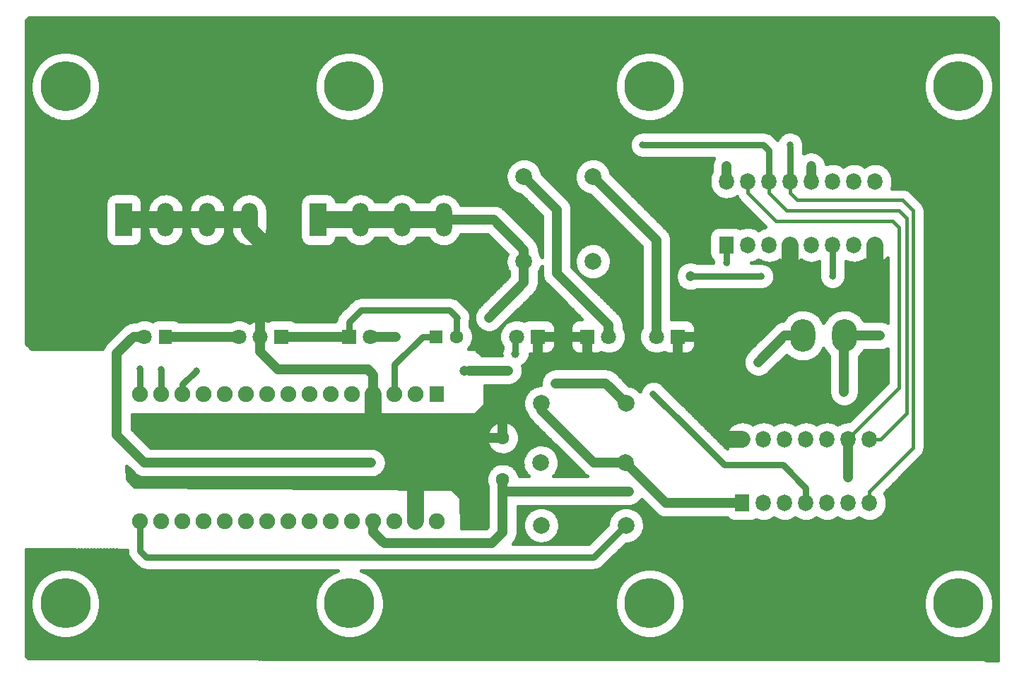
<source format=gbr>
G04 #@! TF.GenerationSoftware,KiCad,Pcbnew,(5.0.0)*
G04 #@! TF.CreationDate,2021-01-29T15:29:07+01:00*
G04 #@! TF.ProjectId,Programmateur_ATtiny85_02,50726F6772616D6D61746575725F4154,rev?*
G04 #@! TF.SameCoordinates,Original*
G04 #@! TF.FileFunction,Copper,L2,Bot,Signal*
G04 #@! TF.FilePolarity,Positive*
%FSLAX46Y46*%
G04 Gerber Fmt 4.6, Leading zero omitted, Abs format (unit mm)*
G04 Created by KiCad (PCBNEW (5.0.0)) date 01/29/21 15:29:07*
%MOMM*%
%LPD*%
G01*
G04 APERTURE LIST*
G04 #@! TA.AperFunction,ComponentPad*
%ADD10C,0.800000*%
G04 #@! TD*
G04 #@! TA.AperFunction,ComponentPad*
%ADD11C,6.000000*%
G04 #@! TD*
G04 #@! TA.AperFunction,ComponentPad*
%ADD12R,1.600000X1.600000*%
G04 #@! TD*
G04 #@! TA.AperFunction,ComponentPad*
%ADD13C,1.600000*%
G04 #@! TD*
G04 #@! TA.AperFunction,ComponentPad*
%ADD14R,1.800000X1.800000*%
G04 #@! TD*
G04 #@! TA.AperFunction,ComponentPad*
%ADD15C,1.800000*%
G04 #@! TD*
G04 #@! TA.AperFunction,ComponentPad*
%ADD16R,1.600000X1.800000*%
G04 #@! TD*
G04 #@! TA.AperFunction,ComponentPad*
%ADD17O,2.000000X4.000000*%
G04 #@! TD*
G04 #@! TA.AperFunction,ComponentPad*
%ADD18R,2.000000X4.000000*%
G04 #@! TD*
G04 #@! TA.AperFunction,ComponentPad*
%ADD19C,2.000000*%
G04 #@! TD*
G04 #@! TA.AperFunction,ComponentPad*
%ADD20O,3.000000X3.900000*%
G04 #@! TD*
G04 #@! TA.AperFunction,ComponentPad*
%ADD21O,1.800000X2.000000*%
G04 #@! TD*
G04 #@! TA.AperFunction,ComponentPad*
%ADD22R,1.800000X2.000000*%
G04 #@! TD*
G04 #@! TA.AperFunction,ComponentPad*
%ADD23R,1.800000X1.900000*%
G04 #@! TD*
G04 #@! TA.AperFunction,ComponentPad*
%ADD24C,1.900000*%
G04 #@! TD*
G04 #@! TA.AperFunction,ViaPad*
%ADD25C,1.200000*%
G04 #@! TD*
G04 #@! TA.AperFunction,ViaPad*
%ADD26C,1.000000*%
G04 #@! TD*
G04 #@! TA.AperFunction,ViaPad*
%ADD27C,0.800000*%
G04 #@! TD*
G04 #@! TA.AperFunction,Conductor*
%ADD28C,0.800000*%
G04 #@! TD*
G04 #@! TA.AperFunction,Conductor*
%ADD29C,1.200000*%
G04 #@! TD*
G04 #@! TA.AperFunction,Conductor*
%ADD30C,2.000000*%
G04 #@! TD*
G04 #@! TA.AperFunction,Conductor*
%ADD31C,0.400000*%
G04 #@! TD*
%ADD32C,0.400000*%
G04 APERTURE END LIST*
D10*
G04 #@! TO.P,REF\002A\002A,1*
G04 #@! TO.N,N/C*
X99590990Y-102409010D03*
X98000000Y-101750000D03*
X96409010Y-102409010D03*
X95750000Y-104000000D03*
X96409010Y-105590990D03*
X98000000Y-106250000D03*
X99590990Y-105590990D03*
X100250000Y-104000000D03*
D11*
X98000000Y-104000000D03*
G04 #@! TD*
G04 #@! TO.P,REF\002A\002A,1*
G04 #@! TO.N,N/C*
X62000000Y-104000000D03*
D10*
X64250000Y-104000000D03*
X63590990Y-105590990D03*
X62000000Y-106250000D03*
X60409010Y-105590990D03*
X59750000Y-104000000D03*
X60409010Y-102409010D03*
X62000000Y-101750000D03*
X63590990Y-102409010D03*
G04 #@! TD*
G04 #@! TO.P,REF\002A\002A,1*
G04 #@! TO.N,N/C*
X99590990Y-40409010D03*
X98000000Y-39750000D03*
X96409010Y-40409010D03*
X95750000Y-42000000D03*
X96409010Y-43590990D03*
X98000000Y-44250000D03*
X99590990Y-43590990D03*
X100250000Y-42000000D03*
D11*
X98000000Y-42000000D03*
G04 #@! TD*
G04 #@! TO.P,REF\002A\002A,1*
G04 #@! TO.N,N/C*
X62000000Y-42000000D03*
D10*
X64250000Y-42000000D03*
X63590990Y-43590990D03*
X62000000Y-44250000D03*
X60409010Y-43590990D03*
X59750000Y-42000000D03*
X60409010Y-40409010D03*
X62000000Y-39750000D03*
X63590990Y-40409010D03*
G04 #@! TD*
G04 #@! TO.P,REF\002A\002A,1*
G04 #@! TO.N,N/C*
X136590990Y-102409010D03*
X135000000Y-101750000D03*
X133409010Y-102409010D03*
X132750000Y-104000000D03*
X133409010Y-105590990D03*
X135000000Y-106250000D03*
X136590990Y-105590990D03*
X137250000Y-104000000D03*
D11*
X135000000Y-104000000D03*
G04 #@! TD*
G04 #@! TO.P,REF\002A\002A,1*
G04 #@! TO.N,N/C*
X135000000Y-42000000D03*
D10*
X137250000Y-42000000D03*
X136590990Y-43590990D03*
X135000000Y-44250000D03*
X133409010Y-43590990D03*
X132750000Y-42000000D03*
X133409010Y-40409010D03*
X135000000Y-39750000D03*
X136590990Y-40409010D03*
G04 #@! TD*
D11*
G04 #@! TO.P,REF\002A\002A,1*
G04 #@! TO.N,N/C*
X28000000Y-104000000D03*
D10*
X30250000Y-104000000D03*
X29590990Y-105590990D03*
X28000000Y-106250000D03*
X26409010Y-105590990D03*
X25750000Y-104000000D03*
X26409010Y-102409010D03*
X28000000Y-101750000D03*
X29590990Y-102409010D03*
G04 #@! TD*
D12*
G04 #@! TO.P,C1,1*
G04 #@! TO.N,Net-(C1-Pad1)*
X72390000Y-72000000D03*
D13*
G04 #@! TO.P,C1,2*
G04 #@! TO.N,Net-(C1-Pad2)*
X74890000Y-72000000D03*
G04 #@! TD*
G04 #@! TO.P,C2,1*
G04 #@! TO.N,Net-(C2-Pad1)*
X80391000Y-89154000D03*
G04 #@! TO.P,C2,2*
G04 #@! TO.N,GND*
X80391000Y-84154000D03*
G04 #@! TD*
D14*
G04 #@! TO.P,D1,1*
G04 #@! TO.N,GND*
X84582000Y-72000000D03*
D15*
G04 #@! TO.P,D1,2*
G04 #@! TO.N,Net-(D1-Pad2)*
X82042000Y-72000000D03*
G04 #@! TD*
G04 #@! TO.P,D2,2*
G04 #@! TO.N,Net-(D2-Pad2)*
X98806000Y-72000000D03*
D14*
G04 #@! TO.P,D2,1*
G04 #@! TO.N,GND*
X101346000Y-72000000D03*
G04 #@! TD*
G04 #@! TO.P,D3,1*
G04 #@! TO.N,Net-(C1-Pad2)*
X61976000Y-72000000D03*
D15*
G04 #@! TO.P,D3,2*
G04 #@! TO.N,Net-(D3-Pad2)*
X64516000Y-72000000D03*
G04 #@! TD*
G04 #@! TO.P,D4,2*
G04 #@! TO.N,Net-(D4-Pad2)*
X93091000Y-72000000D03*
D14*
G04 #@! TO.P,D4,1*
G04 #@! TO.N,GND*
X90551000Y-72000000D03*
G04 #@! TD*
D16*
G04 #@! TO.P,D5,1*
G04 #@! TO.N,Net-(D5-Pad1)*
X40000000Y-72000000D03*
D15*
G04 #@! TO.P,D5,2*
G04 #@! TO.N,Net-(D5-Pad2)*
X37460000Y-72000000D03*
G04 #@! TD*
D17*
G04 #@! TO.P,J1,3*
G04 #@! TO.N,GND*
X45000000Y-58000000D03*
G04 #@! TO.P,J1,4*
X50000000Y-58000000D03*
G04 #@! TO.P,J1,2*
X40000000Y-58000000D03*
D18*
G04 #@! TO.P,J1,1*
X35000000Y-58000000D03*
G04 #@! TD*
G04 #@! TO.P,J2,1*
G04 #@! TO.N,+5V*
X58293000Y-58000000D03*
D17*
G04 #@! TO.P,J2,2*
X63293000Y-58000000D03*
G04 #@! TO.P,J2,4*
X73293000Y-58000000D03*
G04 #@! TO.P,J2,3*
X68293000Y-58000000D03*
G04 #@! TD*
D14*
G04 #@! TO.P,J3,1*
G04 #@! TO.N,Net-(C1-Pad2)*
X53848000Y-72000000D03*
D15*
G04 #@! TO.P,J3,2*
G04 #@! TO.N,GND*
X51308000Y-72000000D03*
G04 #@! TO.P,J3,3*
G04 #@! TO.N,Net-(D5-Pad1)*
X48768000Y-72000000D03*
G04 #@! TD*
D19*
G04 #@! TO.P,R1,2*
G04 #@! TO.N,PB2*
X95160000Y-94615000D03*
G04 #@! TO.P,R1,1*
G04 #@! TO.N,Net-(D1-Pad2)*
X85000000Y-94615000D03*
G04 #@! TD*
G04 #@! TO.P,R2,1*
G04 #@! TO.N,Net-(R2-Pad1)*
X91186000Y-63000000D03*
G04 #@! TO.P,R2,2*
G04 #@! TO.N,Net-(D2-Pad2)*
X91186000Y-52840000D03*
G04 #@! TD*
G04 #@! TO.P,R3,2*
G04 #@! TO.N,Net-(D3-Pad2)*
X95160000Y-80010000D03*
G04 #@! TO.P,R3,1*
G04 #@! TO.N,+5V*
X85000000Y-80010000D03*
G04 #@! TD*
G04 #@! TO.P,R4,1*
G04 #@! TO.N,+5V*
X82931000Y-63000000D03*
G04 #@! TO.P,R4,2*
G04 #@! TO.N,Net-(D4-Pad2)*
X82931000Y-52840000D03*
G04 #@! TD*
G04 #@! TO.P,R5,1*
G04 #@! TO.N,+5V*
X95123000Y-87122000D03*
G04 #@! TO.P,R5,2*
G04 #@! TO.N,Net-(D5-Pad2)*
X84963000Y-87122000D03*
G04 #@! TD*
D20*
G04 #@! TO.P,SW2,1*
G04 #@! TO.N,Net-(C2-Pad1)*
X116332000Y-71882000D03*
G04 #@! TO.P,SW2,2*
G04 #@! TO.N,+5V*
X121332000Y-71882000D03*
G04 #@! TD*
D21*
G04 #@! TO.P,U1,8*
G04 #@! TO.N,+5V*
X107220000Y-53380000D03*
G04 #@! TO.P,U1,4*
G04 #@! TO.N,GND*
X114840000Y-61000000D03*
G04 #@! TO.P,U1,7*
G04 #@! TO.N,PB2*
X109760000Y-53380000D03*
G04 #@! TO.P,U1,3*
G04 #@! TO.N,Net-(U1-Pad3)*
X112300000Y-61000000D03*
G04 #@! TO.P,U1,6*
G04 #@! TO.N,PB1*
X112300000Y-53380000D03*
G04 #@! TO.P,U1,2*
G04 #@! TO.N,Net-(U1-Pad2)*
X109760000Y-61000000D03*
G04 #@! TO.P,U1,5*
G04 #@! TO.N,PB0*
X114840000Y-53380000D03*
D22*
G04 #@! TO.P,U1,1*
G04 #@! TO.N,PB5*
X107220000Y-61000000D03*
G04 #@! TD*
D21*
G04 #@! TO.P,U2,1*
G04 #@! TO.N,Net-(U2-Pad1)*
X117380000Y-61000000D03*
G04 #@! TO.P,U2,5*
G04 #@! TO.N,Net-(U2-Pad5)*
X125000000Y-53380000D03*
G04 #@! TO.P,U2,2*
G04 #@! TO.N,Net-(R2-Pad1)*
X119920000Y-61000000D03*
G04 #@! TO.P,U2,6*
G04 #@! TO.N,Net-(U2-Pad6)*
X122460000Y-53380000D03*
G04 #@! TO.P,U2,3*
G04 #@! TO.N,Net-(U2-Pad3)*
X122460000Y-61000000D03*
G04 #@! TO.P,U2,7*
G04 #@! TO.N,Net-(U2-Pad7)*
X119920000Y-53380000D03*
G04 #@! TO.P,U2,4*
G04 #@! TO.N,GND*
X125000000Y-61000000D03*
G04 #@! TO.P,U2,8*
G04 #@! TO.N,+5V*
X117380000Y-53380000D03*
G04 #@! TD*
D23*
G04 #@! TO.P,U3,1*
G04 #@! TO.N,Net-(U3-Pad1)*
X72517000Y-78867000D03*
D24*
G04 #@! TO.P,U3,17*
G04 #@! TO.N,Net-(U3-Pad17)*
X39497000Y-94107000D03*
G04 #@! TO.P,U3,2*
G04 #@! TO.N,Net-(U3-Pad2)*
X69977000Y-78867000D03*
G04 #@! TO.P,U3,18*
G04 #@! TO.N,Net-(U3-Pad18)*
X42037000Y-94107000D03*
G04 #@! TO.P,U3,3*
G04 #@! TO.N,Net-(C1-Pad1)*
X67437000Y-78867000D03*
G04 #@! TO.P,U3,19*
G04 #@! TO.N,Net-(U3-Pad19)*
X44577000Y-94107000D03*
G04 #@! TO.P,U3,4*
G04 #@! TO.N,GND*
X64897000Y-78867000D03*
G04 #@! TO.P,U3,20*
G04 #@! TO.N,Net-(U3-Pad20)*
X47117000Y-94107000D03*
G04 #@! TO.P,U3,5*
G04 #@! TO.N,Net-(U3-Pad5)*
X62357000Y-78867000D03*
G04 #@! TO.P,U3,21*
G04 #@! TO.N,Net-(U3-Pad21)*
X49657000Y-94107000D03*
G04 #@! TO.P,U3,6*
G04 #@! TO.N,Net-(U3-Pad6)*
X59817000Y-78867000D03*
G04 #@! TO.P,U3,22*
G04 #@! TO.N,Net-(U3-Pad22)*
X52197000Y-94107000D03*
G04 #@! TO.P,U3,7*
G04 #@! TO.N,Net-(U3-Pad7)*
X57277000Y-78867000D03*
G04 #@! TO.P,U3,23*
G04 #@! TO.N,Net-(U3-Pad23)*
X54737000Y-94107000D03*
G04 #@! TO.P,U3,8*
G04 #@! TO.N,Net-(U3-Pad8)*
X54737000Y-78867000D03*
G04 #@! TO.P,U3,24*
G04 #@! TO.N,Net-(U3-Pad24)*
X57277000Y-94107000D03*
G04 #@! TO.P,U3,9*
G04 #@! TO.N,Net-(U3-Pad9)*
X52197000Y-78867000D03*
G04 #@! TO.P,U3,25*
G04 #@! TO.N,Net-(U3-Pad25)*
X59817000Y-94107000D03*
G04 #@! TO.P,U3,10*
G04 #@! TO.N,Net-(U3-Pad10)*
X49657000Y-78867000D03*
G04 #@! TO.P,U3,26*
G04 #@! TO.N,Net-(U3-Pad26)*
X62357000Y-94107000D03*
G04 #@! TO.P,U3,11*
G04 #@! TO.N,Net-(U3-Pad11)*
X47117000Y-78867000D03*
G04 #@! TO.P,U3,27*
G04 #@! TO.N,Net-(C2-Pad1)*
X64897000Y-94107000D03*
G04 #@! TO.P,U3,12*
G04 #@! TO.N,Net-(U3-Pad12)*
X44577000Y-78867000D03*
G04 #@! TO.P,U3,28*
G04 #@! TO.N,Net-(U3-Pad28)*
X67437000Y-94107000D03*
G04 #@! TO.P,U3,13*
G04 #@! TO.N,PB5*
X42037000Y-78867000D03*
G04 #@! TO.P,U3,29*
G04 #@! TO.N,GND*
X69977000Y-94107000D03*
G04 #@! TO.P,U3,14*
G04 #@! TO.N,PB0*
X39497000Y-78867000D03*
G04 #@! TO.P,U3,30*
G04 #@! TO.N,Net-(U3-Pad30)*
X72517000Y-94107000D03*
G04 #@! TO.P,U3,15*
G04 #@! TO.N,PB1*
X36957000Y-78867000D03*
G04 #@! TO.P,U3,16*
G04 #@! TO.N,PB2*
X36957000Y-94107000D03*
G04 #@! TD*
D22*
G04 #@! TO.P,U4,1*
G04 #@! TO.N,+5V*
X109093000Y-91948000D03*
D21*
G04 #@! TO.P,U4,8*
G04 #@! TO.N,PB1*
X124333000Y-84328000D03*
G04 #@! TO.P,U4,2*
G04 #@! TO.N,Net-(U4-Pad2)*
X111633000Y-91948000D03*
G04 #@! TO.P,U4,9*
G04 #@! TO.N,PB2*
X121793000Y-84328000D03*
G04 #@! TO.P,U4,3*
G04 #@! TO.N,Net-(U4-Pad3)*
X114173000Y-91948000D03*
G04 #@! TO.P,U4,10*
G04 #@! TO.N,Net-(U4-Pad10)*
X119253000Y-84328000D03*
G04 #@! TO.P,U4,4*
G04 #@! TO.N,PB5*
X116713000Y-91948000D03*
G04 #@! TO.P,U4,11*
G04 #@! TO.N,Net-(U4-Pad11)*
X116713000Y-84328000D03*
G04 #@! TO.P,U4,5*
G04 #@! TO.N,Net-(U4-Pad5)*
X119253000Y-91948000D03*
G04 #@! TO.P,U4,12*
G04 #@! TO.N,Net-(U4-Pad12)*
X114173000Y-84328000D03*
G04 #@! TO.P,U4,6*
G04 #@! TO.N,Net-(U4-Pad6)*
X121793000Y-91948000D03*
G04 #@! TO.P,U4,13*
G04 #@! TO.N,Net-(U4-Pad13)*
X111633000Y-84328000D03*
G04 #@! TO.P,U4,7*
G04 #@! TO.N,PB0*
X124333000Y-91948000D03*
G04 #@! TO.P,U4,14*
G04 #@! TO.N,GND*
X109093000Y-84328000D03*
G04 #@! TD*
D10*
G04 #@! TO.P,REF\002A\002A,1*
G04 #@! TO.N,N/C*
X29590990Y-40409010D03*
X28000000Y-39750000D03*
X26409010Y-40409010D03*
X25750000Y-42000000D03*
X26409010Y-43590990D03*
X28000000Y-44250000D03*
X29590990Y-43590990D03*
X30250000Y-42000000D03*
D11*
X28000000Y-42000000D03*
G04 #@! TD*
D25*
G04 #@! TO.N,Net-(C2-Pad1)*
X95504000Y-90551000D03*
X110998000Y-75057000D03*
D26*
G04 #@! TO.N,Net-(D1-Pad2)*
X81915000Y-74041000D03*
D25*
G04 #@! TO.N,Net-(D3-Pad2)*
X67564000Y-72009000D03*
X75819000Y-76073000D03*
X81026000Y-76073000D03*
X86741000Y-77597000D03*
G04 #@! TO.N,Net-(D5-Pad2)*
X64643000Y-87122000D03*
G04 #@! TO.N,+5V*
X78740000Y-69723000D03*
X98425000Y-90424000D03*
X121285000Y-78613000D03*
X107220000Y-51580000D03*
X117330000Y-51580000D03*
X125603000Y-71882000D03*
G04 #@! TO.N,PB2*
X121793000Y-88900000D03*
G04 #@! TO.N,Net-(R2-Pad1)*
X102870000Y-64770000D03*
D27*
X111379000Y-64770000D03*
X119888000Y-64770000D03*
G04 #@! TO.N,PB1*
X36957000Y-75819000D03*
X97155000Y-49022000D03*
G04 #@! TO.N,PB0*
X39497000Y-75946000D03*
X114808000Y-49022000D03*
G04 #@! TO.N,PB5*
X43688000Y-76073000D03*
X107188000Y-63119000D03*
X98425000Y-78867000D03*
G04 #@! TD*
D28*
G04 #@! TO.N,Net-(C1-Pad1)*
X70790000Y-72000000D02*
X72390000Y-72000000D01*
X67437000Y-75353000D02*
X70790000Y-72000000D01*
X67437000Y-78867000D02*
X67437000Y-75353000D01*
D29*
G04 #@! TO.N,Net-(C1-Pad2)*
X53848000Y-72000000D02*
X61976000Y-72000000D01*
D28*
X61976000Y-70300000D02*
X63442000Y-68834000D01*
X61976000Y-72000000D02*
X61976000Y-70300000D01*
X63442000Y-68834000D02*
X74041000Y-68834000D01*
X74041000Y-68834000D02*
X74930000Y-69723000D01*
X74890000Y-69763000D02*
X74890000Y-72000000D01*
X74930000Y-69723000D02*
X74890000Y-69763000D01*
D29*
G04 #@! TO.N,Net-(C2-Pad1)*
X64897000Y-94107000D02*
X64897000Y-95450502D01*
X79121000Y-96774000D02*
X80391000Y-95504000D01*
X66220498Y-96774000D02*
X79121000Y-96774000D01*
X64897000Y-95450502D02*
X66220498Y-96774000D01*
X114173000Y-71882000D02*
X116332000Y-71882000D01*
X110998000Y-75057000D02*
X114173000Y-71882000D01*
X80391000Y-90424000D02*
X80391000Y-89154000D01*
X84201000Y-90551000D02*
X80518000Y-90551000D01*
X80391000Y-95504000D02*
X80391000Y-90424000D01*
D28*
X80518000Y-90551000D02*
X80391000Y-90424000D01*
X82919370Y-90551000D02*
X84201000Y-90551000D01*
D29*
X84201000Y-90551000D02*
X94742000Y-90551000D01*
X95504000Y-90551000D02*
X94742000Y-90551000D01*
D30*
G04 #@! TO.N,GND*
X35000000Y-58000000D02*
X50000000Y-58000000D01*
D29*
X64897000Y-78867000D02*
X64897000Y-76581000D01*
X51308000Y-73787000D02*
X51308000Y-72000000D01*
D28*
X109093000Y-84328000D02*
X109093000Y-84228000D01*
D29*
X101346000Y-76227000D02*
X101346000Y-72000000D01*
D28*
X101346000Y-73700000D02*
X101346000Y-72000000D01*
X107393000Y-84328000D02*
X101346000Y-78281000D01*
D30*
X109093000Y-84328000D02*
X107393000Y-84328000D01*
D29*
X84582000Y-72000000D02*
X90551000Y-72000000D01*
X90551000Y-72000000D02*
X90551000Y-73700000D01*
D28*
X101346000Y-78281000D02*
X101346000Y-74930000D01*
X91781000Y-74930000D02*
X101346000Y-74930000D01*
X90551000Y-73700000D02*
X91781000Y-74930000D01*
D29*
X101346000Y-74930000D02*
X101346000Y-73700000D01*
X84582000Y-75438000D02*
X84582000Y-72000000D01*
X80391000Y-84154000D02*
X80391000Y-79629000D01*
D28*
X80391000Y-79629000D02*
X84582000Y-75438000D01*
D30*
X114840000Y-64992000D02*
X114840000Y-61000000D01*
D28*
X107832000Y-72000000D02*
X114840000Y-64992000D01*
D29*
X101346000Y-72000000D02*
X107832000Y-72000000D01*
D30*
X51435000Y-60579000D02*
X50000000Y-59144000D01*
D29*
X51308000Y-70529498D02*
X51308000Y-60579000D01*
X51308000Y-72000000D02*
X51308000Y-70656498D01*
D28*
X50000000Y-59144000D02*
X50000000Y-58000000D01*
D30*
X69977000Y-91313000D02*
X69977000Y-84281000D01*
D28*
X69977000Y-84281000D02*
X69850000Y-84154000D01*
D29*
X80391000Y-84154000D02*
X69850000Y-84154000D01*
D28*
X69977000Y-91313000D02*
X69977000Y-88392000D01*
D30*
X69977000Y-94107000D02*
X69977000Y-91313000D01*
X64897000Y-82423000D02*
X64897000Y-78867000D01*
D28*
X66628000Y-84154000D02*
X64897000Y-82423000D01*
X69850000Y-84154000D02*
X66628000Y-84154000D01*
D29*
X53467000Y-75946000D02*
X51308000Y-73787000D01*
X64262000Y-75946000D02*
X53467000Y-75946000D01*
X64897000Y-76581000D02*
X64262000Y-75946000D01*
D30*
X125000000Y-62800000D02*
X124968000Y-62832000D01*
X125000000Y-61000000D02*
X125000000Y-62800000D01*
D28*
X124968000Y-62832000D02*
X124968000Y-64262000D01*
G04 #@! TO.N,Net-(D1-Pad2)*
X81915000Y-72127000D02*
X82042000Y-72000000D01*
X81915000Y-74041000D02*
X81915000Y-72127000D01*
D29*
G04 #@! TO.N,Net-(D2-Pad2)*
X98806000Y-60460000D02*
X91186000Y-52840000D01*
X98806000Y-72000000D02*
X98806000Y-60460000D01*
G04 #@! TO.N,Net-(D3-Pad2)*
X65788792Y-72000000D02*
X65797792Y-72009000D01*
X64516000Y-72000000D02*
X65788792Y-72000000D01*
X65797792Y-72009000D02*
X67564000Y-72009000D01*
D28*
X75819000Y-76073000D02*
X76384685Y-76073000D01*
D29*
X76384685Y-76073000D02*
X81026000Y-76073000D01*
D28*
X81026000Y-76073000D02*
X81026000Y-76073000D01*
D29*
X92747000Y-77597000D02*
X95160000Y-80010000D01*
X86741000Y-77597000D02*
X92747000Y-77597000D01*
G04 #@! TO.N,Net-(D4-Pad2)*
X86868000Y-56777000D02*
X82931000Y-52840000D01*
X86868000Y-64389000D02*
X86868000Y-56777000D01*
X93091000Y-72000000D02*
X93091000Y-70612000D01*
X93091000Y-70612000D02*
X86868000Y-64389000D01*
G04 #@! TO.N,Net-(D5-Pad1)*
X40000000Y-72000000D02*
X48768000Y-72000000D01*
G04 #@! TO.N,Net-(D5-Pad2)*
X36187208Y-72000000D02*
X34163000Y-74024208D01*
X37460000Y-72000000D02*
X36187208Y-72000000D01*
X34163000Y-74024208D02*
X34163000Y-83820000D01*
X34163000Y-83820000D02*
X37465000Y-87122000D01*
X37465000Y-87122000D02*
X64643000Y-87122000D01*
D30*
G04 #@! TO.N,+5V*
X58293000Y-58000000D02*
X73293000Y-58000000D01*
D29*
X75093000Y-58000000D02*
X73293000Y-58000000D01*
X79345213Y-58000000D02*
X75093000Y-58000000D01*
X82931000Y-61585787D02*
X79345213Y-58000000D01*
X82931000Y-63000000D02*
X82931000Y-61585787D01*
D28*
X109093000Y-91948000D02*
X109093000Y-91848000D01*
D29*
X82931000Y-65532000D02*
X82931000Y-63000000D01*
X78740000Y-69723000D02*
X82931000Y-65532000D01*
D28*
X121285000Y-71929000D02*
X121332000Y-71882000D01*
D29*
X121285000Y-78613000D02*
X121285000Y-71929000D01*
X107220000Y-53380000D02*
X107220000Y-51580000D01*
D28*
X107202000Y-51562000D02*
X107220000Y-51580000D01*
X107220000Y-51580000D02*
X107220000Y-51580000D01*
X117380000Y-51630000D02*
X117330000Y-51580000D01*
D29*
X117380000Y-53380000D02*
X117380000Y-51630000D01*
X109093000Y-91948000D02*
X106553000Y-91948000D01*
D28*
X85000000Y-80809000D02*
X85000000Y-80010000D01*
D29*
X95123000Y-87122000D02*
X91313000Y-87122000D01*
X91313000Y-87122000D02*
X85000000Y-80809000D01*
X99949000Y-91948000D02*
X95123000Y-87122000D01*
X106553000Y-91948000D02*
X99949000Y-91948000D01*
X125603000Y-71882000D02*
X121332000Y-71882000D01*
G04 #@! TO.N,PB2*
X121793000Y-88900000D02*
X121793000Y-84328000D01*
D28*
X36957000Y-97663000D02*
X36957000Y-94107000D01*
X37719000Y-98425000D02*
X36957000Y-97663000D01*
D31*
X109760000Y-54780000D02*
X109760000Y-53380000D01*
X121793000Y-84328000D02*
X121793000Y-84228000D01*
X121793000Y-84228000D02*
X127889000Y-78132000D01*
X127889000Y-78132000D02*
X127889000Y-58928000D01*
X127889000Y-58928000D02*
X127127000Y-58166000D01*
X127127000Y-58166000D02*
X113146000Y-58166000D01*
X113146000Y-58166000D02*
X109760000Y-54780000D01*
D28*
X94123001Y-95614999D02*
X91313000Y-98425000D01*
X95160000Y-94615000D02*
X94160001Y-95614999D01*
X94160001Y-95614999D02*
X94123001Y-95614999D01*
X91313000Y-98425000D02*
X37719000Y-98425000D01*
G04 #@! TO.N,Net-(R2-Pad1)*
X102870000Y-64770000D02*
X111379000Y-64770000D01*
X119888000Y-61032000D02*
X119920000Y-61000000D01*
X119888000Y-64770000D02*
X119888000Y-61032000D01*
G04 #@! TO.N,PB1*
X36957000Y-78867000D02*
X36957000Y-75819000D01*
X36957000Y-75819000D02*
X36957000Y-75819000D01*
X112300000Y-49689000D02*
X112300000Y-53380000D01*
X111633000Y-49022000D02*
X112300000Y-49689000D01*
D31*
X112300000Y-54780000D02*
X114416000Y-56896000D01*
X112300000Y-53380000D02*
X112300000Y-54780000D01*
X114416000Y-56896000D02*
X127889000Y-56896000D01*
X127889000Y-56896000D02*
X128778000Y-57785000D01*
X128778000Y-57785000D02*
X128739990Y-78121010D01*
X128739990Y-81221010D02*
X128739990Y-78121010D01*
X125633000Y-84328000D02*
X128739990Y-81221010D01*
X124333000Y-84328000D02*
X125633000Y-84328000D01*
D28*
X97155000Y-49022000D02*
X97720685Y-49022000D01*
X97720685Y-49022000D02*
X104902000Y-49022000D01*
X99695000Y-49022000D02*
X104902000Y-49022000D01*
X104902000Y-49022000D02*
X111633000Y-49022000D01*
G04 #@! TO.N,PB0*
X39497000Y-78867000D02*
X39497000Y-77523498D01*
X39497000Y-77523498D02*
X39497000Y-75946000D01*
X39497000Y-75946000D02*
X39497000Y-75946000D01*
X114840000Y-53380000D02*
X114840000Y-49244000D01*
D31*
X114840000Y-54780000D02*
X114840000Y-53380000D01*
X124333000Y-91948000D02*
X124333000Y-90548000D01*
X124333000Y-90548000D02*
X129540000Y-85341000D01*
X129540000Y-85341000D02*
X129540000Y-56896000D01*
X129540000Y-56896000D02*
X128270000Y-55626000D01*
X128270000Y-55626000D02*
X115686000Y-55626000D01*
X115686000Y-55626000D02*
X114840000Y-54780000D01*
D28*
G04 #@! TO.N,PB5*
X42037000Y-78867000D02*
X42037000Y-77724000D01*
X42037000Y-77724000D02*
X43688000Y-76073000D01*
X43688000Y-76073000D02*
X43688000Y-76073000D01*
X107188000Y-61032000D02*
X107220000Y-61000000D01*
X107188000Y-63119000D02*
X107188000Y-61032000D01*
X102616000Y-83058000D02*
X98425000Y-78867000D01*
X106934000Y-87376000D02*
X102616000Y-83058000D01*
X113941000Y-87376000D02*
X106934000Y-87376000D01*
X116713000Y-90148000D02*
X113941000Y-87376000D01*
X116713000Y-91948000D02*
X116713000Y-90148000D01*
G04 #@! TD*
D31*
G04 #@! TO.N,GND*
X23614816Y-33800000D02*
X139197158Y-33800000D01*
X23275000Y-34180000D02*
X139577158Y-34180000D01*
X23275000Y-34560000D02*
X139725001Y-34560000D01*
X23275000Y-34940000D02*
X139725001Y-34940000D01*
X23275000Y-35320000D02*
X139725001Y-35320000D01*
X23275000Y-35700000D02*
X139725001Y-35700000D01*
X23275000Y-36080000D02*
X139725001Y-36080000D01*
X23275000Y-36460000D02*
X139725001Y-36460000D01*
X23275000Y-36840000D02*
X139725001Y-36840000D01*
X23275000Y-37220000D02*
X139725001Y-37220000D01*
X23275000Y-37600000D02*
X139725001Y-37600000D01*
X23275000Y-37980000D02*
X26730011Y-37980000D01*
X29269990Y-37980000D02*
X60730011Y-37980000D01*
X63269990Y-37980000D02*
X96730011Y-37980000D01*
X99269990Y-37980000D02*
X133730011Y-37980000D01*
X136269990Y-37980000D02*
X139725001Y-37980000D01*
X23275000Y-38360000D02*
X25887845Y-38360000D01*
X30112156Y-38360000D02*
X59887845Y-38360000D01*
X64112156Y-38360000D02*
X95887845Y-38360000D01*
X100112156Y-38360000D02*
X132887845Y-38360000D01*
X137112156Y-38360000D02*
X139725001Y-38360000D01*
X23275000Y-38740000D02*
X25320303Y-38740000D01*
X30679697Y-38740000D02*
X59320303Y-38740000D01*
X64679697Y-38740000D02*
X95320303Y-38740000D01*
X100679697Y-38740000D02*
X132320303Y-38740000D01*
X137679697Y-38740000D02*
X139725001Y-38740000D01*
X23275000Y-39120000D02*
X24940303Y-39120000D01*
X31059697Y-39120000D02*
X58940303Y-39120000D01*
X65059697Y-39120000D02*
X94940303Y-39120000D01*
X101059697Y-39120000D02*
X131940303Y-39120000D01*
X138059697Y-39120000D02*
X139725001Y-39120000D01*
X23275000Y-39500000D02*
X24619150Y-39500000D01*
X31380851Y-39500000D02*
X58619150Y-39500000D01*
X65380851Y-39500000D02*
X94619150Y-39500000D01*
X101380851Y-39500000D02*
X131619150Y-39500000D01*
X138380851Y-39500000D02*
X139725001Y-39500000D01*
X23275000Y-39880000D02*
X24365242Y-39880000D01*
X31634759Y-39880000D02*
X58365242Y-39880000D01*
X65634759Y-39880000D02*
X94365242Y-39880000D01*
X101634759Y-39880000D02*
X131365242Y-39880000D01*
X138634759Y-39880000D02*
X139725001Y-39880000D01*
X23275000Y-40260000D02*
X24174685Y-40260000D01*
X31825316Y-40260000D02*
X58174685Y-40260000D01*
X65825316Y-40260000D02*
X94174685Y-40260000D01*
X101825316Y-40260000D02*
X131174685Y-40260000D01*
X138825316Y-40260000D02*
X139725001Y-40260000D01*
X23275000Y-40640000D02*
X24017284Y-40640000D01*
X31982717Y-40640000D02*
X58017284Y-40640000D01*
X65982717Y-40640000D02*
X94017284Y-40640000D01*
X101982717Y-40640000D02*
X131017284Y-40640000D01*
X138982717Y-40640000D02*
X139725001Y-40640000D01*
X23275000Y-41020000D02*
X23912652Y-41020000D01*
X32087349Y-41020000D02*
X57912652Y-41020000D01*
X66087349Y-41020000D02*
X93912652Y-41020000D01*
X102087349Y-41020000D02*
X130912652Y-41020000D01*
X139087349Y-41020000D02*
X139725001Y-41020000D01*
X23275000Y-41400000D02*
X23837065Y-41400000D01*
X32162936Y-41400000D02*
X57837065Y-41400000D01*
X66162936Y-41400000D02*
X93837065Y-41400000D01*
X102162936Y-41400000D02*
X130837065Y-41400000D01*
X139162936Y-41400000D02*
X139725001Y-41400000D01*
X23275000Y-41780000D02*
X23800000Y-41780000D01*
X32200000Y-41780000D02*
X57800000Y-41780000D01*
X66200000Y-41780000D02*
X93800000Y-41780000D01*
X102200000Y-41780000D02*
X130800000Y-41780000D01*
X139200000Y-41780000D02*
X139725001Y-41780000D01*
X23275000Y-42160000D02*
X23800000Y-42160000D01*
X32200000Y-42160000D02*
X57800000Y-42160000D01*
X66200000Y-42160000D02*
X93800000Y-42160000D01*
X102200000Y-42160000D02*
X130800000Y-42160000D01*
X139200000Y-42160000D02*
X139725001Y-42160000D01*
X23275000Y-42540000D02*
X23825129Y-42540000D01*
X32174870Y-42540000D02*
X57825129Y-42540000D01*
X66174870Y-42540000D02*
X93825129Y-42540000D01*
X102174870Y-42540000D02*
X130825129Y-42540000D01*
X139174870Y-42540000D02*
X139725001Y-42540000D01*
X23275000Y-42920000D02*
X23900716Y-42920000D01*
X32099283Y-42920000D02*
X57900716Y-42920000D01*
X66099283Y-42920000D02*
X93900716Y-42920000D01*
X102099283Y-42920000D02*
X130900716Y-42920000D01*
X139099283Y-42920000D02*
X139725001Y-42920000D01*
X23275000Y-43300000D02*
X23992430Y-43300000D01*
X32007569Y-43300000D02*
X57992430Y-43300000D01*
X66007569Y-43300000D02*
X93992430Y-43300000D01*
X102007569Y-43300000D02*
X130992430Y-43300000D01*
X139007569Y-43300000D02*
X139725001Y-43300000D01*
X23275000Y-43680000D02*
X24149831Y-43680000D01*
X31850168Y-43680000D02*
X58149831Y-43680000D01*
X65850168Y-43680000D02*
X94149831Y-43680000D01*
X101850168Y-43680000D02*
X131149831Y-43680000D01*
X138850168Y-43680000D02*
X139725001Y-43680000D01*
X23275000Y-44060000D02*
X24325150Y-44060000D01*
X31674849Y-44060000D02*
X58325150Y-44060000D01*
X65674849Y-44060000D02*
X94325150Y-44060000D01*
X101674849Y-44060000D02*
X131325150Y-44060000D01*
X138674849Y-44060000D02*
X139725001Y-44060000D01*
X23275000Y-44440000D02*
X24579058Y-44440000D01*
X31420941Y-44440000D02*
X58579058Y-44440000D01*
X65420941Y-44440000D02*
X94579058Y-44440000D01*
X101420941Y-44440000D02*
X131579058Y-44440000D01*
X138420941Y-44440000D02*
X139725001Y-44440000D01*
X23275000Y-44820000D02*
X24880303Y-44820000D01*
X31119697Y-44820000D02*
X58880303Y-44820000D01*
X65119697Y-44820000D02*
X94880303Y-44820000D01*
X101119697Y-44820000D02*
X131880303Y-44820000D01*
X138119697Y-44820000D02*
X139725001Y-44820000D01*
X23275000Y-45200000D02*
X25260303Y-45200000D01*
X30739697Y-45200000D02*
X59260303Y-45200000D01*
X64739697Y-45200000D02*
X95260303Y-45200000D01*
X100739697Y-45200000D02*
X132260303Y-45200000D01*
X137739697Y-45200000D02*
X139725001Y-45200000D01*
X23275000Y-45580000D02*
X25798048Y-45580000D01*
X30201951Y-45580000D02*
X59798048Y-45580000D01*
X64201951Y-45580000D02*
X95798048Y-45580000D01*
X100201951Y-45580000D02*
X132798048Y-45580000D01*
X137201951Y-45580000D02*
X139725001Y-45580000D01*
X23275000Y-45960000D02*
X26585157Y-45960000D01*
X29414842Y-45960000D02*
X60585157Y-45960000D01*
X63414842Y-45960000D02*
X96585157Y-45960000D01*
X99414842Y-45960000D02*
X133585157Y-45960000D01*
X136414842Y-45960000D02*
X139725001Y-45960000D01*
X23275000Y-46340000D02*
X139725001Y-46340000D01*
X23275000Y-46720000D02*
X139725001Y-46720000D01*
X23275000Y-47100000D02*
X139725001Y-47100000D01*
X23275000Y-47480000D02*
X96705828Y-47480000D01*
X112061537Y-47480000D02*
X114358828Y-47480000D01*
X115257173Y-47480000D02*
X139725001Y-47480000D01*
X23275000Y-47860000D02*
X96048807Y-47860000D01*
X112739194Y-47860000D02*
X113707258Y-47860000D01*
X115908742Y-47860000D02*
X139725001Y-47860000D01*
X23275000Y-48240000D02*
X95753212Y-48240000D01*
X113113741Y-48240000D02*
X113406212Y-48240000D01*
X116209789Y-48240000D02*
X139725001Y-48240000D01*
X23275000Y-48620000D02*
X95603617Y-48620000D01*
X116359384Y-48620000D02*
X139725001Y-48620000D01*
X23275000Y-49000000D02*
X95549426Y-49000000D01*
X116423710Y-49000000D02*
X139725001Y-49000000D01*
X23275000Y-49380000D02*
X95591602Y-49380000D01*
X116440000Y-49380000D02*
X139725001Y-49380000D01*
X23275000Y-49760000D02*
X95728861Y-49760000D01*
X116440000Y-49760000D02*
X139725001Y-49760000D01*
X23275000Y-50140000D02*
X96002689Y-50140000D01*
X118414802Y-50140000D02*
X139725001Y-50140000D01*
X23275000Y-50520000D02*
X96581416Y-50520000D01*
X118797605Y-50520000D02*
X139725001Y-50520000D01*
X23275000Y-50900000D02*
X81874520Y-50900000D01*
X83987481Y-50900000D02*
X90129520Y-50900000D01*
X92242481Y-50900000D02*
X105545283Y-50900000D01*
X119030805Y-50900000D02*
X139725001Y-50900000D01*
X23275000Y-51280000D02*
X81379730Y-51280000D01*
X84482270Y-51280000D02*
X89634730Y-51280000D01*
X92737270Y-51280000D02*
X105440840Y-51280000D01*
X119154237Y-51280000D02*
X119278839Y-51280000D01*
X120561162Y-51280000D02*
X121818838Y-51280000D01*
X123101162Y-51280000D02*
X124358838Y-51280000D01*
X125641162Y-51280000D02*
X139725001Y-51280000D01*
X23275000Y-51660000D02*
X81073533Y-51660000D01*
X84788468Y-51660000D02*
X89328533Y-51660000D01*
X93043468Y-51660000D02*
X105420000Y-51660000D01*
X126336274Y-51660000D02*
X139725001Y-51660000D01*
X23275000Y-52040000D02*
X80881109Y-52040000D01*
X84980892Y-52040000D02*
X89136109Y-52040000D01*
X93235892Y-52040000D02*
X105420000Y-52040000D01*
X126699011Y-52040000D02*
X139725001Y-52040000D01*
X23275000Y-52420000D02*
X80771443Y-52420000D01*
X85090558Y-52420000D02*
X89026443Y-52420000D01*
X93345558Y-52420000D02*
X105298515Y-52420000D01*
X126921486Y-52420000D02*
X139725001Y-52420000D01*
X23275000Y-52800000D02*
X80731000Y-52800000D01*
X85436584Y-52800000D02*
X88986000Y-52800000D01*
X93691584Y-52800000D02*
X105171113Y-52800000D01*
X127048888Y-52800000D02*
X139725001Y-52800000D01*
X23275000Y-53180000D02*
X80755529Y-53180000D01*
X85816584Y-53180000D02*
X89010529Y-53180000D01*
X94071584Y-53180000D02*
X105120000Y-53180000D01*
X127100000Y-53180000D02*
X139725001Y-53180000D01*
X23275000Y-53560000D02*
X80847971Y-53560000D01*
X86196584Y-53560000D02*
X89102971Y-53560000D01*
X94451584Y-53560000D02*
X105120000Y-53560000D01*
X127100000Y-53560000D02*
X139725001Y-53560000D01*
X23275000Y-53940000D02*
X81020078Y-53940000D01*
X86576584Y-53940000D02*
X89275078Y-53940000D01*
X94831584Y-53940000D02*
X105165045Y-53940000D01*
X127054954Y-53940000D02*
X139725001Y-53940000D01*
X23275000Y-54320000D02*
X81299730Y-54320000D01*
X86956584Y-54320000D02*
X89554730Y-54320000D01*
X95211584Y-54320000D02*
X105287823Y-54320000D01*
X128787548Y-54320000D02*
X139725001Y-54320000D01*
X23275000Y-54700000D02*
X81754790Y-54700000D01*
X87336584Y-54700000D02*
X90009790Y-54700000D01*
X95591584Y-54700000D02*
X105504576Y-54700000D01*
X129323899Y-54700000D02*
X139725001Y-54700000D01*
X23275000Y-55080000D02*
X33229453Y-55080000D01*
X36770548Y-55080000D02*
X38925088Y-55080000D01*
X41074913Y-55080000D02*
X43925088Y-55080000D01*
X46074913Y-55080000D02*
X48925088Y-55080000D01*
X51074913Y-55080000D02*
X56522453Y-55080000D01*
X60063548Y-55080000D02*
X62218088Y-55080000D01*
X64367913Y-55080000D02*
X67218088Y-55080000D01*
X69367913Y-55080000D02*
X72218088Y-55080000D01*
X74367913Y-55080000D02*
X82625416Y-55080000D01*
X87716584Y-55080000D02*
X90880416Y-55080000D01*
X95971584Y-55080000D02*
X105859356Y-55080000D01*
X129703899Y-55080000D02*
X139725001Y-55080000D01*
X23275000Y-55460000D02*
X32927971Y-55460000D01*
X37072030Y-55460000D02*
X38417832Y-55460000D01*
X41582169Y-55460000D02*
X43417832Y-55460000D01*
X46582169Y-55460000D02*
X48417832Y-55460000D01*
X51582169Y-55460000D02*
X56220971Y-55460000D01*
X60365030Y-55460000D02*
X61710832Y-55460000D01*
X64875169Y-55460000D02*
X66710832Y-55460000D01*
X69875169Y-55460000D02*
X71710832Y-55460000D01*
X74875169Y-55460000D02*
X83005416Y-55460000D01*
X88100587Y-55460000D02*
X91260416Y-55460000D01*
X96351584Y-55460000D02*
X106512906Y-55460000D01*
X107927094Y-55460000D02*
X108536024Y-55460000D01*
X130083899Y-55460000D02*
X139725001Y-55460000D01*
X23275000Y-55840000D02*
X32809953Y-55840000D01*
X37190048Y-55840000D02*
X38125481Y-55840000D01*
X41874520Y-55840000D02*
X43125481Y-55840000D01*
X46874520Y-55840000D02*
X48125481Y-55840000D01*
X51874520Y-55840000D02*
X56102953Y-55840000D01*
X75167520Y-55840000D02*
X83385416Y-55840000D01*
X88408162Y-55840000D02*
X91640416Y-55840000D01*
X96731585Y-55840000D02*
X108840101Y-55840000D01*
X130463899Y-55840000D02*
X139725001Y-55840000D01*
X23275000Y-56220000D02*
X32794194Y-56220000D01*
X37205806Y-56220000D02*
X37937618Y-56220000D01*
X42062383Y-56220000D02*
X42937618Y-56220000D01*
X47062383Y-56220000D02*
X47937618Y-56220000D01*
X52062383Y-56220000D02*
X56087194Y-56220000D01*
X79636700Y-56220000D02*
X83765416Y-56220000D01*
X88580031Y-56220000D02*
X92020416Y-56220000D01*
X97111585Y-56220000D02*
X109220101Y-56220000D01*
X130766115Y-56220000D02*
X139725001Y-56220000D01*
X23275000Y-56600000D02*
X32794194Y-56600000D01*
X37205806Y-56600000D02*
X37828753Y-56600000D01*
X42171248Y-56600000D02*
X42828753Y-56600000D01*
X47171248Y-56600000D02*
X47828753Y-56600000D01*
X52171248Y-56600000D02*
X56087194Y-56600000D01*
X80476664Y-56600000D02*
X84145416Y-56600000D01*
X88659276Y-56600000D02*
X92400416Y-56600000D01*
X97491585Y-56600000D02*
X109600101Y-56600000D01*
X130913206Y-56600000D02*
X139725001Y-56600000D01*
X23275000Y-56980000D02*
X32794194Y-56980000D01*
X37205806Y-56980000D02*
X37800000Y-56980000D01*
X42200000Y-56980000D02*
X42800000Y-56980000D01*
X47200000Y-56980000D02*
X47800000Y-56980000D01*
X52200000Y-56980000D02*
X56087194Y-56980000D01*
X80870797Y-56980000D02*
X84525416Y-56980000D01*
X88668000Y-56980000D02*
X92780416Y-56980000D01*
X97871585Y-56980000D02*
X109980101Y-56980000D01*
X130940000Y-56980000D02*
X139725001Y-56980000D01*
X23275000Y-57360000D02*
X32794194Y-57360000D01*
X37205806Y-57360000D02*
X37800000Y-57360000D01*
X42200000Y-57360000D02*
X42800000Y-57360000D01*
X47200000Y-57360000D02*
X47800000Y-57360000D01*
X52200000Y-57360000D02*
X56087194Y-57360000D01*
X81250797Y-57360000D02*
X84905416Y-57360000D01*
X88668000Y-57360000D02*
X93160416Y-57360000D01*
X98251585Y-57360000D02*
X110360101Y-57360000D01*
X130940000Y-57360000D02*
X139725001Y-57360000D01*
X23275000Y-57740000D02*
X32794194Y-57740000D01*
X37205806Y-57740000D02*
X37800000Y-57740000D01*
X42200000Y-57740000D02*
X42800000Y-57740000D01*
X47200000Y-57740000D02*
X47800000Y-57740000D01*
X52200000Y-57740000D02*
X56087194Y-57740000D01*
X81630797Y-57740000D02*
X85068001Y-57740000D01*
X88668000Y-57740000D02*
X93540416Y-57740000D01*
X98631585Y-57740000D02*
X110740101Y-57740000D01*
X130940000Y-57740000D02*
X139725001Y-57740000D01*
X23275000Y-58120000D02*
X32794194Y-58120000D01*
X37205806Y-58120000D02*
X37800000Y-58120000D01*
X42200000Y-58120000D02*
X42800000Y-58120000D01*
X47200000Y-58120000D02*
X47800000Y-58120000D01*
X52200000Y-58120000D02*
X56087194Y-58120000D01*
X82010797Y-58120000D02*
X85068001Y-58120000D01*
X88668000Y-58120000D02*
X93920415Y-58120000D01*
X99011585Y-58120000D02*
X111120101Y-58120000D01*
X130940000Y-58120000D02*
X139725001Y-58120000D01*
X23275000Y-58500000D02*
X32794194Y-58500000D01*
X37205806Y-58500000D02*
X37800000Y-58500000D01*
X42200000Y-58500000D02*
X42800000Y-58500000D01*
X47200000Y-58500000D02*
X47800000Y-58500000D01*
X52200000Y-58500000D02*
X56087194Y-58500000D01*
X82390797Y-58500000D02*
X85068001Y-58500000D01*
X88668000Y-58500000D02*
X94300415Y-58500000D01*
X99391585Y-58500000D02*
X111500101Y-58500000D01*
X130940000Y-58500000D02*
X139725001Y-58500000D01*
X23275000Y-58880000D02*
X32794194Y-58880000D01*
X37205806Y-58880000D02*
X37800000Y-58880000D01*
X42200000Y-58880000D02*
X42800000Y-58880000D01*
X47200000Y-58880000D02*
X47800000Y-58880000D01*
X52200000Y-58880000D02*
X56087194Y-58880000D01*
X82770797Y-58880000D02*
X85068001Y-58880000D01*
X88668000Y-58880000D02*
X94680415Y-58880000D01*
X99771585Y-58880000D02*
X105878275Y-58880000D01*
X108561726Y-58880000D02*
X109184769Y-58880000D01*
X110335231Y-58880000D02*
X111724768Y-58880000D01*
X130940000Y-58880000D02*
X139725001Y-58880000D01*
X23275000Y-59260000D02*
X32794194Y-59260000D01*
X37205806Y-59260000D02*
X37814963Y-59260000D01*
X42185036Y-59260000D02*
X42814963Y-59260000D01*
X47185036Y-59260000D02*
X47814963Y-59260000D01*
X52185036Y-59260000D02*
X56087194Y-59260000D01*
X83150797Y-59260000D02*
X85068001Y-59260000D01*
X88668000Y-59260000D02*
X95060415Y-59260000D01*
X100149744Y-59260000D02*
X105374931Y-59260000D01*
X130940000Y-59260000D02*
X139725001Y-59260000D01*
X23275000Y-59640000D02*
X32794194Y-59640000D01*
X37205806Y-59640000D02*
X37895149Y-59640000D01*
X42104851Y-59640000D02*
X42895149Y-59640000D01*
X47104851Y-59640000D02*
X47895149Y-59640000D01*
X52104851Y-59640000D02*
X56087194Y-59640000D01*
X83530797Y-59640000D02*
X85068001Y-59640000D01*
X88668000Y-59640000D02*
X95440415Y-59640000D01*
X100408699Y-59640000D02*
X105175209Y-59640000D01*
X130940000Y-59640000D02*
X139725001Y-59640000D01*
X23275000Y-60020000D02*
X32796163Y-60020000D01*
X37203836Y-60020000D02*
X38050649Y-60020000D01*
X41949351Y-60020000D02*
X43050649Y-60020000D01*
X46949351Y-60020000D02*
X48050649Y-60020000D01*
X51949351Y-60020000D02*
X56089163Y-60020000D01*
X75242351Y-60020000D02*
X78819629Y-60020000D01*
X83910797Y-60020000D02*
X85068001Y-60020000D01*
X88668000Y-60020000D02*
X95820415Y-60020000D01*
X100553523Y-60020000D02*
X105114194Y-60020000D01*
X130940000Y-60020000D02*
X139725001Y-60020000D01*
X23275000Y-60400000D02*
X32867342Y-60400000D01*
X37132657Y-60400000D02*
X38302937Y-60400000D01*
X41697063Y-60400000D02*
X43302937Y-60400000D01*
X46697063Y-60400000D02*
X48302937Y-60400000D01*
X51697063Y-60400000D02*
X56160342Y-60400000D01*
X60425657Y-60400000D02*
X61595937Y-60400000D01*
X64990063Y-60400000D02*
X66595937Y-60400000D01*
X69990063Y-60400000D02*
X71595937Y-60400000D01*
X74990063Y-60400000D02*
X79199629Y-60400000D01*
X84286408Y-60400000D02*
X85068001Y-60400000D01*
X88668000Y-60400000D02*
X96200415Y-60400000D01*
X100608799Y-60400000D02*
X105114194Y-60400000D01*
X130940000Y-60400000D02*
X139725001Y-60400000D01*
X23275000Y-60780000D02*
X33087757Y-60780000D01*
X36912242Y-60780000D02*
X38701058Y-60780000D01*
X41298942Y-60780000D02*
X43701058Y-60780000D01*
X46298942Y-60780000D02*
X48701058Y-60780000D01*
X51298942Y-60780000D02*
X56380757Y-60780000D01*
X60205242Y-60780000D02*
X61994058Y-60780000D01*
X64591942Y-60780000D02*
X66994058Y-60780000D01*
X69591942Y-60780000D02*
X71994058Y-60780000D01*
X74591942Y-60780000D02*
X79579629Y-60780000D01*
X84541296Y-60780000D02*
X85068001Y-60780000D01*
X88668000Y-60780000D02*
X96580415Y-60780000D01*
X100606000Y-60780000D02*
X105114194Y-60780000D01*
X130940000Y-60780000D02*
X139725001Y-60780000D01*
X23275000Y-61160000D02*
X33690135Y-61160000D01*
X36309864Y-61160000D02*
X39541802Y-61160000D01*
X40458198Y-61160000D02*
X44541802Y-61160000D01*
X45458198Y-61160000D02*
X49541802Y-61160000D01*
X50458198Y-61160000D02*
X56983135Y-61160000D01*
X59602864Y-61160000D02*
X62834802Y-61160000D01*
X63751198Y-61160000D02*
X67834802Y-61160000D01*
X68751198Y-61160000D02*
X72834802Y-61160000D01*
X73751198Y-61160000D02*
X79959629Y-61160000D01*
X84682834Y-61160000D02*
X85068001Y-61160000D01*
X88668000Y-61160000D02*
X89979859Y-61160000D01*
X92392142Y-61160000D02*
X96960415Y-61160000D01*
X100606000Y-61160000D02*
X105114194Y-61160000D01*
X130940000Y-61160000D02*
X139725001Y-61160000D01*
X23275000Y-61540000D02*
X80339629Y-61540000D01*
X84735199Y-61540000D02*
X85068001Y-61540000D01*
X88668000Y-61540000D02*
X89534730Y-61540000D01*
X92837270Y-61540000D02*
X97006001Y-61540000D01*
X100606000Y-61540000D02*
X105114194Y-61540000D01*
X130940000Y-61540000D02*
X139725001Y-61540000D01*
X23275000Y-61920000D02*
X80719629Y-61920000D01*
X84855285Y-61920000D02*
X85068001Y-61920000D01*
X88668000Y-61920000D02*
X89261716Y-61920000D01*
X93110285Y-61920000D02*
X97006001Y-61920000D01*
X100606000Y-61920000D02*
X105114194Y-61920000D01*
X130940000Y-61920000D02*
X139725001Y-61920000D01*
X23275000Y-62300000D02*
X80839687Y-62300000D01*
X85022314Y-62300000D02*
X85068001Y-62300000D01*
X88668000Y-62300000D02*
X89094687Y-62300000D01*
X93277314Y-62300000D02*
X97006001Y-62300000D01*
X100606000Y-62300000D02*
X105157007Y-62300000D01*
X130940000Y-62300000D02*
X139725001Y-62300000D01*
X23275000Y-62680000D02*
X80751552Y-62680000D01*
X88668000Y-62680000D02*
X89006552Y-62680000D01*
X93365449Y-62680000D02*
X97006001Y-62680000D01*
X100606000Y-62680000D02*
X105325689Y-62680000D01*
X126385014Y-62680000D02*
X126489001Y-62680000D01*
X130940000Y-62680000D02*
X139725001Y-62680000D01*
X23275000Y-63060000D02*
X80731000Y-63060000D01*
X88668000Y-63060000D02*
X88986000Y-63060000D01*
X93386000Y-63060000D02*
X97006001Y-63060000D01*
X100606000Y-63060000D02*
X102294679Y-63060000D01*
X103445322Y-63060000D02*
X105588000Y-63060000D01*
X110533025Y-63060000D02*
X111526975Y-63060000D01*
X113073025Y-63060000D02*
X114066975Y-63060000D01*
X115613025Y-63060000D02*
X116606975Y-63060000D01*
X118153025Y-63060000D02*
X118288000Y-63060000D01*
X121488000Y-63060000D02*
X121686975Y-63060000D01*
X123233025Y-63060000D02*
X124226975Y-63060000D01*
X125773025Y-63060000D02*
X126489001Y-63060000D01*
X130940000Y-63060000D02*
X139725001Y-63060000D01*
X23275000Y-63440000D02*
X80775421Y-63440000D01*
X88668000Y-63440000D02*
X89030421Y-63440000D01*
X93341578Y-63440000D02*
X97006001Y-63440000D01*
X100606000Y-63440000D02*
X101654416Y-63440000D01*
X112280485Y-63440000D02*
X118288000Y-63440000D01*
X121488000Y-63440000D02*
X126489001Y-63440000D01*
X130940000Y-63440000D02*
X139725001Y-63440000D01*
X23275000Y-63820000D02*
X80889392Y-63820000D01*
X84972607Y-63820000D02*
X85068000Y-63820000D01*
X88844584Y-63820000D02*
X89144392Y-63820000D01*
X93227607Y-63820000D02*
X97006001Y-63820000D01*
X100606000Y-63820000D02*
X101339929Y-63820000D01*
X112669184Y-63820000D02*
X118288000Y-63820000D01*
X121488000Y-63820000D02*
X126489001Y-63820000D01*
X130940000Y-63820000D02*
X139725001Y-63820000D01*
X23275000Y-64200000D02*
X81086896Y-64200000D01*
X84775103Y-64200000D02*
X85068000Y-64200000D01*
X89224584Y-64200000D02*
X89341896Y-64200000D01*
X93030103Y-64200000D02*
X97006001Y-64200000D01*
X100606000Y-64200000D02*
X101157796Y-64200000D01*
X112878088Y-64200000D02*
X118288000Y-64200000D01*
X121488000Y-64200000D02*
X126489001Y-64200000D01*
X130940000Y-64200000D02*
X139725001Y-64200000D01*
X23275000Y-64580000D02*
X81131000Y-64580000D01*
X84731000Y-64580000D02*
X85078103Y-64580000D01*
X89604584Y-64580000D02*
X89654730Y-64580000D01*
X92717270Y-64580000D02*
X97006001Y-64580000D01*
X100606000Y-64580000D02*
X101072530Y-64580000D01*
X112972553Y-64580000D02*
X118288000Y-64580000D01*
X121488000Y-64580000D02*
X126489001Y-64580000D01*
X130940000Y-64580000D02*
X139725001Y-64580000D01*
X23275000Y-64960000D02*
X80957416Y-64960000D01*
X84731000Y-64960000D02*
X85160216Y-64960000D01*
X89984584Y-64960000D02*
X90168980Y-64960000D01*
X92203019Y-64960000D02*
X97006001Y-64960000D01*
X100606000Y-64960000D02*
X101072529Y-64960000D01*
X112972552Y-64960000D02*
X118294447Y-64960000D01*
X121481552Y-64960000D02*
X126489001Y-64960000D01*
X130940000Y-64960000D02*
X139725001Y-64960000D01*
X23275000Y-65340000D02*
X80577416Y-65340000D01*
X84731000Y-65340000D02*
X85335322Y-65340000D01*
X90364584Y-65340000D02*
X97006001Y-65340000D01*
X100606000Y-65340000D02*
X101157795Y-65340000D01*
X112878087Y-65340000D02*
X118388913Y-65340000D01*
X121387087Y-65340000D02*
X126489001Y-65340000D01*
X130940000Y-65340000D02*
X139725001Y-65340000D01*
X23275000Y-65720000D02*
X80197416Y-65720000D01*
X84721192Y-65720000D02*
X85652472Y-65720000D01*
X90744584Y-65720000D02*
X97006001Y-65720000D01*
X100606000Y-65720000D02*
X101339928Y-65720000D01*
X112669183Y-65720000D02*
X118597816Y-65720000D01*
X121178183Y-65720000D02*
X126489001Y-65720000D01*
X130940000Y-65720000D02*
X139725001Y-65720000D01*
X23275000Y-66100000D02*
X79817416Y-66100000D01*
X84639693Y-66100000D02*
X86033416Y-66100000D01*
X91124584Y-66100000D02*
X97006001Y-66100000D01*
X100606000Y-66100000D02*
X101654416Y-66100000D01*
X112280484Y-66100000D02*
X118986515Y-66100000D01*
X120789483Y-66100000D02*
X126489001Y-66100000D01*
X130940000Y-66100000D02*
X139725001Y-66100000D01*
X23275000Y-66480000D02*
X79437416Y-66480000D01*
X84465281Y-66480000D02*
X86413416Y-66480000D01*
X91504584Y-66480000D02*
X97006001Y-66480000D01*
X100606000Y-66480000D02*
X102294678Y-66480000D01*
X103445321Y-66480000D02*
X126489001Y-66480000D01*
X130940000Y-66480000D02*
X139725001Y-66480000D01*
X23275000Y-66860000D02*
X79057417Y-66860000D01*
X84150182Y-66860000D02*
X86793416Y-66860000D01*
X91884584Y-66860000D02*
X97006001Y-66860000D01*
X100606000Y-66860000D02*
X126489001Y-66860000D01*
X130940000Y-66860000D02*
X139725001Y-66860000D01*
X23275000Y-67240000D02*
X63302484Y-67240000D01*
X74180517Y-67240000D02*
X78677417Y-67240000D01*
X83768584Y-67240000D02*
X87173416Y-67240000D01*
X92264584Y-67240000D02*
X97006001Y-67240000D01*
X100606000Y-67240000D02*
X126489001Y-67240000D01*
X130940000Y-67240000D02*
X139725001Y-67240000D01*
X23275000Y-67620000D02*
X62399169Y-67620000D01*
X75083832Y-67620000D02*
X78297417Y-67620000D01*
X83388584Y-67620000D02*
X87553416Y-67620000D01*
X92644584Y-67620000D02*
X97006001Y-67620000D01*
X100606000Y-67620000D02*
X126489001Y-67620000D01*
X130940000Y-67620000D02*
X139725001Y-67620000D01*
X23275000Y-68000000D02*
X62013259Y-68000000D01*
X75469741Y-68000000D02*
X77917417Y-68000000D01*
X83008584Y-68000000D02*
X87933416Y-68000000D01*
X93024584Y-68000000D02*
X97006001Y-68000000D01*
X100606000Y-68000000D02*
X126489001Y-68000000D01*
X130940000Y-68000000D02*
X139725001Y-68000000D01*
X23275000Y-68380000D02*
X61633259Y-68380000D01*
X75849741Y-68380000D02*
X77537416Y-68380000D01*
X82628584Y-68380000D02*
X88313416Y-68380000D01*
X93404584Y-68380000D02*
X97006001Y-68380000D01*
X100606000Y-68380000D02*
X126489001Y-68380000D01*
X130940000Y-68380000D02*
X139725001Y-68380000D01*
X23275000Y-68760000D02*
X61253259Y-68760000D01*
X76209515Y-68760000D02*
X77213738Y-68760000D01*
X82248584Y-68760000D02*
X88693416Y-68760000D01*
X93784584Y-68760000D02*
X97006001Y-68760000D01*
X100606000Y-68760000D02*
X115915072Y-68760000D01*
X116748928Y-68760000D02*
X120915072Y-68760000D01*
X121748928Y-68760000D02*
X126489001Y-68760000D01*
X130940000Y-68760000D02*
X139725001Y-68760000D01*
X23275000Y-69140000D02*
X60867371Y-69140000D01*
X76425144Y-69140000D02*
X77033181Y-69140000D01*
X81868583Y-69140000D02*
X89073416Y-69140000D01*
X94164584Y-69140000D02*
X97006001Y-69140000D01*
X100606000Y-69140000D02*
X114892372Y-69140000D01*
X117771628Y-69140000D02*
X119892372Y-69140000D01*
X122771628Y-69140000D02*
X126489001Y-69140000D01*
X130940000Y-69140000D02*
X139725001Y-69140000D01*
X23275000Y-69520000D02*
X60578699Y-69520000D01*
X76517748Y-69520000D02*
X76945116Y-69520000D01*
X81488583Y-69520000D02*
X89453416Y-69520000D01*
X94523377Y-69520000D02*
X97006001Y-69520000D01*
X100606000Y-69520000D02*
X114408302Y-69520000D01*
X118255699Y-69520000D02*
X119408302Y-69520000D01*
X123255699Y-69520000D02*
X126489001Y-69520000D01*
X130940000Y-69520000D02*
X139725001Y-69520000D01*
X23275000Y-69900000D02*
X37253168Y-69900000D01*
X37666832Y-69900000D02*
X39141051Y-69900000D01*
X40858950Y-69900000D02*
X48561168Y-69900000D01*
X48974832Y-69900000D02*
X51101168Y-69900000D01*
X51514832Y-69900000D02*
X52889051Y-69900000D01*
X54806950Y-69900000D02*
X60425345Y-69900000D01*
X76520308Y-69900000D02*
X76940000Y-69900000D01*
X81108583Y-69900000D02*
X81835168Y-69900000D01*
X82248832Y-69900000D02*
X83623051Y-69900000D01*
X85540950Y-69900000D02*
X89592051Y-69900000D01*
X94751426Y-69900000D02*
X97006001Y-69900000D01*
X102304950Y-69900000D02*
X114096444Y-69900000D01*
X118567558Y-69900000D02*
X119096444Y-69900000D01*
X123567558Y-69900000D02*
X126489001Y-69900000D01*
X130940000Y-69900000D02*
X139725001Y-69900000D01*
X23275000Y-70280000D02*
X35656481Y-70280000D01*
X49973739Y-70280000D02*
X50102262Y-70280000D01*
X76490000Y-70280000D02*
X77022410Y-70280000D01*
X80728583Y-70280000D02*
X80836262Y-70280000D01*
X86361416Y-70280000D02*
X88771585Y-70280000D01*
X94867010Y-70280000D02*
X97006001Y-70280000D01*
X103125416Y-70280000D02*
X113351693Y-70280000D01*
X118777741Y-70280000D02*
X118886260Y-70280000D01*
X126439056Y-70280000D02*
X126489001Y-70280000D01*
X130940000Y-70280000D02*
X139725001Y-70280000D01*
X23275000Y-70660000D02*
X34982647Y-70660000D01*
X76490000Y-70660000D02*
X77199840Y-70660000D01*
X80348583Y-70660000D02*
X80412151Y-70660000D01*
X86602524Y-70660000D02*
X88530477Y-70660000D01*
X94894980Y-70660000D02*
X97006001Y-70660000D01*
X103366524Y-70660000D02*
X112847312Y-70660000D01*
X130940000Y-70660000D02*
X139725001Y-70660000D01*
X23275000Y-71040000D02*
X34601624Y-71040000D01*
X76653928Y-71040000D02*
X77507414Y-71040000D01*
X79968584Y-71040000D02*
X80166622Y-71040000D01*
X86681897Y-71040000D02*
X88451104Y-71040000D01*
X94966379Y-71040000D02*
X96930622Y-71040000D01*
X103445897Y-71040000D02*
X112469416Y-71040000D01*
X130940000Y-71040000D02*
X139725001Y-71040000D01*
X23275000Y-71420000D02*
X34221624Y-71420000D01*
X76813813Y-71420000D02*
X78133292Y-71420000D01*
X79346707Y-71420000D02*
X80016228Y-71420000D01*
X86687806Y-71420000D02*
X88445194Y-71420000D01*
X95116773Y-71420000D02*
X96780228Y-71420000D01*
X103451806Y-71420000D02*
X112089416Y-71420000D01*
X130940000Y-71420000D02*
X139725001Y-71420000D01*
X23275000Y-71800000D02*
X33841625Y-71800000D01*
X76889400Y-71800000D02*
X79942000Y-71800000D01*
X86687806Y-71800000D02*
X88445194Y-71800000D01*
X95191000Y-71800000D02*
X96706000Y-71800000D01*
X103451806Y-71800000D02*
X111709416Y-71800000D01*
X130940000Y-71800000D02*
X139725001Y-71800000D01*
X23275000Y-72180000D02*
X33461625Y-72180000D01*
X76890000Y-72180000D02*
X79942000Y-72180000D01*
X86687806Y-72180000D02*
X88445194Y-72180000D01*
X95191000Y-72180000D02*
X96706000Y-72180000D01*
X103451806Y-72180000D02*
X111329417Y-72180000D01*
X130940000Y-72180000D02*
X139725001Y-72180000D01*
X23275000Y-72560000D02*
X33081625Y-72560000D01*
X76817791Y-72560000D02*
X80012249Y-72560000D01*
X86687806Y-72560000D02*
X88445194Y-72560000D01*
X95120750Y-72560000D02*
X96776249Y-72560000D01*
X103451806Y-72560000D02*
X110949417Y-72560000D01*
X130940000Y-72560000D02*
X139725001Y-72560000D01*
X23403894Y-72940000D02*
X32724230Y-72940000D01*
X76665423Y-72940000D02*
X80158337Y-72940000D01*
X86683866Y-72940000D02*
X88449133Y-72940000D01*
X94974662Y-72940000D02*
X96922337Y-72940000D01*
X103447866Y-72940000D02*
X110569417Y-72940000D01*
X130940000Y-72940000D02*
X139725001Y-72940000D01*
X23788204Y-73320000D02*
X32498410Y-73320000D01*
X76398427Y-73320000D02*
X80315000Y-73320000D01*
X86608590Y-73320000D02*
X88524409Y-73320000D01*
X94734653Y-73320000D02*
X97162346Y-73320000D01*
X103372590Y-73320000D02*
X110189417Y-73320000D01*
X130940000Y-73320000D02*
X139725001Y-73320000D01*
X77301984Y-73700000D02*
X80249525Y-73700000D01*
X86377829Y-73700000D02*
X88755170Y-73700000D01*
X94326670Y-73700000D02*
X97570329Y-73700000D01*
X103141829Y-73700000D02*
X109809416Y-73700000D01*
X118662286Y-73700000D02*
X119001713Y-73700000D01*
X123662285Y-73700000D02*
X126489000Y-73700000D01*
X130940000Y-73700000D02*
X139725001Y-73700000D01*
X77684370Y-74080000D02*
X80215000Y-74080000D01*
X85725933Y-74080000D02*
X89407066Y-74080000D01*
X91694933Y-74080000D02*
X92783621Y-74080000D01*
X93398378Y-74080000D02*
X98498621Y-74080000D01*
X99113378Y-74080000D02*
X100202066Y-74080000D01*
X102489933Y-74080000D02*
X109479221Y-74080000D01*
X118390290Y-74080000D02*
X119273709Y-74080000D01*
X123390290Y-74080000D02*
X126489000Y-74080000D01*
X130940000Y-74080000D02*
X139725001Y-74080000D01*
X83564960Y-74460000D02*
X109296980Y-74460000D01*
X114140584Y-74460000D02*
X114668941Y-74460000D01*
X117995059Y-74460000D02*
X119485001Y-74460000D01*
X123085000Y-74460000D02*
X126489000Y-74460000D01*
X130940000Y-74460000D02*
X139725001Y-74460000D01*
X83424110Y-74840000D02*
X109205901Y-74840000D01*
X113760584Y-74840000D02*
X115298555Y-74840000D01*
X117365445Y-74840000D02*
X119485001Y-74840000D01*
X123085000Y-74840000D02*
X126489000Y-74840000D01*
X130940000Y-74840000D02*
X139725001Y-74840000D01*
X83140164Y-75220000D02*
X109198000Y-75220000D01*
X113380583Y-75220000D02*
X119485001Y-75220000D01*
X123085000Y-75220000D02*
X126489000Y-75220000D01*
X130940000Y-75220000D02*
X139725001Y-75220000D01*
X82767179Y-75600000D02*
X109274611Y-75600000D01*
X113000583Y-75600000D02*
X119485001Y-75600000D01*
X123085000Y-75600000D02*
X126489000Y-75600000D01*
X130940000Y-75600000D02*
X139725001Y-75600000D01*
X82826000Y-75980000D02*
X85941158Y-75980000D01*
X93540245Y-75980000D02*
X109449887Y-75980000D01*
X112620583Y-75980000D02*
X119485001Y-75980000D01*
X123085000Y-75980000D02*
X126489000Y-75980000D01*
X130940000Y-75980000D02*
X139725001Y-75980000D01*
X82806441Y-76360000D02*
X85427623Y-76360000D01*
X94060378Y-76360000D02*
X109748355Y-76360000D01*
X112240584Y-76360000D02*
X119485001Y-76360000D01*
X123085000Y-76360000D02*
X126489000Y-76360000D01*
X130940000Y-76360000D02*
X139725001Y-76360000D01*
X82704662Y-76740000D02*
X85148788Y-76740000D01*
X94435584Y-76740000D02*
X110345300Y-76740000D01*
X111650699Y-76740000D02*
X119485001Y-76740000D01*
X123085000Y-76740000D02*
X126489000Y-76740000D01*
X130940000Y-76740000D02*
X139725001Y-76740000D01*
X82495307Y-77120000D02*
X85000618Y-77120000D01*
X94815584Y-77120000D02*
X119485001Y-77120000D01*
X123085000Y-77120000D02*
X126489000Y-77120000D01*
X130940000Y-77120000D02*
X139725001Y-77120000D01*
X82130257Y-77500000D02*
X84941000Y-77500000D01*
X95195584Y-77500000D02*
X97588310Y-77500000D01*
X99261691Y-77500000D02*
X119485001Y-77500000D01*
X123085000Y-77500000D02*
X126489000Y-77500000D01*
X130940000Y-77500000D02*
X139725001Y-77500000D01*
X78204421Y-77880000D02*
X84431407Y-77880000D01*
X95728594Y-77880000D02*
X97160189Y-77880000D01*
X99700742Y-77880000D02*
X119485001Y-77880000D01*
X123085000Y-77880000D02*
X126161101Y-77880000D01*
X130940000Y-77880000D02*
X139725001Y-77880000D01*
X78206800Y-78260000D02*
X83659165Y-78260000D01*
X96500836Y-78260000D02*
X96937137Y-78260000D01*
X100080742Y-78260000D02*
X119485001Y-78260000D01*
X123085000Y-78260000D02*
X125781101Y-78260000D01*
X130940000Y-78260000D02*
X139725001Y-78260000D01*
X78209179Y-78640000D02*
X83269487Y-78640000D01*
X100460742Y-78640000D02*
X119485000Y-78640000D01*
X123085000Y-78640000D02*
X125401101Y-78640000D01*
X130940000Y-78640000D02*
X139725001Y-78640000D01*
X78211558Y-79020000D02*
X83028809Y-79020000D01*
X100840742Y-79020000D02*
X119527467Y-79020000D01*
X123042532Y-79020000D02*
X125021101Y-79020000D01*
X130940000Y-79020000D02*
X139725001Y-79020000D01*
X78213936Y-79400000D02*
X82878237Y-79400000D01*
X101220742Y-79400000D02*
X119662680Y-79400000D01*
X122907319Y-79400000D02*
X124641101Y-79400000D01*
X130940000Y-79400000D02*
X139725001Y-79400000D01*
X78216315Y-79780000D02*
X82802650Y-79780000D01*
X101600742Y-79780000D02*
X119906416Y-79780000D01*
X122663584Y-79780000D02*
X124261101Y-79780000D01*
X130940000Y-79780000D02*
X139725001Y-79780000D01*
X78217870Y-80160000D02*
X82800000Y-80160000D01*
X101980742Y-80160000D02*
X120360335Y-80160000D01*
X122209665Y-80160000D02*
X123881101Y-80160000D01*
X130940000Y-80160000D02*
X139725001Y-80160000D01*
X77916042Y-80540000D02*
X82862323Y-80540000D01*
X102360742Y-80540000D02*
X123501101Y-80540000D01*
X130940000Y-80540000D02*
X139725001Y-80540000D01*
X77538413Y-80920000D02*
X82995671Y-80920000D01*
X102740742Y-80920000D02*
X123121101Y-80920000D01*
X130940000Y-80920000D02*
X139725001Y-80920000D01*
X77159454Y-81300000D02*
X83216032Y-81300000D01*
X103120742Y-81300000D02*
X122741101Y-81300000D01*
X130940000Y-81300000D02*
X139725001Y-81300000D01*
X35963000Y-81680000D02*
X83424562Y-81680000D01*
X103500742Y-81680000D02*
X122361101Y-81680000D01*
X130940000Y-81680000D02*
X139725001Y-81680000D01*
X35963000Y-82060000D02*
X83705416Y-82060000D01*
X103880742Y-82060000D02*
X121981101Y-82060000D01*
X130940000Y-82060000D02*
X139725001Y-82060000D01*
X35963000Y-82440000D02*
X79356278Y-82440000D01*
X81425723Y-82440000D02*
X84085416Y-82440000D01*
X104260742Y-82440000D02*
X107983266Y-82440000D01*
X110202735Y-82440000D02*
X110523266Y-82440000D01*
X112742735Y-82440000D02*
X113063266Y-82440000D01*
X115282735Y-82440000D02*
X115603266Y-82440000D01*
X117822735Y-82440000D02*
X118143266Y-82440000D01*
X120362735Y-82440000D02*
X120683266Y-82440000D01*
X130940000Y-82440000D02*
X139725001Y-82440000D01*
X35963000Y-82820000D02*
X78896573Y-82820000D01*
X81885427Y-82820000D02*
X84465416Y-82820000D01*
X104640742Y-82820000D02*
X107531865Y-82820000D01*
X130940000Y-82820000D02*
X139725001Y-82820000D01*
X36088584Y-83200000D02*
X78623064Y-83200000D01*
X82158937Y-83200000D02*
X84845416Y-83200000D01*
X105020742Y-83200000D02*
X107261313Y-83200000D01*
X130940000Y-83200000D02*
X139725001Y-83200000D01*
X36468584Y-83580000D02*
X78465994Y-83580000D01*
X82316007Y-83580000D02*
X85225416Y-83580000D01*
X105400742Y-83580000D02*
X107095075Y-83580000D01*
X130940000Y-83580000D02*
X139725001Y-83580000D01*
X36848585Y-83960000D02*
X78391000Y-83960000D01*
X82391000Y-83960000D02*
X85605416Y-83960000D01*
X105780742Y-83960000D02*
X107009235Y-83960000D01*
X130940000Y-83960000D02*
X139725001Y-83960000D01*
X37228585Y-84340000D02*
X78391000Y-84340000D01*
X82391000Y-84340000D02*
X85985416Y-84340000D01*
X106160742Y-84340000D02*
X106993000Y-84340000D01*
X130940000Y-84340000D02*
X139725001Y-84340000D01*
X37608585Y-84720000D02*
X78464402Y-84720000D01*
X82317597Y-84720000D02*
X86365416Y-84720000D01*
X106540742Y-84720000D02*
X107011598Y-84720000D01*
X130940000Y-84720000D02*
X139725001Y-84720000D01*
X37988585Y-85100000D02*
X78618061Y-85100000D01*
X82163938Y-85100000D02*
X84095663Y-85100000D01*
X85830338Y-85100000D02*
X86745416Y-85100000D01*
X106920742Y-85100000D02*
X107102354Y-85100000D01*
X130940000Y-85100000D02*
X139725001Y-85100000D01*
X65389473Y-85480000D02*
X78888573Y-85480000D01*
X81893427Y-85480000D02*
X83493730Y-85480000D01*
X86432270Y-85480000D02*
X87125415Y-85480000D01*
X130933083Y-85480000D02*
X139725001Y-85480000D01*
X65935861Y-85860000D02*
X79344304Y-85860000D01*
X81437695Y-85860000D02*
X83160324Y-85860000D01*
X86765677Y-85860000D02*
X87505415Y-85860000D01*
X130845559Y-85860000D02*
X139725001Y-85860000D01*
X66218508Y-86240000D02*
X82947074Y-86240000D01*
X86978927Y-86240000D02*
X87885415Y-86240000D01*
X130613310Y-86240000D02*
X139725001Y-86240000D01*
X66378411Y-86620000D02*
X82819754Y-86620000D01*
X87106247Y-86620000D02*
X88265415Y-86620000D01*
X130240898Y-86620000D02*
X139725001Y-86620000D01*
X66443000Y-87000000D02*
X82763000Y-87000000D01*
X87163000Y-87000000D02*
X88645415Y-87000000D01*
X129860898Y-87000000D02*
X139725001Y-87000000D01*
X66426944Y-87380000D02*
X79447564Y-87380000D01*
X81334437Y-87380000D02*
X82771218Y-87380000D01*
X87154781Y-87380000D02*
X89025415Y-87380000D01*
X129480898Y-87380000D02*
X139725001Y-87380000D01*
X35343052Y-87760000D02*
X35557415Y-87760000D01*
X66330459Y-87760000D02*
X78956573Y-87760000D01*
X81825427Y-87760000D02*
X82846805Y-87760000D01*
X87079194Y-87760000D02*
X89405415Y-87760000D01*
X129100898Y-87760000D02*
X139725001Y-87760000D01*
X35348724Y-88140000D02*
X35937415Y-88140000D01*
X66136107Y-88140000D02*
X78663154Y-88140000D01*
X82118847Y-88140000D02*
X83003406Y-88140000D01*
X86922593Y-88140000D02*
X89785415Y-88140000D01*
X128720898Y-88140000D02*
X139725001Y-88140000D01*
X35354396Y-88520000D02*
X36331112Y-88520000D01*
X65790584Y-88520000D02*
X78488828Y-88520000D01*
X82293173Y-88520000D02*
X83251195Y-88520000D01*
X86674804Y-88520000D02*
X90179112Y-88520000D01*
X128340898Y-88520000D02*
X139725001Y-88520000D01*
X35360067Y-88900000D02*
X37153207Y-88900000D01*
X64954792Y-88900000D02*
X78402342Y-88900000D01*
X127960898Y-88900000D02*
X139725001Y-88900000D01*
X35558974Y-89280000D02*
X78391000Y-89280000D01*
X127580898Y-89280000D02*
X139725001Y-89280000D01*
X35942245Y-89660000D02*
X78452467Y-89660000D01*
X127200898Y-89660000D02*
X139725001Y-89660000D01*
X46195813Y-90040000D02*
X78591000Y-90040000D01*
X126820898Y-90040000D02*
X139725001Y-90040000D01*
X74439191Y-90420000D02*
X78591000Y-90420000D01*
X126440898Y-90420000D02*
X139725001Y-90420000D01*
X74825184Y-90800000D02*
X78591001Y-90800000D01*
X126153999Y-90800000D02*
X139725001Y-90800000D01*
X75211178Y-91180000D02*
X78591001Y-91180000D01*
X126324860Y-91180000D02*
X139725001Y-91180000D01*
X75376745Y-91560000D02*
X78591001Y-91560000D01*
X97004493Y-91560000D02*
X97015416Y-91560000D01*
X126414796Y-91560000D02*
X139725001Y-91560000D01*
X75385108Y-91940000D02*
X78591001Y-91940000D01*
X96660584Y-91940000D02*
X97395416Y-91940000D01*
X126433000Y-91940000D02*
X139725001Y-91940000D01*
X75393470Y-92320000D02*
X78591001Y-92320000D01*
X95873196Y-92320000D02*
X97775416Y-92320000D01*
X126416371Y-92320000D02*
X139725001Y-92320000D01*
X75401833Y-92700000D02*
X78591001Y-92700000D01*
X82191000Y-92700000D02*
X83906105Y-92700000D01*
X86093896Y-92700000D02*
X94066105Y-92700000D01*
X96253896Y-92700000D02*
X98155416Y-92700000D01*
X126329712Y-92700000D02*
X139725001Y-92700000D01*
X75410195Y-93080000D02*
X78591001Y-93080000D01*
X82191000Y-93080000D02*
X83423730Y-93080000D01*
X86576270Y-93080000D02*
X93583730Y-93080000D01*
X96736270Y-93080000D02*
X98535416Y-93080000D01*
X126162549Y-93080000D02*
X139725001Y-93080000D01*
X75418557Y-93460000D02*
X78591001Y-93460000D01*
X82191000Y-93460000D02*
X83125829Y-93460000D01*
X86874172Y-93460000D02*
X93285829Y-93460000D01*
X97034172Y-93460000D02*
X98959313Y-93460000D01*
X125890852Y-93460000D02*
X139725001Y-93460000D01*
X75426920Y-93840000D02*
X78591001Y-93840000D01*
X82191000Y-93840000D02*
X82939753Y-93840000D01*
X87060248Y-93840000D02*
X93099753Y-93840000D01*
X97220248Y-93840000D02*
X107388333Y-93840000D01*
X112735250Y-93840000D02*
X113070750Y-93840000D01*
X115275250Y-93840000D02*
X115610750Y-93840000D01*
X117815250Y-93840000D02*
X118150750Y-93840000D01*
X120355250Y-93840000D02*
X120690750Y-93840000D01*
X122895250Y-93840000D02*
X123230750Y-93840000D01*
X125435250Y-93840000D02*
X139725001Y-93840000D01*
X75435282Y-94220000D02*
X78591001Y-94220000D01*
X82191000Y-94220000D02*
X82835470Y-94220000D01*
X87164531Y-94220000D02*
X92995470Y-94220000D01*
X97324531Y-94220000D02*
X139725001Y-94220000D01*
X75443644Y-94600000D02*
X78591001Y-94600000D01*
X82191000Y-94600000D02*
X82800000Y-94600000D01*
X87200000Y-94600000D02*
X92875259Y-94600000D01*
X97360000Y-94600000D02*
X139725001Y-94600000D01*
X82191000Y-94980000D02*
X82829502Y-94980000D01*
X87170497Y-94980000D02*
X92495259Y-94980000D01*
X97330497Y-94980000D02*
X139725001Y-94980000D01*
X82191000Y-95360000D02*
X82927326Y-95360000D01*
X87072673Y-95360000D02*
X92115259Y-95360000D01*
X97232673Y-95360000D02*
X139725001Y-95360000D01*
X82176464Y-95740000D02*
X83105783Y-95740000D01*
X86894216Y-95740000D02*
X91735259Y-95740000D01*
X97054216Y-95740000D02*
X139725001Y-95740000D01*
X82085132Y-96120000D02*
X83393730Y-96120000D01*
X86606270Y-96120000D02*
X91355259Y-96120000D01*
X96766270Y-96120000D02*
X139725001Y-96120000D01*
X81899625Y-96500000D02*
X83861205Y-96500000D01*
X86138794Y-96500000D02*
X90975259Y-96500000D01*
X96298794Y-96500000D02*
X139725001Y-96500000D01*
X95140687Y-96880000D02*
X139725001Y-96880000D01*
X94740741Y-97260000D02*
X139725001Y-97260000D01*
X23275000Y-97640000D02*
X35351525Y-97640000D01*
X94360741Y-97640000D02*
X139725001Y-97640000D01*
X23275000Y-98020000D02*
X35393300Y-98020000D01*
X93980741Y-98020000D02*
X139725001Y-98020000D01*
X23275000Y-98400000D02*
X35536714Y-98400000D01*
X93600741Y-98400000D02*
X139725001Y-98400000D01*
X23275000Y-98780000D02*
X35803868Y-98780000D01*
X93220741Y-98780000D02*
X139725001Y-98780000D01*
X23275000Y-99160000D02*
X36191259Y-99160000D01*
X92840741Y-99160000D02*
X139725001Y-99160000D01*
X23275000Y-99540000D02*
X36564227Y-99540000D01*
X92467772Y-99540000D02*
X139725001Y-99540000D01*
X23275000Y-99920000D02*
X26983057Y-99920000D01*
X29016944Y-99920000D02*
X37135526Y-99920000D01*
X91896473Y-99920000D02*
X96983057Y-99920000D01*
X99016944Y-99920000D02*
X133983057Y-99920000D01*
X136016944Y-99920000D02*
X139725001Y-99920000D01*
X23275000Y-100300000D02*
X25977641Y-100300000D01*
X30022360Y-100300000D02*
X59977641Y-100300000D01*
X64022360Y-100300000D02*
X95977641Y-100300000D01*
X100022360Y-100300000D02*
X132977641Y-100300000D01*
X137022360Y-100300000D02*
X139725001Y-100300000D01*
X23275000Y-100680000D02*
X25408931Y-100680000D01*
X30591070Y-100680000D02*
X59408931Y-100680000D01*
X64591070Y-100680000D02*
X95408931Y-100680000D01*
X100591070Y-100680000D02*
X132408931Y-100680000D01*
X137591070Y-100680000D02*
X139725001Y-100680000D01*
X23275000Y-101060000D02*
X25000303Y-101060000D01*
X30999697Y-101060000D02*
X59000303Y-101060000D01*
X64999697Y-101060000D02*
X95000303Y-101060000D01*
X100999697Y-101060000D02*
X132000303Y-101060000D01*
X137999697Y-101060000D02*
X139725001Y-101060000D01*
X23275000Y-101440000D02*
X24659241Y-101440000D01*
X31340760Y-101440000D02*
X58659241Y-101440000D01*
X65340760Y-101440000D02*
X94659241Y-101440000D01*
X101340760Y-101440000D02*
X131659241Y-101440000D01*
X138340760Y-101440000D02*
X139725001Y-101440000D01*
X23275000Y-101820000D02*
X24405333Y-101820000D01*
X31594668Y-101820000D02*
X58405333Y-101820000D01*
X65594668Y-101820000D02*
X94405333Y-101820000D01*
X101594668Y-101820000D02*
X131405333Y-101820000D01*
X138594668Y-101820000D02*
X139725001Y-101820000D01*
X23275000Y-102200000D02*
X24199538Y-102200000D01*
X31800463Y-102200000D02*
X58199538Y-102200000D01*
X65800463Y-102200000D02*
X94199538Y-102200000D01*
X101800463Y-102200000D02*
X131199538Y-102200000D01*
X138800463Y-102200000D02*
X139725001Y-102200000D01*
X23275000Y-102580000D02*
X24042137Y-102580000D01*
X31957864Y-102580000D02*
X58042137Y-102580000D01*
X65957864Y-102580000D02*
X94042137Y-102580000D01*
X101957864Y-102580000D02*
X131042137Y-102580000D01*
X138957864Y-102580000D02*
X139725001Y-102580000D01*
X23275000Y-102960000D02*
X23924587Y-102960000D01*
X32075414Y-102960000D02*
X57924587Y-102960000D01*
X66075414Y-102960000D02*
X93924587Y-102960000D01*
X102075414Y-102960000D02*
X130924587Y-102960000D01*
X139075414Y-102960000D02*
X139725001Y-102960000D01*
X23275000Y-103340000D02*
X23849000Y-103340000D01*
X32151001Y-103340000D02*
X57849000Y-103340000D01*
X66151001Y-103340000D02*
X93849000Y-103340000D01*
X102151001Y-103340000D02*
X130849000Y-103340000D01*
X139151001Y-103340000D02*
X139725001Y-103340000D01*
X23275000Y-103720000D02*
X23800000Y-103720000D01*
X32200000Y-103720000D02*
X57800000Y-103720000D01*
X66200000Y-103720000D02*
X93800000Y-103720000D01*
X102200000Y-103720000D02*
X130800000Y-103720000D01*
X139200000Y-103720000D02*
X139725001Y-103720000D01*
X23275000Y-104100000D02*
X23800000Y-104100000D01*
X32200000Y-104100000D02*
X57800000Y-104100000D01*
X66200000Y-104100000D02*
X93800000Y-104100000D01*
X102200000Y-104100000D02*
X130800000Y-104100000D01*
X139200000Y-104100000D02*
X139725001Y-104100000D01*
X23275000Y-104480000D02*
X23813195Y-104480000D01*
X32186804Y-104480000D02*
X57813195Y-104480000D01*
X66186804Y-104480000D02*
X93813195Y-104480000D01*
X102186804Y-104480000D02*
X130813195Y-104480000D01*
X139186804Y-104480000D02*
X139725001Y-104480000D01*
X23275000Y-104860000D02*
X23888781Y-104860000D01*
X32111218Y-104860000D02*
X57888781Y-104860000D01*
X66111218Y-104860000D02*
X93888781Y-104860000D01*
X102111218Y-104860000D02*
X130888781Y-104860000D01*
X139111218Y-104860000D02*
X139725001Y-104860000D01*
X23275000Y-105240000D02*
X23967577Y-105240000D01*
X32032422Y-105240000D02*
X57967577Y-105240000D01*
X66032422Y-105240000D02*
X93967577Y-105240000D01*
X102032422Y-105240000D02*
X130967577Y-105240000D01*
X139032422Y-105240000D02*
X139725001Y-105240000D01*
X23275000Y-105620000D02*
X24124978Y-105620000D01*
X31875021Y-105620000D02*
X58124978Y-105620000D01*
X65875021Y-105620000D02*
X94124978Y-105620000D01*
X101875021Y-105620000D02*
X131124978Y-105620000D01*
X138875021Y-105620000D02*
X139725001Y-105620000D01*
X23275000Y-106000000D02*
X24285059Y-106000000D01*
X31714940Y-106000000D02*
X58285059Y-106000000D01*
X65714940Y-106000000D02*
X94285059Y-106000000D01*
X101714940Y-106000000D02*
X131285059Y-106000000D01*
X138714940Y-106000000D02*
X139725001Y-106000000D01*
X23275000Y-106380000D02*
X24538967Y-106380000D01*
X31461032Y-106380000D02*
X58538967Y-106380000D01*
X65461032Y-106380000D02*
X94538967Y-106380000D01*
X101461032Y-106380000D02*
X131538967Y-106380000D01*
X138461032Y-106380000D02*
X139725001Y-106380000D01*
X23275000Y-106760000D02*
X24820303Y-106760000D01*
X31179697Y-106760000D02*
X58820303Y-106760000D01*
X65179697Y-106760000D02*
X94820303Y-106760000D01*
X101179697Y-106760000D02*
X131820303Y-106760000D01*
X138179697Y-106760000D02*
X139725001Y-106760000D01*
X23275000Y-107140000D02*
X25200303Y-107140000D01*
X30799697Y-107140000D02*
X59200303Y-107140000D01*
X64799697Y-107140000D02*
X95200303Y-107140000D01*
X100799697Y-107140000D02*
X132200303Y-107140000D01*
X137799697Y-107140000D02*
X139725001Y-107140000D01*
X23275000Y-107520000D02*
X25708251Y-107520000D01*
X30291748Y-107520000D02*
X59708251Y-107520000D01*
X64291748Y-107520000D02*
X95708251Y-107520000D01*
X100291748Y-107520000D02*
X132708251Y-107520000D01*
X137291748Y-107520000D02*
X139725001Y-107520000D01*
X23275000Y-107900000D02*
X26440304Y-107900000D01*
X29559695Y-107900000D02*
X60440304Y-107900000D01*
X63559695Y-107900000D02*
X96440304Y-107900000D01*
X99559695Y-107900000D02*
X133440304Y-107900000D01*
X136559695Y-107900000D02*
X139725001Y-107900000D01*
X23275000Y-108280000D02*
X139725001Y-108280000D01*
X23275000Y-108660000D02*
X139725001Y-108660000D01*
X23275000Y-109040000D02*
X139725001Y-109040000D01*
X23275000Y-109420000D02*
X139725001Y-109420000D01*
X23275000Y-109800000D02*
X139725001Y-109800000D01*
X23275000Y-110180000D02*
X139725001Y-110180000D01*
X30426657Y-110560000D02*
X139725001Y-110560000D01*
X139725001Y-34327843D02*
X139725001Y-34327843D01*
X139345001Y-33947843D02*
X139345001Y-110798000D01*
X138965001Y-33800000D02*
X138965001Y-40597231D01*
X138965001Y-43402770D02*
X138965001Y-102597231D01*
X138965001Y-105402770D02*
X138965001Y-110798000D01*
X138585001Y-33800000D02*
X138585001Y-39805533D01*
X138585001Y-44194468D02*
X138585001Y-101805533D01*
X138585001Y-106194468D02*
X138585001Y-110798000D01*
X138205001Y-33800000D02*
X138205001Y-39265304D01*
X138205001Y-44734696D02*
X138205001Y-101265304D01*
X138205001Y-106734696D02*
X138205001Y-110724123D01*
X137825001Y-33800000D02*
X137825001Y-38885304D01*
X137825001Y-45114696D02*
X137825001Y-100885304D01*
X137825001Y-107114696D02*
X137825001Y-110671000D01*
X137445001Y-33800000D02*
X137445001Y-38582401D01*
X137445001Y-45417600D02*
X137445001Y-100582401D01*
X137445001Y-107417600D02*
X137445001Y-110671000D01*
X137065001Y-33800000D02*
X137065001Y-38328493D01*
X137065001Y-45671508D02*
X137065001Y-100328493D01*
X137065001Y-107671508D02*
X137065001Y-110671000D01*
X136685001Y-33800000D02*
X136685001Y-38151903D01*
X136685001Y-45848098D02*
X136685001Y-100151903D01*
X136685001Y-107848098D02*
X136685001Y-110671000D01*
X136305001Y-33800000D02*
X136305001Y-37994503D01*
X136305001Y-46005498D02*
X136305001Y-99994503D01*
X136305001Y-108005498D02*
X136305001Y-110671000D01*
X135925001Y-33800000D02*
X135925001Y-37901712D01*
X135925001Y-46098289D02*
X135925001Y-99901712D01*
X135925001Y-108098289D02*
X135925001Y-110671000D01*
X135545001Y-33800000D02*
X135545001Y-37826125D01*
X135545001Y-46173876D02*
X135545001Y-99826125D01*
X135545001Y-108173876D02*
X135545001Y-110671000D01*
X135165001Y-33800000D02*
X135165001Y-37800000D01*
X135165001Y-46200000D02*
X135165001Y-99800000D01*
X135165001Y-108200000D02*
X135165001Y-110671000D01*
X134785001Y-33800000D02*
X134785001Y-37800000D01*
X134785001Y-46200000D02*
X134785001Y-99800000D01*
X134785001Y-108200000D02*
X134785001Y-110671000D01*
X134405001Y-33800000D02*
X134405001Y-37836069D01*
X134405001Y-46163930D02*
X134405001Y-99836069D01*
X134405001Y-108163930D02*
X134405001Y-110671000D01*
X134025001Y-33800000D02*
X134025001Y-37911656D01*
X134025001Y-46088343D02*
X134025001Y-99911656D01*
X134025001Y-108088343D02*
X134025001Y-110671000D01*
X133645001Y-33800000D02*
X133645001Y-38015211D01*
X133645001Y-45984788D02*
X133645001Y-100015211D01*
X133645001Y-107984788D02*
X133645001Y-110671000D01*
X133265001Y-33800000D02*
X133265001Y-38172612D01*
X133265001Y-45827387D02*
X133265001Y-100172612D01*
X133265001Y-107827387D02*
X133265001Y-110671000D01*
X132885001Y-33800000D02*
X132885001Y-38361899D01*
X132885001Y-45638100D02*
X132885001Y-100361899D01*
X132885001Y-107638100D02*
X132885001Y-110671000D01*
X132505001Y-33800000D02*
X132505001Y-38615807D01*
X132505001Y-45384192D02*
X132505001Y-100615807D01*
X132505001Y-107384192D02*
X132505001Y-110671000D01*
X132125001Y-33800000D02*
X132125001Y-38935302D01*
X132125001Y-45064698D02*
X132125001Y-100935302D01*
X132125001Y-107064698D02*
X132125001Y-110671000D01*
X131745001Y-33800000D02*
X131745001Y-39315302D01*
X131745001Y-44684698D02*
X131745001Y-101315302D01*
X131745001Y-106684698D02*
X131745001Y-110671000D01*
X131365001Y-33800000D02*
X131365001Y-39880359D01*
X131365001Y-44119640D02*
X131365001Y-101880359D01*
X131365001Y-106119640D02*
X131365001Y-110671000D01*
X130985001Y-33800000D02*
X130985001Y-40717936D01*
X130985001Y-43282063D02*
X130985001Y-102717936D01*
X130985001Y-105282063D02*
X130985001Y-110671000D01*
X130605001Y-33800000D02*
X130605001Y-41586336D01*
X130605001Y-41586336D02*
X130605001Y-55986875D01*
X130605001Y-86250126D02*
X130605001Y-103586336D01*
X130605001Y-103586336D02*
X130605001Y-110671000D01*
X130225001Y-33800000D02*
X130225001Y-41586336D01*
X130225001Y-41586336D02*
X130225001Y-55601103D01*
X130225001Y-86635898D02*
X130225001Y-103586336D01*
X130225001Y-103586336D02*
X130225001Y-110671000D01*
X129845001Y-33800000D02*
X129845001Y-41586336D01*
X129845001Y-41586336D02*
X129845001Y-55221103D01*
X129845001Y-87015898D02*
X129845001Y-103586336D01*
X129845001Y-103586336D02*
X129845001Y-110671000D01*
X129465001Y-33800000D02*
X129465001Y-41586336D01*
X129465001Y-41586336D02*
X129465001Y-54841103D01*
X129465001Y-87395898D02*
X129465001Y-103586336D01*
X129465001Y-103586336D02*
X129465001Y-110671000D01*
X129085001Y-33800000D02*
X129085001Y-41586336D01*
X129085001Y-41586336D02*
X129085001Y-54483753D01*
X129085001Y-87775898D02*
X129085001Y-103586336D01*
X129085001Y-103586336D02*
X129085001Y-110671000D01*
X128705001Y-33800000D02*
X128705001Y-41586336D01*
X128705001Y-41586336D02*
X128705001Y-54294960D01*
X128705001Y-88155898D02*
X128705001Y-103586336D01*
X128705001Y-103586336D02*
X128705001Y-110671000D01*
X128325001Y-33800000D02*
X128325001Y-41586336D01*
X128325001Y-41586336D02*
X128325001Y-54224645D01*
X128325001Y-88535898D02*
X128325001Y-103586336D01*
X128325001Y-103586336D02*
X128325001Y-110671000D01*
X127945001Y-33800000D02*
X127945001Y-41586336D01*
X127945001Y-41586336D02*
X127945001Y-54226000D01*
X127945001Y-88915898D02*
X127945001Y-103586336D01*
X127945001Y-103586336D02*
X127945001Y-110671000D01*
X127565001Y-33800000D02*
X127565001Y-41586336D01*
X127565001Y-41586336D02*
X127565001Y-54226000D01*
X127565001Y-89295898D02*
X127565001Y-103586336D01*
X127565001Y-103586336D02*
X127565001Y-110671000D01*
X127185001Y-33800000D02*
X127185001Y-41586336D01*
X127185001Y-41586336D02*
X127185001Y-54226000D01*
X127185001Y-89675898D02*
X127185001Y-103586336D01*
X127185001Y-103586336D02*
X127185001Y-110671000D01*
X126805001Y-33800000D02*
X126805001Y-41586336D01*
X126805001Y-41586336D02*
X126805001Y-52202073D01*
X126805001Y-90055898D02*
X126805001Y-103586336D01*
X126805001Y-103586336D02*
X126805001Y-110671000D01*
X126425001Y-33800000D02*
X126425001Y-41586336D01*
X126425001Y-41586336D02*
X126425001Y-51732817D01*
X126425001Y-62647184D02*
X126425001Y-70274179D01*
X126425001Y-73489822D02*
X126425001Y-77616100D01*
X126425001Y-90435898D02*
X126425001Y-91663618D01*
X126425001Y-92232382D02*
X126425001Y-103586336D01*
X126425001Y-103586336D02*
X126425001Y-110671000D01*
X126045001Y-33800000D02*
X126045001Y-41586336D01*
X126045001Y-41586336D02*
X126045001Y-51457400D01*
X126045001Y-62922601D02*
X126045001Y-70134656D01*
X126045001Y-73629345D02*
X126045001Y-77996100D01*
X126045001Y-93272171D02*
X126045001Y-103586336D01*
X126045001Y-103586336D02*
X126045001Y-110671000D01*
X125665001Y-33800000D02*
X125665001Y-41586336D01*
X125665001Y-41586336D02*
X125665001Y-51287232D01*
X125665001Y-63092769D02*
X125665001Y-70082000D01*
X125665001Y-73682000D02*
X125665001Y-78376100D01*
X125665001Y-93671507D02*
X125665001Y-103586336D01*
X125665001Y-103586336D02*
X125665001Y-110671000D01*
X125285001Y-33800000D02*
X125285001Y-41586336D01*
X125285001Y-41586336D02*
X125285001Y-51197910D01*
X125285001Y-63182091D02*
X125285001Y-70082000D01*
X125285001Y-73682000D02*
X125285001Y-78756100D01*
X125285001Y-93920311D02*
X125285001Y-103586336D01*
X125285001Y-103586336D02*
X125285001Y-110671000D01*
X124905001Y-33800000D02*
X124905001Y-41586336D01*
X124905001Y-41586336D02*
X124905001Y-51179195D01*
X124905001Y-63200804D02*
X124905001Y-70082000D01*
X124905001Y-73682000D02*
X124905001Y-79136100D01*
X124905001Y-94068980D02*
X124905001Y-103586336D01*
X124905001Y-103586336D02*
X124905001Y-110671000D01*
X124525001Y-33800000D02*
X124525001Y-41586336D01*
X124525001Y-41586336D02*
X124525001Y-51229594D01*
X124525001Y-63150404D02*
X124525001Y-70082000D01*
X124525001Y-73682000D02*
X124525001Y-79516100D01*
X124525001Y-94139251D02*
X124525001Y-103586336D01*
X124525001Y-103586336D02*
X124525001Y-110671000D01*
X124145001Y-33800000D02*
X124145001Y-41586336D01*
X124145001Y-41586336D02*
X124145001Y-51355840D01*
X124145001Y-63024158D02*
X124145001Y-70082000D01*
X124145001Y-73682000D02*
X124145001Y-79896100D01*
X124145001Y-94139644D02*
X124145001Y-103586336D01*
X124145001Y-103586336D02*
X124145001Y-110671000D01*
X123765001Y-33800000D02*
X123765001Y-41586336D01*
X123765001Y-41586336D02*
X123765001Y-51576885D01*
X123765001Y-62803113D02*
X123765001Y-70082000D01*
X123765001Y-73682000D02*
X123765001Y-80276100D01*
X123765001Y-94070193D02*
X123765001Y-103586336D01*
X123765001Y-103586336D02*
X123765001Y-110671000D01*
X123385001Y-33800000D02*
X123385001Y-41586336D01*
X123385001Y-41586336D02*
X123385001Y-51393259D01*
X123385001Y-62986743D02*
X123385001Y-69677555D01*
X123385001Y-74086446D02*
X123385001Y-80656100D01*
X123385001Y-93922448D02*
X123385001Y-103586336D01*
X123385001Y-103586336D02*
X123385001Y-110671000D01*
X123005001Y-33800000D02*
X123005001Y-41586336D01*
X123005001Y-41586336D02*
X123005001Y-51250831D01*
X123005001Y-63129171D02*
X123005001Y-69312160D01*
X123005001Y-79164178D02*
X123005001Y-81036100D01*
X123005001Y-93769989D02*
X123005001Y-103586336D01*
X123005001Y-103586336D02*
X123005001Y-110671000D01*
X122625001Y-33800000D02*
X122625001Y-41586336D01*
X122625001Y-41586336D02*
X122625001Y-51186091D01*
X122625001Y-63193910D02*
X122625001Y-69061627D01*
X122625001Y-79818583D02*
X122625001Y-81416100D01*
X122625001Y-93984452D02*
X122625001Y-103586336D01*
X122625001Y-103586336D02*
X122625001Y-110671000D01*
X122245001Y-33800000D02*
X122245001Y-41586336D01*
X122245001Y-41586336D02*
X122245001Y-51191014D01*
X122245001Y-63188985D02*
X122245001Y-68887464D01*
X122245001Y-80140867D02*
X122245001Y-81796100D01*
X122245001Y-94105382D02*
X122245001Y-103586336D01*
X122245001Y-103586336D02*
X122245001Y-110671000D01*
X121865001Y-33800000D02*
X121865001Y-41586336D01*
X121865001Y-41586336D02*
X121865001Y-51265996D01*
X121865001Y-63114003D02*
X121865001Y-68772193D01*
X121865001Y-80321063D02*
X121865001Y-82124931D01*
X121865001Y-94151070D02*
X121865001Y-103586336D01*
X121865001Y-103586336D02*
X121865001Y-110671000D01*
X121485001Y-33800000D02*
X121485001Y-41586336D01*
X121485001Y-41586336D02*
X121485001Y-51419982D01*
X121485001Y-64942663D02*
X121485001Y-68734006D01*
X121485001Y-80408482D02*
X121485001Y-82148174D01*
X121485001Y-94127825D02*
X121485001Y-103586336D01*
X121485001Y-103586336D02*
X121485001Y-110671000D01*
X121105001Y-33800000D02*
X121105001Y-41586336D01*
X121105001Y-41586336D02*
X121105001Y-51535854D01*
X121105001Y-65815741D02*
X121105001Y-68741293D01*
X121105001Y-80412459D02*
X121105001Y-82242207D01*
X121105001Y-94033792D02*
X121105001Y-103586336D01*
X121105001Y-103586336D02*
X121105001Y-110671000D01*
X120725001Y-33800000D02*
X120725001Y-41586336D01*
X120725001Y-41586336D02*
X120725001Y-51329700D01*
X120725001Y-66136834D02*
X120725001Y-68794638D01*
X120725001Y-80329346D02*
X120725001Y-82417691D01*
X120725001Y-93858307D02*
X120725001Y-103586336D01*
X120725001Y-103586336D02*
X120725001Y-110671000D01*
X120345001Y-33800000D02*
X120345001Y-41586336D01*
X120345001Y-41586336D02*
X120345001Y-51214429D01*
X120345001Y-66310443D02*
X120345001Y-68909910D01*
X120345001Y-80151558D02*
X120345001Y-82430522D01*
X120345001Y-93845479D02*
X120345001Y-103586336D01*
X120345001Y-103586336D02*
X120345001Y-110671000D01*
X119965001Y-33800000D02*
X119965001Y-41586336D01*
X119965001Y-41586336D02*
X119965001Y-51174272D01*
X119965001Y-66370158D02*
X119965001Y-69101178D01*
X119965001Y-79841931D02*
X119965001Y-82249489D01*
X119965001Y-94026512D02*
X119965001Y-103586336D01*
X119965001Y-103586336D02*
X119965001Y-110671000D01*
X119585001Y-33800000D02*
X119585001Y-41586336D01*
X119585001Y-41586336D02*
X119585001Y-51202833D01*
X119585001Y-66347898D02*
X119585001Y-69372888D01*
X119585001Y-79212467D02*
X119585001Y-82150539D01*
X119585001Y-94125462D02*
X119585001Y-103586336D01*
X119585001Y-103586336D02*
X119585001Y-110671000D01*
X119205001Y-33800000D02*
X119205001Y-41586336D01*
X119205001Y-41586336D02*
X119205001Y-51302398D01*
X119205001Y-66219149D02*
X119205001Y-69767721D01*
X119205001Y-73996278D02*
X119205001Y-82122566D01*
X119205001Y-94153433D02*
X119205001Y-103586336D01*
X119205001Y-103586336D02*
X119205001Y-110671000D01*
X118825001Y-33800000D02*
X118825001Y-41586336D01*
X118825001Y-41586336D02*
X118825001Y-50553383D01*
X118825001Y-65969743D02*
X118825001Y-70368419D01*
X118825001Y-73395582D02*
X118825001Y-82163337D01*
X118825001Y-94112661D02*
X118825001Y-103586336D01*
X118825001Y-103586336D02*
X118825001Y-110671000D01*
X118445001Y-33800000D02*
X118445001Y-41586336D01*
X118445001Y-41586336D02*
X118445001Y-50160179D01*
X118445001Y-65467295D02*
X118445001Y-69750665D01*
X118445001Y-74013336D02*
X118445001Y-82278718D01*
X118445001Y-93997280D02*
X118445001Y-103586336D01*
X118445001Y-103586336D02*
X118445001Y-110671000D01*
X118065001Y-33800000D02*
X118065001Y-41586336D01*
X118065001Y-41586336D02*
X118065001Y-49936142D01*
X118065001Y-63086702D02*
X118065001Y-69361401D01*
X118065001Y-74402601D02*
X118065001Y-82486313D01*
X118065001Y-93789685D02*
X118065001Y-103586336D01*
X118065001Y-103586336D02*
X118065001Y-110671000D01*
X117685001Y-33800000D02*
X117685001Y-41586336D01*
X117685001Y-41586336D02*
X117685001Y-49815351D01*
X117685001Y-63180122D02*
X117685001Y-69093698D01*
X117685001Y-74670304D02*
X117685001Y-82366381D01*
X117685001Y-93909621D02*
X117685001Y-103586336D01*
X117685001Y-103586336D02*
X117685001Y-110671000D01*
X117305001Y-33800000D02*
X117305001Y-41586336D01*
X117305001Y-41586336D02*
X117305001Y-49780000D01*
X117305001Y-63202774D02*
X117305001Y-68905665D01*
X117305001Y-74858336D02*
X117305001Y-82213088D01*
X117305001Y-94062913D02*
X117305001Y-103586336D01*
X117305001Y-103586336D02*
X117305001Y-110671000D01*
X116925001Y-33800000D02*
X116925001Y-41586336D01*
X116925001Y-41586336D02*
X116925001Y-49825295D01*
X116925001Y-63156471D02*
X116925001Y-68790393D01*
X116925001Y-74973608D02*
X116925001Y-82138720D01*
X116925001Y-94137281D02*
X116925001Y-103586336D01*
X116925001Y-103586336D02*
X116925001Y-110671000D01*
X116545001Y-33800000D02*
X116545001Y-41586336D01*
X116545001Y-41586336D02*
X116545001Y-49956851D01*
X116545001Y-63034848D02*
X116545001Y-68739915D01*
X116545001Y-75024086D02*
X116545001Y-82134385D01*
X116545001Y-94141614D02*
X116545001Y-103586336D01*
X116545001Y-103586336D02*
X116545001Y-110671000D01*
X116165001Y-33800000D02*
X116165001Y-41586336D01*
X116165001Y-41586336D02*
X116165001Y-48172972D01*
X116165001Y-62819527D02*
X116165001Y-68735384D01*
X116165001Y-75028615D02*
X116165001Y-82199739D01*
X116165001Y-94076260D02*
X116165001Y-103586336D01*
X116165001Y-103586336D02*
X116165001Y-110671000D01*
X115785001Y-33800000D02*
X115785001Y-41586336D01*
X115785001Y-41586336D02*
X115785001Y-47750508D01*
X115785001Y-62976052D02*
X115785001Y-68776438D01*
X115785001Y-74987561D02*
X115785001Y-82342860D01*
X115785001Y-93933139D02*
X115785001Y-103586336D01*
X115785001Y-103586336D02*
X115785001Y-110671000D01*
X115405001Y-33800000D02*
X115405001Y-41586336D01*
X115405001Y-41586336D02*
X115405001Y-47537459D01*
X115405001Y-63123104D02*
X115405001Y-68891709D01*
X115405001Y-74872289D02*
X115405001Y-82522426D01*
X115405001Y-93753575D02*
X115405001Y-103586336D01*
X115405001Y-103586336D02*
X115405001Y-110671000D01*
X115025001Y-33800000D02*
X115025001Y-41586336D01*
X115025001Y-41586336D02*
X115025001Y-47433819D01*
X115025001Y-63191941D02*
X115025001Y-69069107D01*
X115025001Y-74694891D02*
X115025001Y-82302239D01*
X115025001Y-93973762D02*
X115025001Y-103586336D01*
X115025001Y-103586336D02*
X115025001Y-110671000D01*
X114645001Y-33800000D02*
X114645001Y-41586336D01*
X114645001Y-41586336D02*
X114645001Y-47423076D01*
X114645001Y-63190955D02*
X114645001Y-69323647D01*
X114645001Y-74440352D02*
X114645001Y-82176686D01*
X114645001Y-94099315D02*
X114645001Y-103586336D01*
X114645001Y-103586336D02*
X114645001Y-110671000D01*
X114265001Y-33800000D02*
X114265001Y-41586336D01*
X114265001Y-41586336D02*
X114265001Y-47515089D01*
X114265001Y-63120070D02*
X114265001Y-69694611D01*
X114265001Y-74335584D02*
X114265001Y-82126901D01*
X114265001Y-94149100D02*
X114265001Y-103586336D01*
X114265001Y-103586336D02*
X114265001Y-110671000D01*
X113885001Y-33800000D02*
X113885001Y-41586336D01*
X113885001Y-41586336D02*
X113885001Y-47714424D01*
X113885001Y-62970707D02*
X113885001Y-70101656D01*
X113885001Y-74715584D02*
X113885001Y-82146204D01*
X113885001Y-94129795D02*
X113885001Y-103586336D01*
X113885001Y-103586336D02*
X113885001Y-110671000D01*
X113505001Y-33800000D02*
X113505001Y-41586336D01*
X113505001Y-41586336D02*
X113505001Y-48092151D01*
X113505001Y-62827733D02*
X113505001Y-70203640D01*
X113505001Y-75095584D02*
X113505001Y-82236140D01*
X113505001Y-94039859D02*
X113505001Y-103586336D01*
X113505001Y-103586336D02*
X113505001Y-110671000D01*
X113125001Y-33800000D02*
X113125001Y-41586336D01*
X113125001Y-41586336D02*
X113125001Y-48251260D01*
X113125001Y-63040194D02*
X113125001Y-70413512D01*
X113125001Y-75475583D02*
X113125001Y-82407001D01*
X113125001Y-93868997D02*
X113125001Y-103586336D01*
X113125001Y-103586336D02*
X113125001Y-110671000D01*
X112745001Y-33800000D02*
X112745001Y-41586336D01*
X112745001Y-41586336D02*
X112745001Y-47864767D01*
X112745001Y-63159505D02*
X112745001Y-63931441D01*
X112745001Y-65608560D02*
X112745001Y-70764414D01*
X112745001Y-75855583D02*
X112745001Y-82441212D01*
X112745001Y-93834789D02*
X112745001Y-103586336D01*
X112745001Y-103586336D02*
X112745001Y-110671000D01*
X112365001Y-33800000D02*
X112365001Y-41586336D01*
X112365001Y-41586336D02*
X112365001Y-47599043D01*
X112365001Y-63203759D02*
X112365001Y-63504522D01*
X112365001Y-66035479D02*
X112365001Y-71144414D01*
X112365001Y-76235583D02*
X112365001Y-82255556D01*
X112365001Y-94020445D02*
X112365001Y-103586336D01*
X112365001Y-103586336D02*
X112365001Y-110671000D01*
X111985001Y-33800000D02*
X111985001Y-41586336D01*
X111985001Y-41586336D02*
X111985001Y-47456784D01*
X111985001Y-63179136D02*
X111985001Y-63281834D01*
X111985001Y-66258167D02*
X111985001Y-71524414D01*
X111985001Y-76570434D02*
X111985001Y-82152509D01*
X111985001Y-94123493D02*
X111985001Y-103586336D01*
X111985001Y-103586336D02*
X111985001Y-110671000D01*
X111605001Y-33800000D02*
X111605001Y-41586336D01*
X111605001Y-41586336D02*
X111605001Y-47417016D01*
X111605001Y-58604899D02*
X111605001Y-58916330D01*
X111605001Y-63083668D02*
X111605001Y-63183609D01*
X111605001Y-66356392D02*
X111605001Y-71904414D01*
X111605001Y-76753879D02*
X111605001Y-82120596D01*
X111605001Y-94155403D02*
X111605001Y-103586336D01*
X111605001Y-103586336D02*
X111605001Y-110671000D01*
X111225001Y-33800000D02*
X111225001Y-41586336D01*
X111225001Y-41586336D02*
X111225001Y-47422000D01*
X111225001Y-58224899D02*
X111225001Y-59093433D01*
X111225001Y-62906565D02*
X111225001Y-63170000D01*
X111225001Y-66370000D02*
X111225001Y-72284415D01*
X111225001Y-76847111D02*
X111225001Y-82158023D01*
X111225001Y-94117976D02*
X111225001Y-103586336D01*
X111225001Y-103586336D02*
X111225001Y-110671000D01*
X110845001Y-33800000D02*
X110845001Y-41586336D01*
X110845001Y-41586336D02*
X110845001Y-47422000D01*
X110845001Y-57844899D02*
X110845001Y-59098780D01*
X110845001Y-62901221D02*
X110845001Y-63170000D01*
X110845001Y-66370000D02*
X110845001Y-72664415D01*
X110845001Y-76857000D02*
X110845001Y-82272542D01*
X110845001Y-94003457D02*
X110845001Y-103586336D01*
X110845001Y-103586336D02*
X110845001Y-110671000D01*
X110465001Y-33800000D02*
X110465001Y-41586336D01*
X110465001Y-41586336D02*
X110465001Y-47422000D01*
X110465001Y-57464899D02*
X110465001Y-58919366D01*
X110465001Y-63080635D02*
X110465001Y-63170000D01*
X110465001Y-66370000D02*
X110465001Y-73044415D01*
X110465001Y-76784530D02*
X110465001Y-82471143D01*
X110465001Y-94056376D02*
X110465001Y-103586336D01*
X110465001Y-103586336D02*
X110465001Y-110671000D01*
X110085001Y-33800000D02*
X110085001Y-41586336D01*
X110085001Y-41586336D02*
X110085001Y-47422000D01*
X110085001Y-57084899D02*
X110085001Y-58821849D01*
X110085001Y-66370000D02*
X110085001Y-73424415D01*
X110085001Y-76611794D02*
X110085001Y-82377071D01*
X110085001Y-94144745D02*
X110085001Y-103586336D01*
X110085001Y-103586336D02*
X110085001Y-110671000D01*
X109705001Y-33800000D02*
X109705001Y-41586336D01*
X109705001Y-41586336D02*
X109705001Y-47422000D01*
X109705001Y-56704899D02*
X109705001Y-58795255D01*
X109705001Y-66370000D02*
X109705001Y-73804415D01*
X109705001Y-76318831D02*
X109705001Y-82219155D01*
X109705001Y-94153806D02*
X109705001Y-103586336D01*
X109705001Y-103586336D02*
X109705001Y-110671000D01*
X109325001Y-33800000D02*
X109325001Y-41586336D01*
X109325001Y-41586336D02*
X109325001Y-47422000D01*
X109325001Y-56324899D02*
X109325001Y-58837461D01*
X109325001Y-66370000D02*
X109325001Y-74371332D01*
X109325001Y-75742667D02*
X109325001Y-82140690D01*
X109325001Y-94153806D02*
X109325001Y-103586336D01*
X109325001Y-103586336D02*
X109325001Y-110671000D01*
X108945001Y-33800000D02*
X108945001Y-41586336D01*
X108945001Y-41586336D02*
X108945001Y-47422000D01*
X108945001Y-55944899D02*
X108945001Y-58954460D01*
X108945001Y-66370000D02*
X108945001Y-82132415D01*
X108945001Y-94153806D02*
X108945001Y-103586336D01*
X108945001Y-103586336D02*
X108945001Y-110671000D01*
X108565001Y-33800000D02*
X108565001Y-41586336D01*
X108565001Y-41586336D02*
X108565001Y-47422000D01*
X108565001Y-55514211D02*
X108565001Y-58880994D01*
X108565001Y-66370000D02*
X108565001Y-82193672D01*
X108565001Y-94153806D02*
X108565001Y-103586336D01*
X108565001Y-103586336D02*
X108565001Y-110671000D01*
X108185001Y-33800000D02*
X108185001Y-41586336D01*
X108185001Y-41586336D02*
X108185001Y-47422000D01*
X108185001Y-55345362D02*
X108185001Y-58800596D01*
X108185001Y-66370000D02*
X108185001Y-82332170D01*
X108185001Y-94153018D02*
X108185001Y-103586336D01*
X108185001Y-103586336D02*
X108185001Y-110671000D01*
X107805001Y-33800000D02*
X107805001Y-41586336D01*
X107805001Y-41586336D02*
X107805001Y-47422000D01*
X107805001Y-55497037D02*
X107805001Y-58794194D01*
X107805001Y-66370000D02*
X107805001Y-82568381D01*
X107805001Y-94084297D02*
X107805001Y-103586336D01*
X107805001Y-103586336D02*
X107805001Y-110671000D01*
X107425001Y-33800000D02*
X107425001Y-41586336D01*
X107425001Y-41586336D02*
X107425001Y-47422000D01*
X107425001Y-55569971D02*
X107425001Y-58794194D01*
X107425001Y-66370000D02*
X107425001Y-82950212D01*
X107425001Y-93870091D02*
X107425001Y-103586336D01*
X107425001Y-103586336D02*
X107425001Y-110671000D01*
X107045001Y-33800000D02*
X107045001Y-41586336D01*
X107045001Y-41586336D02*
X107045001Y-47422000D01*
X107045001Y-55572925D02*
X107045001Y-58794194D01*
X107045001Y-66370000D02*
X107045001Y-83745070D01*
X107045001Y-84910930D02*
X107045001Y-85224260D01*
X107045001Y-93748000D02*
X107045001Y-103586336D01*
X107045001Y-103586336D02*
X107045001Y-110671000D01*
X106665001Y-33800000D02*
X106665001Y-41586336D01*
X106665001Y-41586336D02*
X106665001Y-47422000D01*
X106665001Y-55506137D02*
X106665001Y-58794194D01*
X106665001Y-66370000D02*
X106665001Y-84844260D01*
X106665001Y-93748000D02*
X106665001Y-103586336D01*
X106665001Y-103586336D02*
X106665001Y-110671000D01*
X106285001Y-33800000D02*
X106285001Y-41586336D01*
X106285001Y-41586336D02*
X106285001Y-47422000D01*
X106285001Y-55361397D02*
X106285001Y-58797641D01*
X106285001Y-66370000D02*
X106285001Y-84464260D01*
X106285001Y-93748000D02*
X106285001Y-103586336D01*
X106285001Y-103586336D02*
X106285001Y-110671000D01*
X105905001Y-33800000D02*
X105905001Y-41586336D01*
X105905001Y-41586336D02*
X105905001Y-47422000D01*
X105905001Y-55117459D02*
X105905001Y-58871892D01*
X105905001Y-66370000D02*
X105905001Y-84084260D01*
X105905001Y-93748000D02*
X105905001Y-103586336D01*
X105905001Y-103586336D02*
X105905001Y-110671000D01*
X105525001Y-33800000D02*
X105525001Y-41586336D01*
X105525001Y-41586336D02*
X105525001Y-47422000D01*
X105525001Y-50622000D02*
X105525001Y-50966858D01*
X105525001Y-54724887D02*
X105525001Y-59100066D01*
X105525001Y-62899933D02*
X105525001Y-63170000D01*
X105525001Y-66370000D02*
X105525001Y-83704260D01*
X105525001Y-93748000D02*
X105525001Y-103586336D01*
X105525001Y-103586336D02*
X105525001Y-110671000D01*
X105145001Y-33800000D02*
X105145001Y-41586336D01*
X105145001Y-41586336D02*
X105145001Y-47422000D01*
X105145001Y-50622000D02*
X105145001Y-52922993D01*
X105145001Y-53837007D02*
X105145001Y-59739580D01*
X105145001Y-62260419D02*
X105145001Y-63170000D01*
X105145001Y-66370000D02*
X105145001Y-83324260D01*
X105145001Y-93748000D02*
X105145001Y-103586336D01*
X105145001Y-103586336D02*
X105145001Y-110671000D01*
X104765001Y-33800000D02*
X104765001Y-41586336D01*
X104765001Y-41586336D02*
X104765001Y-47422000D01*
X104765001Y-50622000D02*
X104765001Y-63170000D01*
X104765001Y-66370000D02*
X104765001Y-82944260D01*
X104765001Y-93748000D02*
X104765001Y-103586336D01*
X104765001Y-103586336D02*
X104765001Y-110671000D01*
X104385001Y-33800000D02*
X104385001Y-41586336D01*
X104385001Y-41586336D02*
X104385001Y-47422000D01*
X104385001Y-50622000D02*
X104385001Y-63170000D01*
X104385001Y-66370000D02*
X104385001Y-82564260D01*
X104385001Y-93748000D02*
X104385001Y-103586336D01*
X104385001Y-103586336D02*
X104385001Y-110671000D01*
X104005001Y-33800000D02*
X104005001Y-41586336D01*
X104005001Y-41586336D02*
X104005001Y-47422000D01*
X104005001Y-50622000D02*
X104005001Y-63170000D01*
X104005001Y-66370000D02*
X104005001Y-82184260D01*
X104005001Y-93748000D02*
X104005001Y-103586336D01*
X104005001Y-103586336D02*
X104005001Y-110671000D01*
X103625001Y-33800000D02*
X103625001Y-41586336D01*
X103625001Y-41586336D02*
X103625001Y-47422000D01*
X103625001Y-50622000D02*
X103625001Y-63134426D01*
X103625001Y-66405575D02*
X103625001Y-81804260D01*
X103625001Y-93748000D02*
X103625001Y-103586336D01*
X103625001Y-103586336D02*
X103625001Y-110671000D01*
X103245001Y-33800000D02*
X103245001Y-41586336D01*
X103245001Y-41586336D02*
X103245001Y-47422000D01*
X103245001Y-50622000D02*
X103245001Y-63009329D01*
X103245001Y-66530672D02*
X103245001Y-70425716D01*
X103245001Y-73574285D02*
X103245001Y-81424260D01*
X103245001Y-93748000D02*
X103245001Y-103586336D01*
X103245001Y-103586336D02*
X103245001Y-110671000D01*
X102865001Y-33800000D02*
X102865001Y-41586336D01*
X102865001Y-41586336D02*
X102865001Y-47422000D01*
X102865001Y-50622000D02*
X102865001Y-62970000D01*
X102865001Y-66570000D02*
X102865001Y-70070198D01*
X102865001Y-73929803D02*
X102865001Y-81044260D01*
X102865001Y-93748000D02*
X102865001Y-103586336D01*
X102865001Y-103586336D02*
X102865001Y-110671000D01*
X102485001Y-33800000D02*
X102485001Y-41586336D01*
X102485001Y-41586336D02*
X102485001Y-47422000D01*
X102485001Y-50622000D02*
X102485001Y-63011316D01*
X102485001Y-66528683D02*
X102485001Y-69918504D01*
X102485001Y-74081497D02*
X102485001Y-80664260D01*
X102485001Y-93748000D02*
X102485001Y-103586336D01*
X102485001Y-103586336D02*
X102485001Y-110671000D01*
X102105001Y-33800000D02*
X102105001Y-41108745D01*
X102105001Y-42891256D02*
X102105001Y-47422000D01*
X102105001Y-50622000D02*
X102105001Y-63138567D01*
X102105001Y-66401432D02*
X102105001Y-69894194D01*
X102105001Y-74105806D02*
X102105001Y-80284260D01*
X102105001Y-93748000D02*
X102105001Y-103108745D01*
X102105001Y-104891256D02*
X102105001Y-110671000D01*
X101725001Y-33800000D02*
X101725001Y-40017819D01*
X101725001Y-43982182D02*
X101725001Y-47422000D01*
X101725001Y-50622000D02*
X101725001Y-63370222D01*
X101725001Y-66169777D02*
X101725001Y-69894194D01*
X101725001Y-74105806D02*
X101725001Y-79904260D01*
X101725001Y-93748000D02*
X101725001Y-102017819D01*
X101725001Y-105982182D02*
X101725001Y-110671000D01*
X101345001Y-33800000D02*
X101345001Y-39446348D01*
X101345001Y-44553653D02*
X101345001Y-47422000D01*
X101345001Y-50622000D02*
X101345001Y-63812408D01*
X101345001Y-65727591D02*
X101345001Y-69894194D01*
X101345001Y-74105806D02*
X101345001Y-79524260D01*
X101345001Y-93748000D02*
X101345001Y-101446348D01*
X101345001Y-106553653D02*
X101345001Y-110671000D01*
X100965001Y-33800000D02*
X100965001Y-39025304D01*
X100965001Y-44974696D02*
X100965001Y-47422000D01*
X100965001Y-50622000D02*
X100965001Y-69894194D01*
X100965001Y-74105806D02*
X100965001Y-79144260D01*
X100965001Y-93748000D02*
X100965001Y-101025304D01*
X100965001Y-106974696D02*
X100965001Y-110671000D01*
X100585001Y-33800000D02*
X100585001Y-38675946D01*
X100585001Y-45324055D02*
X100585001Y-47422000D01*
X100585001Y-50622000D02*
X100585001Y-60158371D01*
X100585001Y-74105806D02*
X100585001Y-78764260D01*
X100585001Y-93748000D02*
X100585001Y-100675946D01*
X100585001Y-107324055D02*
X100585001Y-110671000D01*
X100205001Y-33800000D02*
X100205001Y-38422038D01*
X100205001Y-45577963D02*
X100205001Y-47422000D01*
X100205001Y-50622000D02*
X100205001Y-59327332D01*
X100205001Y-74080890D02*
X100205001Y-78384260D01*
X100205001Y-93748000D02*
X100205001Y-100422038D01*
X100205001Y-107577963D02*
X100205001Y-110671000D01*
X99825001Y-33800000D02*
X99825001Y-38209893D01*
X99825001Y-45790108D02*
X99825001Y-47422000D01*
X99825001Y-50622000D02*
X99825001Y-58933417D01*
X99825001Y-73928734D02*
X99825001Y-78004260D01*
X99825001Y-93744496D02*
X99825001Y-100209893D01*
X99825001Y-107790108D02*
X99825001Y-110671000D01*
X99445001Y-33800000D02*
X99445001Y-38052492D01*
X99445001Y-45947509D02*
X99445001Y-47422000D01*
X99445001Y-50622000D02*
X99445001Y-58553417D01*
X99445001Y-74008341D02*
X99445001Y-77624259D01*
X99445001Y-93676108D02*
X99445001Y-100052492D01*
X99445001Y-107947509D02*
X99445001Y-110671000D01*
X99065001Y-33800000D02*
X99065001Y-37929560D01*
X99065001Y-46070441D02*
X99065001Y-47422000D01*
X99065001Y-50622000D02*
X99065001Y-58173417D01*
X99065001Y-74089623D02*
X99065001Y-77394868D01*
X99065001Y-93516490D02*
X99065001Y-99929560D01*
X99065001Y-108070441D02*
X99065001Y-110671000D01*
X98685001Y-33800000D02*
X98685001Y-37853973D01*
X98685001Y-46146028D02*
X98685001Y-47422000D01*
X98685001Y-50622000D02*
X98685001Y-57793417D01*
X98685001Y-74100000D02*
X98685001Y-77284868D01*
X98685001Y-93239220D02*
X98685001Y-99853973D01*
X98685001Y-108146028D02*
X98685001Y-110671000D01*
X98305001Y-33800000D02*
X98305001Y-37800000D01*
X98305001Y-46200000D02*
X98305001Y-47422000D01*
X98305001Y-50622000D02*
X98305001Y-57413417D01*
X98305001Y-74041486D02*
X98305001Y-77267000D01*
X98305001Y-92849585D02*
X98305001Y-99800000D01*
X98305001Y-108200000D02*
X98305001Y-110671000D01*
X97925001Y-33800000D02*
X97925001Y-37800000D01*
X97925001Y-46200000D02*
X97925001Y-47422000D01*
X97925001Y-50622000D02*
X97925001Y-57033417D01*
X97925001Y-73908101D02*
X97925001Y-77342278D01*
X97925001Y-92469585D02*
X97925001Y-99800000D01*
X97925001Y-108200000D02*
X97925001Y-110671000D01*
X97545001Y-33800000D02*
X97545001Y-37808222D01*
X97545001Y-46191777D02*
X97545001Y-47422000D01*
X97545001Y-50622000D02*
X97545001Y-56653417D01*
X97545001Y-73683076D02*
X97545001Y-77523149D01*
X97545001Y-92089585D02*
X97545001Y-99808222D01*
X97545001Y-108191777D02*
X97545001Y-110671000D01*
X97165001Y-33800000D02*
X97165001Y-37883808D01*
X97165001Y-46116191D02*
X97165001Y-47422000D01*
X97165001Y-50622000D02*
X97165001Y-56273417D01*
X97165001Y-73323972D02*
X97165001Y-77872798D01*
X97165001Y-91709585D02*
X97165001Y-93706624D01*
X97165001Y-95523377D02*
X97165001Y-99883808D01*
X97165001Y-108116191D02*
X97165001Y-110671000D01*
X96785001Y-33800000D02*
X96785001Y-37959395D01*
X96785001Y-46040604D02*
X96785001Y-47462242D01*
X96785001Y-50581757D02*
X96785001Y-55893417D01*
X96785001Y-60984585D02*
X96785001Y-71396004D01*
X96785001Y-72603995D02*
X96785001Y-78523731D01*
X96785001Y-91827451D02*
X96785001Y-93128731D01*
X96785001Y-96101269D02*
X96785001Y-99959395D01*
X96785001Y-108040604D02*
X96785001Y-110671000D01*
X96405001Y-33800000D02*
X96405001Y-38114622D01*
X96405001Y-45885377D02*
X96405001Y-47600831D01*
X96405001Y-50443168D02*
X96405001Y-55513418D01*
X96405001Y-60604585D02*
X96405001Y-78195966D01*
X96405001Y-92113812D02*
X96405001Y-92800966D01*
X96405001Y-96429035D02*
X96405001Y-100114622D01*
X96405001Y-107885377D02*
X96405001Y-110671000D01*
X96025001Y-33800000D02*
X96025001Y-38272023D01*
X96025001Y-45727976D02*
X96025001Y-47879536D01*
X96025001Y-50164463D02*
X96025001Y-55133418D01*
X96025001Y-60224585D02*
X96025001Y-77987033D01*
X96025001Y-92282631D02*
X96025001Y-92592033D01*
X96025001Y-96637968D02*
X96025001Y-100272023D01*
X96025001Y-107727976D02*
X96025001Y-110671000D01*
X95645001Y-33800000D02*
X95645001Y-38522262D01*
X95645001Y-45477737D02*
X95645001Y-48486459D01*
X95645001Y-49557540D02*
X95645001Y-54753418D01*
X95645001Y-59844585D02*
X95645001Y-77863373D01*
X95645001Y-92351000D02*
X95645001Y-92468373D01*
X95645001Y-96761628D02*
X95645001Y-100522262D01*
X95645001Y-107477737D02*
X95645001Y-110671000D01*
X95265001Y-33800000D02*
X95265001Y-38795302D01*
X95265001Y-45204698D02*
X95265001Y-54373418D01*
X95265001Y-59464585D02*
X95265001Y-77569418D01*
X95265001Y-92351000D02*
X95265001Y-92415000D01*
X95265001Y-96815000D02*
X95265001Y-100795302D01*
X95265001Y-107204698D02*
X95265001Y-110671000D01*
X94885001Y-33800000D02*
X94885001Y-39175302D01*
X94885001Y-44824698D02*
X94885001Y-53993418D01*
X94885001Y-59084585D02*
X94885001Y-70462668D01*
X94885001Y-73094989D02*
X94885001Y-77189418D01*
X94885001Y-92351000D02*
X94885001Y-92426600D01*
X94885001Y-97115741D02*
X94885001Y-101175302D01*
X94885001Y-106824698D02*
X94885001Y-110671000D01*
X94505001Y-33800000D02*
X94505001Y-39670835D01*
X94505001Y-44329164D02*
X94505001Y-53613418D01*
X94505001Y-58704585D02*
X94505001Y-69497610D01*
X94505001Y-73555848D02*
X94505001Y-76809418D01*
X94505001Y-92351000D02*
X94505001Y-92505046D01*
X94505001Y-97495741D02*
X94505001Y-101670835D01*
X94505001Y-106329164D02*
X94505001Y-110671000D01*
X94125001Y-33800000D02*
X94125001Y-40379946D01*
X94125001Y-43620053D02*
X94125001Y-53233418D01*
X94125001Y-58324585D02*
X94125001Y-69100418D01*
X94125001Y-73834752D02*
X94125001Y-76429418D01*
X94125001Y-92351000D02*
X94125001Y-92662447D01*
X94125001Y-97875741D02*
X94125001Y-102379946D01*
X94125001Y-105620053D02*
X94125001Y-110671000D01*
X93745001Y-33800000D02*
X93745001Y-41586336D01*
X93745001Y-41586336D02*
X93745001Y-52853418D01*
X93745001Y-57944584D02*
X93745001Y-68720418D01*
X93745001Y-74002128D02*
X93745001Y-76089445D01*
X93745001Y-92351000D02*
X93745001Y-92918729D01*
X93745001Y-98255741D02*
X93745001Y-103586336D01*
X93745001Y-103586336D02*
X93745001Y-110671000D01*
X93365001Y-33800000D02*
X93365001Y-41586336D01*
X93365001Y-41586336D02*
X93365001Y-52473418D01*
X93365001Y-57564584D02*
X93365001Y-62677751D01*
X93365001Y-63322250D02*
X93365001Y-68340418D01*
X93365001Y-74086640D02*
X93365001Y-75903475D01*
X93365001Y-92351000D02*
X93365001Y-93341509D01*
X93365001Y-98635741D02*
X93365001Y-103586336D01*
X93365001Y-103586336D02*
X93365001Y-110671000D01*
X92985001Y-33800000D02*
X92985001Y-41586336D01*
X92985001Y-41586336D02*
X92985001Y-51572500D01*
X92985001Y-57184584D02*
X92985001Y-61732500D01*
X92985001Y-64267501D02*
X92985001Y-67960418D01*
X92985001Y-74100000D02*
X92985001Y-75811733D01*
X92985001Y-92351000D02*
X92985001Y-94272630D01*
X92985001Y-99015741D02*
X92985001Y-103586336D01*
X92985001Y-103586336D02*
X92985001Y-110671000D01*
X92605001Y-33800000D02*
X92605001Y-41586336D01*
X92605001Y-41586336D02*
X92605001Y-51147731D01*
X92605001Y-56804584D02*
X92605001Y-61307731D01*
X92605001Y-64692269D02*
X92605001Y-67580418D01*
X92605001Y-74044470D02*
X92605001Y-75797000D01*
X92605001Y-92351000D02*
X92605001Y-94870257D01*
X92605001Y-99395741D02*
X92605001Y-103586336D01*
X92605001Y-103586336D02*
X92605001Y-110671000D01*
X92225001Y-33800000D02*
X92225001Y-41586336D01*
X92225001Y-41586336D02*
X92225001Y-50889106D01*
X92225001Y-56424584D02*
X92225001Y-61049106D01*
X92225001Y-64950895D02*
X92225001Y-67200418D01*
X92225001Y-73914315D02*
X92225001Y-75797000D01*
X92225001Y-92351000D02*
X92225001Y-95250257D01*
X92225001Y-99746370D02*
X92225001Y-103586336D01*
X92225001Y-103586336D02*
X92225001Y-110671000D01*
X91845001Y-33800000D02*
X91845001Y-41586336D01*
X91845001Y-41586336D02*
X91845001Y-50731705D01*
X91845001Y-56044584D02*
X91845001Y-60891705D01*
X91845001Y-65108296D02*
X91845001Y-66820418D01*
X91845001Y-74034478D02*
X91845001Y-75797000D01*
X91845001Y-92351000D02*
X91845001Y-95630257D01*
X91845001Y-99935615D02*
X91845001Y-103586336D01*
X91845001Y-103586336D02*
X91845001Y-110671000D01*
X91465001Y-33800000D02*
X91465001Y-41586336D01*
X91465001Y-41586336D02*
X91465001Y-50652397D01*
X91465001Y-55664584D02*
X91465001Y-60812397D01*
X91465001Y-65187604D02*
X91465001Y-66440418D01*
X91465001Y-74104428D02*
X91465001Y-75797000D01*
X91465001Y-92351000D02*
X91465001Y-96010257D01*
X91465001Y-100017771D02*
X91465001Y-103586336D01*
X91465001Y-103586336D02*
X91465001Y-110671000D01*
X91085001Y-33800000D02*
X91085001Y-41586336D01*
X91085001Y-41586336D02*
X91085001Y-50640000D01*
X91085001Y-55284584D02*
X91085001Y-60800000D01*
X91085001Y-65200000D02*
X91085001Y-66060418D01*
X91085001Y-74105806D02*
X91085001Y-75797000D01*
X91085001Y-92351000D02*
X91085001Y-96390257D01*
X91085001Y-100025000D02*
X91085001Y-103586336D01*
X91085001Y-103586336D02*
X91085001Y-110671000D01*
X90705001Y-33800000D02*
X90705001Y-41586336D01*
X90705001Y-41586336D02*
X90705001Y-50692576D01*
X90705001Y-54987423D02*
X90705001Y-60852576D01*
X90705001Y-65147423D02*
X90705001Y-65680418D01*
X90705001Y-74105806D02*
X90705001Y-75797000D01*
X90705001Y-92351000D02*
X90705001Y-96770257D01*
X90705001Y-100025000D02*
X90705001Y-103586336D01*
X90705001Y-103586336D02*
X90705001Y-110671000D01*
X90325001Y-33800000D02*
X90325001Y-41586336D01*
X90325001Y-41586336D02*
X90325001Y-50815374D01*
X90325001Y-54864625D02*
X90325001Y-60975374D01*
X90325001Y-65024625D02*
X90325001Y-65300418D01*
X90325001Y-74105806D02*
X90325001Y-75797000D01*
X90325001Y-88634902D02*
X90325001Y-88751000D01*
X90325001Y-92351000D02*
X90325001Y-96825000D01*
X90325001Y-100025000D02*
X90325001Y-103586336D01*
X90325001Y-103586336D02*
X90325001Y-110671000D01*
X89945001Y-33800000D02*
X89945001Y-41586336D01*
X89945001Y-41586336D02*
X89945001Y-51023291D01*
X89945001Y-54656708D02*
X89945001Y-61183291D01*
X89945001Y-64816708D02*
X89945001Y-64920418D01*
X89945001Y-74105806D02*
X89945001Y-75797000D01*
X89945001Y-88299585D02*
X89945001Y-88751000D01*
X89945001Y-92351000D02*
X89945001Y-96825000D01*
X89945001Y-100025000D02*
X89945001Y-103586336D01*
X89945001Y-103586336D02*
X89945001Y-110671000D01*
X89565001Y-33800000D02*
X89565001Y-41586336D01*
X89565001Y-41586336D02*
X89565001Y-51349729D01*
X89565001Y-54330271D02*
X89565001Y-61509729D01*
X89565001Y-64490271D02*
X89565001Y-64540418D01*
X89565001Y-69631584D02*
X89565001Y-69902664D01*
X89565001Y-74097335D02*
X89565001Y-75797000D01*
X89565001Y-87919585D02*
X89565001Y-88751000D01*
X89565001Y-92351000D02*
X89565001Y-96825000D01*
X89565001Y-100025000D02*
X89565001Y-103586336D01*
X89565001Y-103586336D02*
X89565001Y-110671000D01*
X89185001Y-33800000D02*
X89185001Y-41586336D01*
X89185001Y-41586336D02*
X89185001Y-51921961D01*
X89185001Y-53758038D02*
X89185001Y-62081961D01*
X89185001Y-63918038D02*
X89185001Y-64160418D01*
X89185001Y-69251584D02*
X89185001Y-69988416D01*
X89185001Y-74011583D02*
X89185001Y-75797000D01*
X89185001Y-87539585D02*
X89185001Y-88751000D01*
X89185001Y-92351000D02*
X89185001Y-96825000D01*
X89185001Y-100025000D02*
X89185001Y-103586336D01*
X89185001Y-103586336D02*
X89185001Y-110671000D01*
X88805001Y-33800000D02*
X88805001Y-41586336D01*
X88805001Y-41586336D02*
X88805001Y-52623319D01*
X88805001Y-52623319D02*
X88805001Y-62783319D01*
X88805001Y-62783319D02*
X88805001Y-63780418D01*
X88805001Y-68871584D02*
X88805001Y-70241920D01*
X88805001Y-73758079D02*
X88805001Y-75797000D01*
X88805001Y-87159585D02*
X88805001Y-88751000D01*
X88805001Y-92351000D02*
X88805001Y-96825000D01*
X88805001Y-100025000D02*
X88805001Y-103586336D01*
X88805001Y-103586336D02*
X88805001Y-110671000D01*
X88425001Y-33800000D02*
X88425001Y-41586336D01*
X88425001Y-41586336D02*
X88425001Y-52623319D01*
X88425001Y-52623319D02*
X88425001Y-55871505D01*
X88425001Y-68491584D02*
X88425001Y-75797000D01*
X88425001Y-86779585D02*
X88425001Y-88751000D01*
X88425001Y-92351000D02*
X88425001Y-96825000D01*
X88425001Y-100025000D02*
X88425001Y-103586336D01*
X88425001Y-103586336D02*
X88425001Y-110671000D01*
X88045001Y-33800000D02*
X88045001Y-41586336D01*
X88045001Y-41586336D02*
X88045001Y-52623319D01*
X88045001Y-52623319D02*
X88045001Y-55408417D01*
X88045001Y-68111584D02*
X88045001Y-75797000D01*
X88045001Y-86399585D02*
X88045001Y-88751000D01*
X88045001Y-92351000D02*
X88045001Y-96825000D01*
X88045001Y-100025000D02*
X88045001Y-103586336D01*
X88045001Y-103586336D02*
X88045001Y-110671000D01*
X87665001Y-33800000D02*
X87665001Y-41586336D01*
X87665001Y-41586336D02*
X87665001Y-52623319D01*
X87665001Y-52623319D02*
X87665001Y-55028417D01*
X87665001Y-67731584D02*
X87665001Y-75797000D01*
X87665001Y-86019585D02*
X87665001Y-88751000D01*
X87665001Y-92351000D02*
X87665001Y-96825000D01*
X87665001Y-100025000D02*
X87665001Y-103586336D01*
X87665001Y-103586336D02*
X87665001Y-110671000D01*
X87285001Y-33800000D02*
X87285001Y-41586336D01*
X87285001Y-41586336D02*
X87285001Y-52623319D01*
X87285001Y-52623319D02*
X87285001Y-54648417D01*
X87285001Y-67351584D02*
X87285001Y-75797000D01*
X87285001Y-85639585D02*
X87285001Y-88751000D01*
X87285001Y-92351000D02*
X87285001Y-96825000D01*
X87285001Y-100025000D02*
X87285001Y-103586336D01*
X87285001Y-103586336D02*
X87285001Y-110671000D01*
X86905001Y-33800000D02*
X86905001Y-41586336D01*
X86905001Y-41586336D02*
X86905001Y-52623319D01*
X86905001Y-52623319D02*
X86905001Y-54268417D01*
X86905001Y-66971584D02*
X86905001Y-75797000D01*
X86905001Y-85259585D02*
X86905001Y-86068514D01*
X86905001Y-88175487D02*
X86905001Y-88751000D01*
X86905001Y-92351000D02*
X86905001Y-93506140D01*
X86905001Y-95723861D02*
X86905001Y-96825000D01*
X86905001Y-100025000D02*
X86905001Y-103586336D01*
X86905001Y-103586336D02*
X86905001Y-110671000D01*
X86525001Y-33800000D02*
X86525001Y-41586336D01*
X86525001Y-41586336D02*
X86525001Y-52623319D01*
X86525001Y-52623319D02*
X86525001Y-53888417D01*
X86525001Y-66591584D02*
X86525001Y-70505693D01*
X86525001Y-73494308D02*
X86525001Y-75804700D01*
X86525001Y-84879584D02*
X86525001Y-85572731D01*
X86525001Y-88671269D02*
X86525001Y-88751000D01*
X86525001Y-92351000D02*
X86525001Y-93028731D01*
X86525001Y-96201269D02*
X86525001Y-96825000D01*
X86525001Y-100025000D02*
X86525001Y-103586336D01*
X86525001Y-103586336D02*
X86525001Y-110671000D01*
X86145001Y-33800000D02*
X86145001Y-41586336D01*
X86145001Y-41586336D02*
X86145001Y-52623319D01*
X86145001Y-52623319D02*
X86145001Y-53508417D01*
X86145001Y-66211584D02*
X86145001Y-70093717D01*
X86145001Y-73906284D02*
X86145001Y-75895564D01*
X86145001Y-84499584D02*
X86145001Y-85265870D01*
X86145001Y-92351000D02*
X86145001Y-92734148D01*
X86145001Y-96495853D02*
X86145001Y-96825000D01*
X86145001Y-100025000D02*
X86145001Y-103586336D01*
X86145001Y-103586336D02*
X86145001Y-110671000D01*
X85765001Y-33800000D02*
X85765001Y-41586336D01*
X85765001Y-41586336D02*
X85765001Y-52623319D01*
X85765001Y-52623319D02*
X85765001Y-53128417D01*
X85765001Y-65831584D02*
X85765001Y-69931851D01*
X85765001Y-74068150D02*
X85765001Y-76077683D01*
X85765001Y-84119584D02*
X85765001Y-85072937D01*
X85765001Y-92351000D02*
X85765001Y-92550612D01*
X85765001Y-96679389D02*
X85765001Y-96825000D01*
X85765001Y-100025000D02*
X85765001Y-103586336D01*
X85765001Y-103586336D02*
X85765001Y-110671000D01*
X85385001Y-33800000D02*
X85385001Y-41586336D01*
X85385001Y-41586336D02*
X85385001Y-52623319D01*
X85385001Y-52623319D02*
X85385001Y-52748417D01*
X85385001Y-65419316D02*
X85385001Y-69894194D01*
X85385001Y-74105806D02*
X85385001Y-76407415D01*
X85385001Y-83739584D02*
X85385001Y-84962841D01*
X85385001Y-92351000D02*
X85385001Y-92448482D01*
X85385001Y-96781519D02*
X85385001Y-96825000D01*
X85385001Y-100025000D02*
X85385001Y-103586336D01*
X85385001Y-103586336D02*
X85385001Y-110671000D01*
X85005001Y-33800000D02*
X85005001Y-41586336D01*
X85005001Y-41586336D02*
X85005001Y-52098205D01*
X85005001Y-57459584D02*
X85005001Y-62258205D01*
X85005001Y-63741796D02*
X85005001Y-69894194D01*
X85005001Y-74105806D02*
X85005001Y-77097960D01*
X85005001Y-83359584D02*
X85005001Y-84922000D01*
X85005001Y-92351000D02*
X85005001Y-92415000D01*
X85005001Y-96815000D02*
X85005001Y-96825000D01*
X85005001Y-100025000D02*
X85005001Y-103586336D01*
X85005001Y-103586336D02*
X85005001Y-110671000D01*
X84625001Y-33800000D02*
X84625001Y-41586336D01*
X84625001Y-41586336D02*
X84625001Y-51422731D01*
X84625001Y-57079584D02*
X84625001Y-60969353D01*
X84625001Y-66148435D02*
X84625001Y-69894194D01*
X84625001Y-74105806D02*
X84625001Y-77841491D01*
X84625001Y-82979584D02*
X84625001Y-84946131D01*
X84625001Y-92351000D02*
X84625001Y-92446491D01*
X84625001Y-96783508D02*
X84625001Y-96825000D01*
X84625001Y-100025000D02*
X84625001Y-103586336D01*
X84625001Y-103586336D02*
X84625001Y-110671000D01*
X84245001Y-33800000D02*
X84245001Y-41586336D01*
X84245001Y-41586336D02*
X84245001Y-51072070D01*
X84245001Y-56699584D02*
X84245001Y-60349547D01*
X84245001Y-66768241D02*
X84245001Y-69894194D01*
X84245001Y-74105806D02*
X84245001Y-77941468D01*
X84245001Y-82599584D02*
X84245001Y-85038142D01*
X84245001Y-92351000D02*
X84245001Y-92546468D01*
X84245001Y-96683531D02*
X84245001Y-96825000D01*
X84245001Y-100025000D02*
X84245001Y-103586336D01*
X84245001Y-103586336D02*
X84245001Y-110671000D01*
X83865001Y-33800000D02*
X83865001Y-41586336D01*
X83865001Y-41586336D02*
X83865001Y-50845613D01*
X83865001Y-56319584D02*
X83865001Y-59974205D01*
X83865001Y-67143584D02*
X83865001Y-69894194D01*
X83865001Y-74105806D02*
X83865001Y-78122464D01*
X83865001Y-82219584D02*
X83865001Y-85209741D01*
X83865001Y-92351000D02*
X83865001Y-92727464D01*
X83865001Y-96502535D02*
X83865001Y-96825000D01*
X83865001Y-100025000D02*
X83865001Y-103586336D01*
X83865001Y-103586336D02*
X83865001Y-110671000D01*
X83485001Y-33800000D02*
X83485001Y-41586336D01*
X83485001Y-41586336D02*
X83485001Y-50707098D01*
X83485001Y-55939584D02*
X83485001Y-59594205D01*
X83485001Y-67523584D02*
X83485001Y-69913596D01*
X83485001Y-74692998D02*
X83485001Y-78413729D01*
X83485001Y-81793073D02*
X83485001Y-85488729D01*
X83485001Y-92351000D02*
X83485001Y-93018729D01*
X83485001Y-96211271D02*
X83485001Y-96825000D01*
X83485001Y-100025000D02*
X83485001Y-103586336D01*
X83485001Y-103586336D02*
X83485001Y-110671000D01*
X83105001Y-33800000D02*
X83105001Y-41586336D01*
X83105001Y-41586336D02*
X83105001Y-50640000D01*
X83105001Y-55559584D02*
X83105001Y-59214205D01*
X83105001Y-67903584D02*
X83105001Y-70047747D01*
X83105001Y-75255163D02*
X83105001Y-78886170D01*
X83105001Y-81133829D02*
X83105001Y-85942796D01*
X83105001Y-88301203D02*
X83105001Y-88751000D01*
X83105001Y-92351000D02*
X83105001Y-93491170D01*
X83105001Y-95738829D02*
X83105001Y-96825000D01*
X83105001Y-100025000D02*
X83105001Y-103586336D01*
X83105001Y-103586336D02*
X83105001Y-110671000D01*
X82725001Y-33800000D02*
X82725001Y-41586336D01*
X82725001Y-41586336D02*
X82725001Y-50640000D01*
X82725001Y-55179584D02*
X82725001Y-58834205D01*
X82725001Y-68283584D02*
X82725001Y-70009885D01*
X82725001Y-76674876D02*
X82725001Y-88751000D01*
X82725001Y-92351000D02*
X82725001Y-94398319D01*
X82725001Y-94398319D02*
X82725001Y-96825000D01*
X82725001Y-100025000D02*
X82725001Y-103586336D01*
X82725001Y-103586336D02*
X82725001Y-110671000D01*
X82345001Y-33800000D02*
X82345001Y-41586336D01*
X82345001Y-41586336D02*
X82345001Y-50713462D01*
X82345001Y-54966537D02*
X82345001Y-58454205D01*
X82345001Y-68663584D02*
X82345001Y-69919130D01*
X82345001Y-77303148D02*
X82345001Y-83725766D01*
X82345001Y-84582235D02*
X82345001Y-88725764D01*
X82345001Y-92351000D02*
X82345001Y-94398319D01*
X82345001Y-94398319D02*
X82345001Y-96825000D01*
X82345001Y-100025000D02*
X82345001Y-103586336D01*
X82345001Y-103586336D02*
X82345001Y-110671000D01*
X81965001Y-33800000D02*
X81965001Y-41586336D01*
X81965001Y-41586336D02*
X81965001Y-50858866D01*
X81965001Y-54821133D02*
X81965001Y-58074205D01*
X81965001Y-69043583D02*
X81965001Y-69900000D01*
X81965001Y-77612092D02*
X81965001Y-82909755D01*
X81965001Y-85398246D02*
X81965001Y-87909755D01*
X81965001Y-96377691D02*
X81965001Y-96825000D01*
X81965001Y-100025000D02*
X81965001Y-103586336D01*
X81965001Y-103586336D02*
X81965001Y-110670795D01*
X81585001Y-33800000D02*
X81585001Y-41586336D01*
X81585001Y-41586336D02*
X81585001Y-51093449D01*
X81585001Y-54586550D02*
X81585001Y-57694205D01*
X81585001Y-69423583D02*
X81585001Y-69949761D01*
X81585001Y-77789761D02*
X81585001Y-82546427D01*
X81585001Y-85761574D02*
X81585001Y-87546427D01*
X81585001Y-100025000D02*
X81585001Y-103586336D01*
X81585001Y-103586336D02*
X81585001Y-110670379D01*
X81205001Y-33800000D02*
X81205001Y-41586336D01*
X81205001Y-41586336D02*
X81205001Y-51463244D01*
X81205001Y-54216755D02*
X81205001Y-57314205D01*
X81205001Y-69803583D02*
X81205001Y-70073672D01*
X81205001Y-77872659D02*
X81205001Y-82326387D01*
X81205001Y-85981614D02*
X81205001Y-87326387D01*
X81205001Y-100025000D02*
X81205001Y-103586336D01*
X81205001Y-103586336D02*
X81205001Y-110669963D01*
X80825001Y-33800000D02*
X80825001Y-41586336D01*
X80825001Y-41586336D02*
X80825001Y-52175455D01*
X80825001Y-53504544D02*
X80825001Y-56934205D01*
X80825001Y-62025371D02*
X80825001Y-62335455D01*
X80825001Y-63664544D02*
X80825001Y-65092414D01*
X80825001Y-70183583D02*
X80825001Y-70287523D01*
X80825001Y-77873000D02*
X80825001Y-82201146D01*
X80825001Y-86106855D02*
X80825001Y-87201146D01*
X80825001Y-100025000D02*
X80825001Y-103586336D01*
X80825001Y-103586336D02*
X80825001Y-110669547D01*
X80445001Y-33800000D02*
X80445001Y-41586336D01*
X80445001Y-41586336D02*
X80445001Y-56574015D01*
X80445001Y-61645371D02*
X80445001Y-65472414D01*
X80445001Y-70563583D02*
X80445001Y-70627150D01*
X80445001Y-77873000D02*
X80445001Y-82154000D01*
X80445001Y-86154000D02*
X80445001Y-87154000D01*
X80445001Y-100025000D02*
X80445001Y-103586336D01*
X80445001Y-103586336D02*
X80445001Y-110669132D01*
X80065001Y-33800000D02*
X80065001Y-41586336D01*
X80065001Y-41586336D02*
X80065001Y-56343737D01*
X80065001Y-61265371D02*
X80065001Y-65852414D01*
X80065001Y-70943583D02*
X80065001Y-71285333D01*
X80065001Y-72714666D02*
X80065001Y-74273000D01*
X80065001Y-77873000D02*
X80065001Y-82179662D01*
X80065001Y-86128337D02*
X80065001Y-87179662D01*
X80065001Y-100025000D02*
X80065001Y-103586336D01*
X80065001Y-103586336D02*
X80065001Y-110668619D01*
X79685001Y-33800000D02*
X79685001Y-41586336D01*
X79685001Y-41586336D02*
X79685001Y-56224758D01*
X79685001Y-60885371D02*
X79685001Y-66232414D01*
X79685001Y-71258884D02*
X79685001Y-74273000D01*
X79685001Y-77873000D02*
X79685001Y-82281650D01*
X79685001Y-86026349D02*
X79685001Y-87281650D01*
X79685001Y-100025000D02*
X79685001Y-103586336D01*
X79685001Y-103586336D02*
X79685001Y-110667787D01*
X79305001Y-33800000D02*
X79305001Y-41586336D01*
X79305001Y-41586336D02*
X79305001Y-56195252D01*
X79305001Y-60505371D02*
X79305001Y-66612415D01*
X79305001Y-71437276D02*
X79305001Y-74273000D01*
X79305001Y-77873000D02*
X79305001Y-82474261D01*
X79305001Y-85833738D02*
X79305001Y-87474261D01*
X79305001Y-100025000D02*
X79305001Y-103586336D01*
X79305001Y-103586336D02*
X79305001Y-110666956D01*
X78925001Y-33800000D02*
X78925001Y-41586336D01*
X78925001Y-41586336D02*
X78925001Y-56200000D01*
X78925001Y-60125371D02*
X78925001Y-66992415D01*
X78925001Y-71521465D02*
X78925001Y-74273000D01*
X78925001Y-77873000D02*
X78925001Y-82791572D01*
X78925001Y-85516428D02*
X78925001Y-87791572D01*
X78925001Y-100025000D02*
X78925001Y-103586336D01*
X78925001Y-103586336D02*
X78925001Y-110666124D01*
X78545001Y-33800000D02*
X78545001Y-41586336D01*
X78545001Y-41586336D02*
X78545001Y-56200000D01*
X78545001Y-59800000D02*
X78545001Y-67372415D01*
X78545001Y-71519476D02*
X78545001Y-74273000D01*
X78545001Y-77873000D02*
X78545001Y-83384384D01*
X78545001Y-84923615D02*
X78545001Y-88384384D01*
X78545001Y-89923615D02*
X78545001Y-94804415D01*
X78545001Y-100025000D02*
X78545001Y-103586336D01*
X78545001Y-103586336D02*
X78545001Y-110665293D01*
X78165001Y-33800000D02*
X78165001Y-41586336D01*
X78165001Y-41586336D02*
X78165001Y-56200000D01*
X78165001Y-59800000D02*
X78165001Y-67752415D01*
X78165001Y-71433133D02*
X78165001Y-74273000D01*
X78165001Y-80288490D02*
X78165001Y-83957017D01*
X78165001Y-83957017D02*
X78165001Y-94974000D01*
X78165001Y-100025000D02*
X78165001Y-103586336D01*
X78165001Y-103586336D02*
X78165001Y-110664461D01*
X77785001Y-33800000D02*
X77785001Y-41586336D01*
X77785001Y-41586336D02*
X77785001Y-56200000D01*
X77785001Y-59800000D02*
X77785001Y-68132415D01*
X77785001Y-71253539D02*
X77785001Y-74180004D01*
X77785001Y-80671864D02*
X77785001Y-83957017D01*
X77785001Y-83957017D02*
X77785001Y-94974000D01*
X77785001Y-100025000D02*
X77785001Y-103586336D01*
X77785001Y-103586336D02*
X77785001Y-110663630D01*
X77405001Y-33800000D02*
X77405001Y-41586336D01*
X77405001Y-41586336D02*
X77405001Y-56200000D01*
X77405001Y-59800000D02*
X77405001Y-68512415D01*
X77405001Y-70933653D02*
X77405001Y-73802375D01*
X77405001Y-81054251D02*
X77405001Y-83957017D01*
X77405001Y-83957017D02*
X77405001Y-94974000D01*
X77405001Y-100025000D02*
X77405001Y-103586336D01*
X77405001Y-103586336D02*
X77405001Y-110662798D01*
X77025001Y-33800000D02*
X77025001Y-41586336D01*
X77025001Y-41586336D02*
X77025001Y-56200000D01*
X77025001Y-59800000D02*
X77025001Y-69159746D01*
X77025001Y-70286253D02*
X77025001Y-73466301D01*
X77025001Y-81352991D02*
X77025001Y-83957017D01*
X77025001Y-83957017D02*
X77025001Y-94974000D01*
X77025001Y-100025000D02*
X77025001Y-103586336D01*
X77025001Y-103586336D02*
X77025001Y-110661967D01*
X76645001Y-33800000D02*
X76645001Y-41586336D01*
X76645001Y-41586336D02*
X76645001Y-56200000D01*
X76645001Y-59800000D02*
X76645001Y-71026641D01*
X76645001Y-72973361D02*
X76645001Y-73460000D01*
X76645001Y-81353000D02*
X76645001Y-83957017D01*
X76645001Y-83957017D02*
X76645001Y-94974000D01*
X76645001Y-100025000D02*
X76645001Y-103586336D01*
X76645001Y-103586336D02*
X76645001Y-110661135D01*
X76265001Y-33800000D02*
X76265001Y-41586336D01*
X76265001Y-41586336D02*
X76265001Y-56200000D01*
X76265001Y-59800000D02*
X76265001Y-68827610D01*
X76265001Y-73453426D02*
X76265001Y-73460000D01*
X76265001Y-81353000D02*
X76265001Y-83957017D01*
X76265001Y-83957017D02*
X76265001Y-94974000D01*
X76265001Y-100025000D02*
X76265001Y-103586336D01*
X76265001Y-103586336D02*
X76265001Y-110660304D01*
X75885001Y-33800000D02*
X75885001Y-41586336D01*
X75885001Y-41586336D02*
X75885001Y-56200000D01*
X75885001Y-59800000D02*
X75885001Y-68415260D01*
X75885001Y-81353000D02*
X75885001Y-83957017D01*
X75885001Y-83957017D02*
X75885001Y-94974000D01*
X75885001Y-100025000D02*
X75885001Y-103586336D01*
X75885001Y-103586336D02*
X75885001Y-110659472D01*
X75505001Y-33800000D02*
X75505001Y-41586336D01*
X75505001Y-41586336D02*
X75505001Y-56200000D01*
X75505001Y-59800000D02*
X75505001Y-68035260D01*
X75505001Y-81353000D02*
X75505001Y-83957017D01*
X75505001Y-83957017D02*
X75505001Y-94974000D01*
X75505001Y-100025000D02*
X75505001Y-103586336D01*
X75505001Y-103586336D02*
X75505001Y-110658641D01*
X75125001Y-33800000D02*
X75125001Y-41586336D01*
X75125001Y-41586336D02*
X75125001Y-55764422D01*
X75125001Y-60235579D02*
X75125001Y-67653788D01*
X75125001Y-81353000D02*
X75125001Y-83957017D01*
X75125001Y-83957017D02*
X75125001Y-91095162D01*
X75125001Y-100025000D02*
X75125001Y-103586336D01*
X75125001Y-103586336D02*
X75125001Y-110657809D01*
X74745001Y-33800000D02*
X74745001Y-41586336D01*
X74745001Y-41586336D02*
X74745001Y-55345613D01*
X74745001Y-60654388D02*
X74745001Y-67396077D01*
X74745001Y-81353000D02*
X74745001Y-83957017D01*
X74745001Y-83957017D02*
X74745001Y-90721063D01*
X74745001Y-100025000D02*
X74745001Y-103586336D01*
X74745001Y-103586336D02*
X74745001Y-110656978D01*
X74365001Y-33800000D02*
X74365001Y-41586336D01*
X74365001Y-41586336D02*
X74365001Y-55078444D01*
X74365001Y-60921557D02*
X74365001Y-67260290D01*
X74365001Y-81353000D02*
X74365001Y-83957017D01*
X74365001Y-83957017D02*
X74365001Y-90346963D01*
X74365001Y-100025000D02*
X74365001Y-103586336D01*
X74365001Y-103586336D02*
X74365001Y-110656146D01*
X73985001Y-33800000D02*
X73985001Y-41586336D01*
X73985001Y-41586336D02*
X73985001Y-54910924D01*
X73985001Y-61089077D02*
X73985001Y-67231774D01*
X73985001Y-81353000D02*
X73985001Y-83957017D01*
X73985001Y-83957017D02*
X73985001Y-90216583D01*
X73985001Y-100025000D02*
X73985001Y-103586336D01*
X73985001Y-103586336D02*
X73985001Y-110655315D01*
X73605001Y-33800000D02*
X73605001Y-41586336D01*
X73605001Y-41586336D02*
X73605001Y-54820086D01*
X73605001Y-61179915D02*
X73605001Y-67234000D01*
X73605001Y-81353000D02*
X73605001Y-83957017D01*
X73605001Y-83957017D02*
X73605001Y-90214168D01*
X73605001Y-100025000D02*
X73605001Y-103586336D01*
X73605001Y-103586336D02*
X73605001Y-110654483D01*
X73225001Y-33800000D02*
X73225001Y-41586336D01*
X73225001Y-41586336D02*
X73225001Y-54796053D01*
X73225001Y-61203946D02*
X73225001Y-67234000D01*
X73225001Y-81353000D02*
X73225001Y-83957017D01*
X73225001Y-83957017D02*
X73225001Y-90211754D01*
X73225001Y-100025000D02*
X73225001Y-103586336D01*
X73225001Y-103586336D02*
X73225001Y-110653652D01*
X72845001Y-33800000D02*
X72845001Y-41586336D01*
X72845001Y-41586336D02*
X72845001Y-54836906D01*
X72845001Y-61163093D02*
X72845001Y-67234000D01*
X72845001Y-81353000D02*
X72845001Y-83957017D01*
X72845001Y-83957017D02*
X72845001Y-90209339D01*
X72845001Y-100025000D02*
X72845001Y-103586336D01*
X72845001Y-103586336D02*
X72845001Y-110652820D01*
X72465001Y-33800000D02*
X72465001Y-41586336D01*
X72465001Y-41586336D02*
X72465001Y-54952177D01*
X72465001Y-61047822D02*
X72465001Y-67234000D01*
X72465001Y-81353000D02*
X72465001Y-83957017D01*
X72465001Y-83957017D02*
X72465001Y-90206924D01*
X72465001Y-100025000D02*
X72465001Y-103586336D01*
X72465001Y-103586336D02*
X72465001Y-110651989D01*
X72085001Y-33800000D02*
X72085001Y-41586336D01*
X72085001Y-41586336D02*
X72085001Y-55151136D01*
X72085001Y-60848863D02*
X72085001Y-67234000D01*
X72085001Y-81353000D02*
X72085001Y-83957017D01*
X72085001Y-83957017D02*
X72085001Y-90204510D01*
X72085001Y-100025000D02*
X72085001Y-103586336D01*
X72085001Y-103586336D02*
X72085001Y-110651157D01*
X71705001Y-33800000D02*
X71705001Y-41586336D01*
X71705001Y-41586336D02*
X71705001Y-55467104D01*
X71705001Y-60532894D02*
X71705001Y-67234000D01*
X71705001Y-81353000D02*
X71705001Y-83957017D01*
X71705001Y-83957017D02*
X71705001Y-90202095D01*
X71705001Y-100025000D02*
X71705001Y-103586336D01*
X71705001Y-103586336D02*
X71705001Y-110650326D01*
X71325001Y-33800000D02*
X71325001Y-41586336D01*
X71325001Y-41586336D02*
X71325001Y-55800000D01*
X71325001Y-60200000D02*
X71325001Y-67234000D01*
X71325001Y-81353000D02*
X71325001Y-83957017D01*
X71325001Y-83957017D02*
X71325001Y-90199680D01*
X71325001Y-100025000D02*
X71325001Y-103586336D01*
X71325001Y-103586336D02*
X71325001Y-110649494D01*
X70945001Y-33800000D02*
X70945001Y-41586336D01*
X70945001Y-41586336D02*
X70945001Y-55800000D01*
X70945001Y-60200000D02*
X70945001Y-67234000D01*
X70945001Y-81353000D02*
X70945001Y-83957017D01*
X70945001Y-83957017D02*
X70945001Y-90197266D01*
X70945001Y-100025000D02*
X70945001Y-103586336D01*
X70945001Y-103586336D02*
X70945001Y-110648663D01*
X70565001Y-33800000D02*
X70565001Y-41586336D01*
X70565001Y-41586336D02*
X70565001Y-55800000D01*
X70565001Y-60200000D02*
X70565001Y-67234000D01*
X70565001Y-81353000D02*
X70565001Y-83957017D01*
X70565001Y-83957017D02*
X70565001Y-90194851D01*
X70565001Y-100025000D02*
X70565001Y-103586336D01*
X70565001Y-103586336D02*
X70565001Y-110647831D01*
X70185001Y-33800000D02*
X70185001Y-41586336D01*
X70185001Y-41586336D02*
X70185001Y-55800000D01*
X70185001Y-60200000D02*
X70185001Y-67234000D01*
X70185001Y-81353000D02*
X70185001Y-83957017D01*
X70185001Y-83957017D02*
X70185001Y-90192436D01*
X70185001Y-100025000D02*
X70185001Y-103586336D01*
X70185001Y-103586336D02*
X70185001Y-110647000D01*
X69805001Y-33800000D02*
X69805001Y-41586336D01*
X69805001Y-41586336D02*
X69805001Y-55394854D01*
X69805001Y-60605147D02*
X69805001Y-67234000D01*
X69805001Y-81353000D02*
X69805001Y-83957017D01*
X69805001Y-83957017D02*
X69805001Y-90190022D01*
X69805001Y-100025000D02*
X69805001Y-103586336D01*
X69805001Y-103586336D02*
X69805001Y-110646168D01*
X69425001Y-33800000D02*
X69425001Y-41586336D01*
X69425001Y-41586336D02*
X69425001Y-55110515D01*
X69425001Y-60889486D02*
X69425001Y-67234000D01*
X69425001Y-81353000D02*
X69425001Y-83957017D01*
X69425001Y-83957017D02*
X69425001Y-90187607D01*
X69425001Y-100025000D02*
X69425001Y-103586336D01*
X69425001Y-103586336D02*
X69425001Y-110645337D01*
X69045001Y-33800000D02*
X69045001Y-41586336D01*
X69045001Y-41586336D02*
X69045001Y-54929125D01*
X69045001Y-61070877D02*
X69045001Y-67234000D01*
X69045001Y-81353000D02*
X69045001Y-83957017D01*
X69045001Y-83957017D02*
X69045001Y-90185193D01*
X69045001Y-100025000D02*
X69045001Y-103586336D01*
X69045001Y-103586336D02*
X69045001Y-110644505D01*
X68665001Y-33800000D02*
X68665001Y-41586336D01*
X68665001Y-41586336D02*
X68665001Y-54825996D01*
X68665001Y-61174005D02*
X68665001Y-67234000D01*
X68665001Y-81353000D02*
X68665001Y-83957017D01*
X68665001Y-83957017D02*
X68665001Y-90182778D01*
X68665001Y-100025000D02*
X68665001Y-103586336D01*
X68665001Y-103586336D02*
X68665001Y-110643674D01*
X68285001Y-33800000D02*
X68285001Y-41586336D01*
X68285001Y-41586336D02*
X68285001Y-54790143D01*
X68285001Y-61209856D02*
X68285001Y-67234000D01*
X68285001Y-81353000D02*
X68285001Y-83957017D01*
X68285001Y-83957017D02*
X68285001Y-90180363D01*
X68285001Y-100025000D02*
X68285001Y-103586336D01*
X68285001Y-103586336D02*
X68285001Y-110642842D01*
X67905001Y-33800000D02*
X67905001Y-41586336D01*
X67905001Y-41586336D02*
X67905001Y-54827570D01*
X67905001Y-61172429D02*
X67905001Y-67234000D01*
X67905001Y-81353000D02*
X67905001Y-83957017D01*
X67905001Y-83957017D02*
X67905001Y-90177949D01*
X67905001Y-100025000D02*
X67905001Y-103586336D01*
X67905001Y-103586336D02*
X67905001Y-110642011D01*
X67525001Y-33800000D02*
X67525001Y-41586336D01*
X67525001Y-41586336D02*
X67525001Y-54933976D01*
X67525001Y-61066022D02*
X67525001Y-67234000D01*
X67525001Y-81353000D02*
X67525001Y-83957017D01*
X67525001Y-83957017D02*
X67525001Y-90175534D01*
X67525001Y-100025000D02*
X67525001Y-103586336D01*
X67525001Y-103586336D02*
X67525001Y-110641179D01*
X67145001Y-33800000D02*
X67145001Y-41586336D01*
X67145001Y-41586336D02*
X67145001Y-55119065D01*
X67145001Y-60880933D02*
X67145001Y-67234000D01*
X67145001Y-81353000D02*
X67145001Y-83957017D01*
X67145001Y-83957017D02*
X67145001Y-90173119D01*
X67145001Y-100025000D02*
X67145001Y-103586336D01*
X67145001Y-103586336D02*
X67145001Y-110640347D01*
X66765001Y-33800000D02*
X66765001Y-41586336D01*
X66765001Y-41586336D02*
X66765001Y-55407982D01*
X66765001Y-60592016D02*
X66765001Y-67234000D01*
X66765001Y-81353000D02*
X66765001Y-83957017D01*
X66765001Y-83957017D02*
X66765001Y-90170705D01*
X66765001Y-100025000D02*
X66765001Y-103586336D01*
X66765001Y-103586336D02*
X66765001Y-110639516D01*
X66385001Y-33800000D02*
X66385001Y-41586336D01*
X66385001Y-41586336D02*
X66385001Y-55800000D01*
X66385001Y-60200000D02*
X66385001Y-67234000D01*
X66385001Y-81353000D02*
X66385001Y-83957017D01*
X66385001Y-83957017D02*
X66385001Y-86653136D01*
X66385001Y-87590865D02*
X66385001Y-90168290D01*
X66385001Y-100025000D02*
X66385001Y-103586336D01*
X66385001Y-103586336D02*
X66385001Y-110638684D01*
X66005001Y-33800000D02*
X66005001Y-40693800D01*
X66005001Y-43306201D02*
X66005001Y-55800000D01*
X66005001Y-60200000D02*
X66005001Y-67234000D01*
X66005001Y-81353000D02*
X66005001Y-83957017D01*
X66005001Y-83957017D02*
X66005001Y-85938417D01*
X66005001Y-88305583D02*
X66005001Y-90165875D01*
X66005001Y-100025000D02*
X66005001Y-102693800D01*
X66005001Y-105306201D02*
X66005001Y-110637853D01*
X65625001Y-33800000D02*
X65625001Y-39865397D01*
X65625001Y-44134604D02*
X65625001Y-55800000D01*
X65625001Y-60200000D02*
X65625001Y-67234000D01*
X65625001Y-81353000D02*
X65625001Y-83957017D01*
X65625001Y-83957017D02*
X65625001Y-85605893D01*
X65625001Y-88638108D02*
X65625001Y-90163461D01*
X65625001Y-100025000D02*
X65625001Y-101865397D01*
X65625001Y-106134604D02*
X65625001Y-110637021D01*
X65245001Y-33800000D02*
X65245001Y-39305304D01*
X65245001Y-44694696D02*
X65245001Y-55800000D01*
X65245001Y-60200000D02*
X65245001Y-67234000D01*
X65245001Y-81353000D02*
X65245001Y-83957017D01*
X65245001Y-83957017D02*
X65245001Y-85423051D01*
X65245001Y-88820950D02*
X65245001Y-90161046D01*
X65245001Y-100025000D02*
X65245001Y-101305304D01*
X65245001Y-106694696D02*
X65245001Y-110636190D01*
X64865001Y-33800000D02*
X64865001Y-38925304D01*
X64865001Y-45074696D02*
X64865001Y-55447611D01*
X64865001Y-60552390D02*
X64865001Y-67234000D01*
X64865001Y-81353000D02*
X64865001Y-83957017D01*
X64865001Y-83957017D02*
X64865001Y-85330895D01*
X64865001Y-88913106D02*
X64865001Y-90158631D01*
X64865001Y-100025000D02*
X64865001Y-100925304D01*
X64865001Y-107074696D02*
X64865001Y-110635358D01*
X64485001Y-33800000D02*
X64485001Y-38609128D01*
X64485001Y-45390873D02*
X64485001Y-55142586D01*
X64485001Y-60857415D02*
X64485001Y-67234000D01*
X64485001Y-81353000D02*
X64485001Y-83957017D01*
X64485001Y-83957017D02*
X64485001Y-85322000D01*
X64485001Y-88922000D02*
X64485001Y-90156217D01*
X64485001Y-100025000D02*
X64485001Y-100609128D01*
X64485001Y-107390873D02*
X64485001Y-110634527D01*
X64105001Y-33800000D02*
X64105001Y-38355220D01*
X64105001Y-45644781D02*
X64105001Y-54947325D01*
X64105001Y-61052676D02*
X64105001Y-67234000D01*
X64105001Y-81353000D02*
X64105001Y-83957017D01*
X64105001Y-83957017D02*
X64105001Y-85322000D01*
X64105001Y-88922000D02*
X64105001Y-90153802D01*
X64105001Y-100025000D02*
X64105001Y-100355220D01*
X64105001Y-107644781D02*
X64105001Y-110633695D01*
X63725001Y-33800000D02*
X63725001Y-38168472D01*
X63725001Y-45831529D02*
X63725001Y-54832054D01*
X63725001Y-61167947D02*
X63725001Y-67234000D01*
X63725001Y-81353000D02*
X63725001Y-83957017D01*
X63725001Y-83957017D02*
X63725001Y-85322000D01*
X63725001Y-88922000D02*
X63725001Y-90151387D01*
X63725001Y-100025000D02*
X63725001Y-100168472D01*
X63725001Y-107831529D02*
X63725001Y-110632864D01*
X63345001Y-33800000D02*
X63345001Y-38011071D01*
X63345001Y-45988930D02*
X63345001Y-54794478D01*
X63345001Y-61205523D02*
X63345001Y-67235812D01*
X63345001Y-81353000D02*
X63345001Y-83957017D01*
X63345001Y-83957017D02*
X63345001Y-85322000D01*
X63345001Y-88922000D02*
X63345001Y-90148973D01*
X63345001Y-107988930D02*
X63345001Y-110632032D01*
X62965001Y-33800000D02*
X62965001Y-37909668D01*
X62965001Y-46090333D02*
X62965001Y-54821661D01*
X62965001Y-61178338D02*
X62965001Y-67306701D01*
X62965001Y-81353000D02*
X62965001Y-83957017D01*
X62965001Y-83957017D02*
X62965001Y-85322000D01*
X62965001Y-88922000D02*
X62965001Y-90146558D01*
X62965001Y-108090333D02*
X62965001Y-110631201D01*
X62585001Y-33800000D02*
X62585001Y-37834082D01*
X62585001Y-46165919D02*
X62585001Y-54915775D01*
X62585001Y-61084223D02*
X62585001Y-67477854D01*
X62585001Y-81353000D02*
X62585001Y-83957017D01*
X62585001Y-83957017D02*
X62585001Y-85322000D01*
X62585001Y-88922000D02*
X62585001Y-90144143D01*
X62585001Y-108165919D02*
X62585001Y-110630369D01*
X62205001Y-33800000D02*
X62205001Y-37800000D01*
X62205001Y-46200000D02*
X62205001Y-55086994D01*
X62205001Y-60913004D02*
X62205001Y-67808257D01*
X62205001Y-81353000D02*
X62205001Y-83957017D01*
X62205001Y-83957017D02*
X62205001Y-85322000D01*
X62205001Y-88922000D02*
X62205001Y-90141729D01*
X62205001Y-108200000D02*
X62205001Y-110629538D01*
X61825001Y-33800000D02*
X61825001Y-37800000D01*
X61825001Y-46200000D02*
X61825001Y-55358741D01*
X61825001Y-60641257D02*
X61825001Y-68188257D01*
X61825001Y-81353000D02*
X61825001Y-83957017D01*
X61825001Y-83957017D02*
X61825001Y-85322000D01*
X61825001Y-88922000D02*
X61825001Y-90139314D01*
X61825001Y-108200000D02*
X61825001Y-110628706D01*
X61445001Y-33800000D02*
X61445001Y-37828113D01*
X61445001Y-46171886D02*
X61445001Y-55790383D01*
X61445001Y-60209614D02*
X61445001Y-68568257D01*
X61445001Y-81353000D02*
X61445001Y-83957017D01*
X61445001Y-83957017D02*
X61445001Y-85322000D01*
X61445001Y-88922000D02*
X61445001Y-90136899D01*
X61445001Y-108171886D02*
X61445001Y-110627875D01*
X61065001Y-33800000D02*
X61065001Y-37903700D01*
X61065001Y-46096299D02*
X61065001Y-55800000D01*
X61065001Y-60200000D02*
X61065001Y-68948257D01*
X61065001Y-81353000D02*
X61065001Y-83957017D01*
X61065001Y-83957017D02*
X61065001Y-85322000D01*
X61065001Y-88922000D02*
X61065001Y-90134485D01*
X61065001Y-108096299D02*
X61065001Y-110627043D01*
X60685001Y-33800000D02*
X60685001Y-37998643D01*
X60685001Y-46001356D02*
X60685001Y-55800000D01*
X60685001Y-60200000D02*
X60685001Y-69350993D01*
X60685001Y-81353000D02*
X60685001Y-83957017D01*
X60685001Y-83957017D02*
X60685001Y-85322000D01*
X60685001Y-88922000D02*
X60685001Y-90132070D01*
X60685001Y-108001356D02*
X60685001Y-110626212D01*
X60305001Y-33800000D02*
X60305001Y-38156044D01*
X60305001Y-45843955D02*
X60305001Y-55347695D01*
X60305001Y-60652306D02*
X60305001Y-70180370D01*
X60305001Y-81353000D02*
X60305001Y-83957017D01*
X60305001Y-83957017D02*
X60305001Y-85322000D01*
X60305001Y-88922000D02*
X60305001Y-90129655D01*
X60305001Y-100025000D02*
X60305001Y-100156044D01*
X60305001Y-107843955D02*
X60305001Y-110625380D01*
X59925001Y-33800000D02*
X59925001Y-38335172D01*
X59925001Y-45664827D02*
X59925001Y-54977147D01*
X59925001Y-61022854D02*
X59925001Y-70200000D01*
X59925001Y-81353000D02*
X59925001Y-83957017D01*
X59925001Y-83957017D02*
X59925001Y-85322000D01*
X59925001Y-88922000D02*
X59925001Y-90127241D01*
X59925001Y-100025000D02*
X59925001Y-100335172D01*
X59925001Y-107664827D02*
X59925001Y-110624549D01*
X59545001Y-33800000D02*
X59545001Y-38589080D01*
X59545001Y-45410919D02*
X59545001Y-54822448D01*
X59545001Y-61177553D02*
X59545001Y-70200000D01*
X59545001Y-81353000D02*
X59545001Y-83957017D01*
X59545001Y-83957017D02*
X59545001Y-85322000D01*
X59545001Y-88922000D02*
X59545001Y-90124826D01*
X59545001Y-100025000D02*
X59545001Y-100589080D01*
X59545001Y-107410919D02*
X59545001Y-110623717D01*
X59165001Y-33800000D02*
X59165001Y-38895302D01*
X59165001Y-45104698D02*
X59165001Y-54794194D01*
X59165001Y-61205806D02*
X59165001Y-70200000D01*
X59165001Y-81353000D02*
X59165001Y-83957017D01*
X59165001Y-83957017D02*
X59165001Y-85322000D01*
X59165001Y-88922000D02*
X59165001Y-90122411D01*
X59165001Y-100025000D02*
X59165001Y-100895302D01*
X59165001Y-107104698D02*
X59165001Y-110622886D01*
X58785001Y-33800000D02*
X58785001Y-39275302D01*
X58785001Y-44724698D02*
X58785001Y-54794194D01*
X58785001Y-61205806D02*
X58785001Y-70200000D01*
X58785001Y-81353000D02*
X58785001Y-83957017D01*
X58785001Y-83957017D02*
X58785001Y-85322000D01*
X58785001Y-88922000D02*
X58785001Y-90119997D01*
X58785001Y-100025000D02*
X58785001Y-101275302D01*
X58785001Y-106724698D02*
X58785001Y-110622054D01*
X58405001Y-33800000D02*
X58405001Y-39820495D01*
X58405001Y-44179504D02*
X58405001Y-54794194D01*
X58405001Y-61205806D02*
X58405001Y-70200000D01*
X58405001Y-81353000D02*
X58405001Y-83957017D01*
X58405001Y-83957017D02*
X58405001Y-85322000D01*
X58405001Y-88922000D02*
X58405001Y-90117582D01*
X58405001Y-100025000D02*
X58405001Y-101820495D01*
X58405001Y-106179504D02*
X58405001Y-110621223D01*
X58025001Y-33800000D02*
X58025001Y-40621367D01*
X58025001Y-43378632D02*
X58025001Y-54794194D01*
X58025001Y-61205806D02*
X58025001Y-70200000D01*
X58025001Y-81353000D02*
X58025001Y-83957017D01*
X58025001Y-83957017D02*
X58025001Y-85322000D01*
X58025001Y-88922000D02*
X58025001Y-90115167D01*
X58025001Y-100025000D02*
X58025001Y-102621367D01*
X58025001Y-105378632D02*
X58025001Y-110620391D01*
X57645001Y-33800000D02*
X57645001Y-41586336D01*
X57645001Y-41586336D02*
X57645001Y-54794194D01*
X57645001Y-61205806D02*
X57645001Y-70200000D01*
X57645001Y-81353000D02*
X57645001Y-83957017D01*
X57645001Y-83957017D02*
X57645001Y-85322000D01*
X57645001Y-88922000D02*
X57645001Y-90112753D01*
X57645001Y-100025000D02*
X57645001Y-110619560D01*
X57265001Y-33800000D02*
X57265001Y-41586336D01*
X57265001Y-41586336D02*
X57265001Y-54796951D01*
X57265001Y-61203048D02*
X57265001Y-70200000D01*
X57265001Y-81353000D02*
X57265001Y-83957017D01*
X57265001Y-83957017D02*
X57265001Y-85322000D01*
X57265001Y-88922000D02*
X57265001Y-90110338D01*
X57265001Y-100025000D02*
X57265001Y-110618728D01*
X56885001Y-33800000D02*
X56885001Y-41586336D01*
X56885001Y-41586336D02*
X56885001Y-54869769D01*
X56885001Y-61130230D02*
X56885001Y-70200000D01*
X56885001Y-81353000D02*
X56885001Y-83957017D01*
X56885001Y-83957017D02*
X56885001Y-85322000D01*
X56885001Y-88922000D02*
X56885001Y-90107923D01*
X56885001Y-100025000D02*
X56885001Y-110617897D01*
X56505001Y-33800000D02*
X56505001Y-41586336D01*
X56505001Y-41586336D02*
X56505001Y-55094321D01*
X56505001Y-60905678D02*
X56505001Y-70200000D01*
X56505001Y-81353000D02*
X56505001Y-83957017D01*
X56505001Y-83957017D02*
X56505001Y-85322000D01*
X56505001Y-88922000D02*
X56505001Y-90105509D01*
X56505001Y-100025000D02*
X56505001Y-110617065D01*
X56125001Y-33800000D02*
X56125001Y-41586336D01*
X56125001Y-41586336D02*
X56125001Y-55716504D01*
X56125001Y-60283495D02*
X56125001Y-70200000D01*
X56125001Y-81353000D02*
X56125001Y-83957017D01*
X56125001Y-83957017D02*
X56125001Y-85322000D01*
X56125001Y-88922000D02*
X56125001Y-90103094D01*
X56125001Y-100025000D02*
X56125001Y-110616234D01*
X55745001Y-33800000D02*
X55745001Y-41586336D01*
X55745001Y-41586336D02*
X55745001Y-58000000D01*
X55745001Y-58000000D02*
X55745001Y-70200000D01*
X55745001Y-81353000D02*
X55745001Y-83957017D01*
X55745001Y-83957017D02*
X55745001Y-85322000D01*
X55745001Y-88922000D02*
X55745001Y-90100679D01*
X55745001Y-100025000D02*
X55745001Y-110615402D01*
X55365001Y-33800000D02*
X55365001Y-41586336D01*
X55365001Y-41586336D02*
X55365001Y-58000000D01*
X55365001Y-58000000D02*
X55365001Y-70069129D01*
X55365001Y-81353000D02*
X55365001Y-83957017D01*
X55365001Y-83957017D02*
X55365001Y-85322000D01*
X55365001Y-88922000D02*
X55365001Y-90098265D01*
X55365001Y-100025000D02*
X55365001Y-110614571D01*
X54985001Y-33800000D02*
X54985001Y-41586336D01*
X54985001Y-41586336D02*
X54985001Y-58000000D01*
X54985001Y-58000000D02*
X54985001Y-69917897D01*
X54985001Y-81353000D02*
X54985001Y-83957017D01*
X54985001Y-83957017D02*
X54985001Y-85322000D01*
X54985001Y-88922000D02*
X54985001Y-90095850D01*
X54985001Y-100025000D02*
X54985001Y-110613739D01*
X54605001Y-33800000D02*
X54605001Y-41586336D01*
X54605001Y-41586336D02*
X54605001Y-58000000D01*
X54605001Y-58000000D02*
X54605001Y-69894194D01*
X54605001Y-81353000D02*
X54605001Y-83957017D01*
X54605001Y-83957017D02*
X54605001Y-85322000D01*
X54605001Y-88922000D02*
X54605001Y-90093436D01*
X54605001Y-100025000D02*
X54605001Y-110612907D01*
X54225001Y-33800000D02*
X54225001Y-41586336D01*
X54225001Y-41586336D02*
X54225001Y-58000000D01*
X54225001Y-58000000D02*
X54225001Y-69894194D01*
X54225001Y-81353000D02*
X54225001Y-83957017D01*
X54225001Y-83957017D02*
X54225001Y-85322000D01*
X54225001Y-88922000D02*
X54225001Y-90091021D01*
X54225001Y-100025000D02*
X54225001Y-110612076D01*
X53845001Y-33800000D02*
X53845001Y-41586336D01*
X53845001Y-41586336D02*
X53845001Y-58000000D01*
X53845001Y-58000000D02*
X53845001Y-69894194D01*
X53845001Y-81353000D02*
X53845001Y-83957017D01*
X53845001Y-83957017D02*
X53845001Y-85322000D01*
X53845001Y-88922000D02*
X53845001Y-90088606D01*
X53845001Y-100025000D02*
X53845001Y-110611244D01*
X53465001Y-33800000D02*
X53465001Y-41586336D01*
X53465001Y-41586336D02*
X53465001Y-58000000D01*
X53465001Y-58000000D02*
X53465001Y-69894194D01*
X53465001Y-81353000D02*
X53465001Y-83957017D01*
X53465001Y-83957017D02*
X53465001Y-85322000D01*
X53465001Y-88922000D02*
X53465001Y-90086192D01*
X53465001Y-100025000D02*
X53465001Y-110610413D01*
X53085001Y-33800000D02*
X53085001Y-41586336D01*
X53085001Y-41586336D02*
X53085001Y-58000000D01*
X53085001Y-58000000D02*
X53085001Y-69894194D01*
X53085001Y-81353000D02*
X53085001Y-83957017D01*
X53085001Y-83957017D02*
X53085001Y-85322000D01*
X53085001Y-88922000D02*
X53085001Y-90083777D01*
X53085001Y-100025000D02*
X53085001Y-110609581D01*
X52705001Y-33800000D02*
X52705001Y-41586336D01*
X52705001Y-41586336D02*
X52705001Y-58000000D01*
X52705001Y-58000000D02*
X52705001Y-69919716D01*
X52705001Y-81353000D02*
X52705001Y-83957017D01*
X52705001Y-83957017D02*
X52705001Y-85322000D01*
X52705001Y-88922000D02*
X52705001Y-90081362D01*
X52705001Y-100025000D02*
X52705001Y-110608750D01*
X52325001Y-33800000D02*
X52325001Y-41586336D01*
X52325001Y-41586336D02*
X52325001Y-58000000D01*
X52325001Y-58000000D02*
X52325001Y-70072334D01*
X52325001Y-81353000D02*
X52325001Y-83957017D01*
X52325001Y-83957017D02*
X52325001Y-85322000D01*
X52325001Y-88922000D02*
X52325001Y-90078948D01*
X52325001Y-100025000D02*
X52325001Y-110607918D01*
X51945001Y-33800000D02*
X51945001Y-41586336D01*
X51945001Y-41586336D02*
X51945001Y-55971861D01*
X51945001Y-60028140D02*
X51945001Y-69990832D01*
X51945001Y-81353000D02*
X51945001Y-83957017D01*
X51945001Y-83957017D02*
X51945001Y-85322000D01*
X51945001Y-88922000D02*
X51945001Y-90076533D01*
X51945001Y-100025000D02*
X51945001Y-110607087D01*
X51565001Y-33800000D02*
X51565001Y-41586336D01*
X51565001Y-41586336D02*
X51565001Y-55439082D01*
X51565001Y-60560919D02*
X51565001Y-69909980D01*
X51565001Y-81353000D02*
X51565001Y-83957017D01*
X51565001Y-83957017D02*
X51565001Y-85322000D01*
X51565001Y-88922000D02*
X51565001Y-90074118D01*
X51565001Y-100025000D02*
X51565001Y-110606255D01*
X51185001Y-33800000D02*
X51185001Y-41586336D01*
X51185001Y-41586336D02*
X51185001Y-55138844D01*
X51185001Y-60861157D02*
X51185001Y-69900000D01*
X51185001Y-81353000D02*
X51185001Y-83957017D01*
X51185001Y-83957017D02*
X51185001Y-85322000D01*
X51185001Y-88922000D02*
X51185001Y-90071704D01*
X51185001Y-100025000D02*
X51185001Y-110605424D01*
X50805001Y-33800000D02*
X50805001Y-41586336D01*
X50805001Y-41586336D02*
X50805001Y-54945202D01*
X50805001Y-61054799D02*
X50805001Y-69958911D01*
X50805001Y-81353000D02*
X50805001Y-83957017D01*
X50805001Y-83957017D02*
X50805001Y-85322000D01*
X50805001Y-88922000D02*
X50805001Y-90069289D01*
X50805001Y-100025000D02*
X50805001Y-110604592D01*
X50425001Y-33800000D02*
X50425001Y-41586336D01*
X50425001Y-41586336D02*
X50425001Y-54831216D01*
X50425001Y-61168785D02*
X50425001Y-70092726D01*
X50425001Y-81353000D02*
X50425001Y-83957017D01*
X50425001Y-83957017D02*
X50425001Y-85322000D01*
X50425001Y-88922000D02*
X50425001Y-90066874D01*
X50425001Y-100025000D02*
X50425001Y-110603761D01*
X50045001Y-33800000D02*
X50045001Y-41586336D01*
X50045001Y-41586336D02*
X50045001Y-54793789D01*
X50045001Y-61206212D02*
X50045001Y-70318260D01*
X50045001Y-81353000D02*
X50045001Y-83957017D01*
X50045001Y-83957017D02*
X50045001Y-85322000D01*
X50045001Y-88922000D02*
X50045001Y-90064460D01*
X50045001Y-100025000D02*
X50045001Y-110602929D01*
X49665001Y-33800000D02*
X49665001Y-41586336D01*
X49665001Y-41586336D02*
X49665001Y-54822350D01*
X49665001Y-61177649D02*
X49665001Y-70098527D01*
X49665001Y-81353000D02*
X49665001Y-83957017D01*
X49665001Y-83957017D02*
X49665001Y-85322000D01*
X49665001Y-88922000D02*
X49665001Y-90062045D01*
X49665001Y-100025000D02*
X49665001Y-110602098D01*
X49285001Y-33800000D02*
X49285001Y-41586336D01*
X49285001Y-41586336D02*
X49285001Y-54917899D01*
X49285001Y-61082100D02*
X49285001Y-69961697D01*
X49285001Y-81353000D02*
X49285001Y-83957017D01*
X49285001Y-83957017D02*
X49285001Y-85322000D01*
X49285001Y-88922000D02*
X49285001Y-90059630D01*
X49285001Y-100025000D02*
X49285001Y-110601266D01*
X48905001Y-33800000D02*
X48905001Y-41586336D01*
X48905001Y-41586336D02*
X48905001Y-55090736D01*
X48905001Y-60909263D02*
X48905001Y-69900000D01*
X48905001Y-81353000D02*
X48905001Y-83957017D01*
X48905001Y-83957017D02*
X48905001Y-85322000D01*
X48905001Y-88922000D02*
X48905001Y-90057216D01*
X48905001Y-100025000D02*
X48905001Y-110600435D01*
X48525001Y-33800000D02*
X48525001Y-41586336D01*
X48525001Y-41586336D02*
X48525001Y-55364486D01*
X48525001Y-60635512D02*
X48525001Y-69907194D01*
X48525001Y-81353000D02*
X48525001Y-83957017D01*
X48525001Y-83957017D02*
X48525001Y-85322000D01*
X48525001Y-88922000D02*
X48525001Y-90054801D01*
X48525001Y-100025000D02*
X48525001Y-110599603D01*
X48145001Y-33800000D02*
X48145001Y-41586336D01*
X48145001Y-41586336D02*
X48145001Y-55803479D01*
X48145001Y-60196518D02*
X48145001Y-69985031D01*
X48145001Y-81353000D02*
X48145001Y-83957017D01*
X48145001Y-83957017D02*
X48145001Y-85322000D01*
X48145001Y-88922000D02*
X48145001Y-90052386D01*
X48145001Y-100025000D02*
X48145001Y-110598772D01*
X47765001Y-33800000D02*
X47765001Y-41586336D01*
X47765001Y-41586336D02*
X47765001Y-56891931D01*
X47765001Y-56891931D02*
X47765001Y-70144533D01*
X47765001Y-81353000D02*
X47765001Y-83957017D01*
X47765001Y-83957017D02*
X47765001Y-85322000D01*
X47765001Y-88922000D02*
X47765001Y-90049972D01*
X47765001Y-100025000D02*
X47765001Y-110597940D01*
X47385001Y-33800000D02*
X47385001Y-41586336D01*
X47385001Y-41586336D02*
X47385001Y-56891931D01*
X47385001Y-56891931D02*
X47385001Y-70200000D01*
X47385001Y-81353000D02*
X47385001Y-83957017D01*
X47385001Y-83957017D02*
X47385001Y-85322000D01*
X47385001Y-88922000D02*
X47385001Y-90047557D01*
X47385001Y-100025000D02*
X47385001Y-110597109D01*
X47005001Y-33800000D02*
X47005001Y-41586336D01*
X47005001Y-41586336D02*
X47005001Y-56084113D01*
X47005001Y-59915888D02*
X47005001Y-70200000D01*
X47005001Y-81353000D02*
X47005001Y-83957017D01*
X47005001Y-83957017D02*
X47005001Y-85322000D01*
X47005001Y-88922000D02*
X47005001Y-90045142D01*
X47005001Y-100025000D02*
X47005001Y-110596277D01*
X46625001Y-33800000D02*
X46625001Y-41586336D01*
X46625001Y-41586336D02*
X46625001Y-55512192D01*
X46625001Y-60487809D02*
X46625001Y-70200000D01*
X46625001Y-81353000D02*
X46625001Y-83957017D01*
X46625001Y-83957017D02*
X46625001Y-85322000D01*
X46625001Y-88922000D02*
X46625001Y-90042728D01*
X46625001Y-100025000D02*
X46625001Y-110595446D01*
X46245001Y-33800000D02*
X46245001Y-41586336D01*
X46245001Y-41586336D02*
X46245001Y-55175732D01*
X46245001Y-60824269D02*
X46245001Y-70200000D01*
X46245001Y-81353000D02*
X46245001Y-83957017D01*
X46245001Y-83957017D02*
X46245001Y-85322000D01*
X46245001Y-88922000D02*
X46245001Y-90040313D01*
X46245001Y-100025000D02*
X46245001Y-110594614D01*
X45865001Y-33800000D02*
X45865001Y-41586336D01*
X45865001Y-41586336D02*
X45865001Y-54967801D01*
X45865001Y-61032201D02*
X45865001Y-70200000D01*
X45865001Y-81353000D02*
X45865001Y-83957017D01*
X45865001Y-83957017D02*
X45865001Y-85322000D01*
X45865001Y-88922000D02*
X45865001Y-90037898D01*
X45865001Y-100025000D02*
X45865001Y-110593783D01*
X45485001Y-33800000D02*
X45485001Y-41586336D01*
X45485001Y-41586336D02*
X45485001Y-54848131D01*
X45485001Y-61151870D02*
X45485001Y-70200000D01*
X45485001Y-81353000D02*
X45485001Y-83957017D01*
X45485001Y-83957017D02*
X45485001Y-85322000D01*
X45485001Y-88922000D02*
X45485001Y-90035484D01*
X45485001Y-100025000D02*
X45485001Y-110592951D01*
X45105001Y-33800000D02*
X45105001Y-41586336D01*
X45105001Y-41586336D02*
X45105001Y-54799698D01*
X45105001Y-61200303D02*
X45105001Y-70200000D01*
X45105001Y-81353000D02*
X45105001Y-83957017D01*
X45105001Y-83957017D02*
X45105001Y-85322000D01*
X45105001Y-88922000D02*
X45105001Y-90033069D01*
X45105001Y-100025000D02*
X45105001Y-110592120D01*
X44725001Y-33800000D02*
X44725001Y-41586336D01*
X44725001Y-41586336D02*
X44725001Y-54816441D01*
X44725001Y-61183558D02*
X44725001Y-70200000D01*
X44725001Y-81353000D02*
X44725001Y-83957017D01*
X44725001Y-83957017D02*
X44725001Y-85322000D01*
X44725001Y-88922000D02*
X44725001Y-90030654D01*
X44725001Y-100025000D02*
X44725001Y-110591288D01*
X44345001Y-33800000D02*
X44345001Y-41586336D01*
X44345001Y-41586336D02*
X44345001Y-54899698D01*
X44345001Y-61100301D02*
X44345001Y-70200000D01*
X44345001Y-81353000D02*
X44345001Y-83957017D01*
X44345001Y-83957017D02*
X44345001Y-85322000D01*
X44345001Y-88922000D02*
X44345001Y-90028240D01*
X44345001Y-100025000D02*
X44345001Y-110590457D01*
X43965001Y-33800000D02*
X43965001Y-41586336D01*
X43965001Y-41586336D02*
X43965001Y-55058665D01*
X43965001Y-60941333D02*
X43965001Y-70200000D01*
X43965001Y-81353000D02*
X43965001Y-83957017D01*
X43965001Y-83957017D02*
X43965001Y-85322000D01*
X43965001Y-88922000D02*
X43965001Y-90025825D01*
X43965001Y-100025000D02*
X43965001Y-110589625D01*
X43585001Y-33800000D02*
X43585001Y-41586336D01*
X43585001Y-41586336D02*
X43585001Y-55315245D01*
X43585001Y-60684753D02*
X43585001Y-70200000D01*
X43585001Y-81353000D02*
X43585001Y-83957017D01*
X43585001Y-83957017D02*
X43585001Y-85322000D01*
X43585001Y-88922000D02*
X43585001Y-90023410D01*
X43585001Y-100025000D02*
X43585001Y-110588794D01*
X43205001Y-33800000D02*
X43205001Y-41586336D01*
X43205001Y-41586336D02*
X43205001Y-55719334D01*
X43205001Y-60280664D02*
X43205001Y-70200000D01*
X43205001Y-81353000D02*
X43205001Y-83957017D01*
X43205001Y-83957017D02*
X43205001Y-85322000D01*
X43205001Y-88922000D02*
X43205001Y-90020996D01*
X43205001Y-100025000D02*
X43205001Y-110587962D01*
X42825001Y-33800000D02*
X42825001Y-41586336D01*
X42825001Y-41586336D02*
X42825001Y-56638092D01*
X42825001Y-59361908D02*
X42825001Y-70200000D01*
X42825001Y-81353000D02*
X42825001Y-83957017D01*
X42825001Y-83957017D02*
X42825001Y-85322000D01*
X42825001Y-88922000D02*
X42825001Y-90018581D01*
X42825001Y-100025000D02*
X42825001Y-110587131D01*
X42445001Y-33800000D02*
X42445001Y-41586336D01*
X42445001Y-41586336D02*
X42445001Y-56891931D01*
X42445001Y-56891931D02*
X42445001Y-70200000D01*
X42445001Y-81353000D02*
X42445001Y-83957017D01*
X42445001Y-83957017D02*
X42445001Y-85322000D01*
X42445001Y-88922000D02*
X42445001Y-90016166D01*
X42445001Y-100025000D02*
X42445001Y-110586299D01*
X42065001Y-33800000D02*
X42065001Y-41586336D01*
X42065001Y-41586336D02*
X42065001Y-56228631D01*
X42065001Y-59771370D02*
X42065001Y-70200000D01*
X42065001Y-81353000D02*
X42065001Y-83957017D01*
X42065001Y-83957017D02*
X42065001Y-85322000D01*
X42065001Y-88922000D02*
X42065001Y-90013752D01*
X42065001Y-100025000D02*
X42065001Y-110585467D01*
X41685001Y-33800000D02*
X41685001Y-41586336D01*
X41685001Y-41586336D02*
X41685001Y-55585302D01*
X41685001Y-60414699D02*
X41685001Y-70200000D01*
X41685001Y-81353000D02*
X41685001Y-83957017D01*
X41685001Y-83957017D02*
X41685001Y-85322000D01*
X41685001Y-88922000D02*
X41685001Y-90011337D01*
X41685001Y-100025000D02*
X41685001Y-110584636D01*
X41305001Y-33800000D02*
X41305001Y-41586336D01*
X41305001Y-41586336D02*
X41305001Y-55224973D01*
X41305001Y-60775028D02*
X41305001Y-70009264D01*
X41305001Y-81353000D02*
X41305001Y-83957017D01*
X41305001Y-83957017D02*
X41305001Y-85322000D01*
X41305001Y-88922000D02*
X41305001Y-90008923D01*
X41305001Y-100025000D02*
X41305001Y-110583804D01*
X40925001Y-33800000D02*
X40925001Y-41586336D01*
X40925001Y-41586336D02*
X40925001Y-54999871D01*
X40925001Y-61000130D02*
X40925001Y-69906506D01*
X40925001Y-81353000D02*
X40925001Y-83957017D01*
X40925001Y-83957017D02*
X40925001Y-85322000D01*
X40925001Y-88922000D02*
X40925001Y-90006508D01*
X40925001Y-100025000D02*
X40925001Y-110582973D01*
X40545001Y-33800000D02*
X40545001Y-41586336D01*
X40545001Y-41586336D02*
X40545001Y-54866332D01*
X40545001Y-61133669D02*
X40545001Y-69894194D01*
X40545001Y-81353000D02*
X40545001Y-83957017D01*
X40545001Y-83957017D02*
X40545001Y-85322000D01*
X40545001Y-88922000D02*
X40545001Y-90004093D01*
X40545001Y-100025000D02*
X40545001Y-110582141D01*
X40165001Y-33800000D02*
X40165001Y-41586336D01*
X40165001Y-41586336D02*
X40165001Y-54805608D01*
X40165001Y-61194393D02*
X40165001Y-69894194D01*
X40165001Y-81353000D02*
X40165001Y-83957017D01*
X40165001Y-83957017D02*
X40165001Y-85322000D01*
X40165001Y-88922000D02*
X40165001Y-90001679D01*
X40165001Y-100025000D02*
X40165001Y-110581310D01*
X39785001Y-33800000D02*
X39785001Y-41586336D01*
X39785001Y-41586336D02*
X39785001Y-54810531D01*
X39785001Y-61189468D02*
X39785001Y-69894194D01*
X39785001Y-81353000D02*
X39785001Y-83957017D01*
X39785001Y-83957017D02*
X39785001Y-85322000D01*
X39785001Y-88922000D02*
X39785001Y-89999264D01*
X39785001Y-100025000D02*
X39785001Y-110580478D01*
X39405001Y-33800000D02*
X39405001Y-41586336D01*
X39405001Y-41586336D02*
X39405001Y-54881497D01*
X39405001Y-61118501D02*
X39405001Y-69894194D01*
X39405001Y-81353000D02*
X39405001Y-83957017D01*
X39405001Y-83957017D02*
X39405001Y-85322000D01*
X39405001Y-88922000D02*
X39405001Y-89996849D01*
X39405001Y-100025000D02*
X39405001Y-110579647D01*
X39025001Y-33800000D02*
X39025001Y-41586336D01*
X39025001Y-41586336D02*
X39025001Y-55026594D01*
X39025001Y-60973404D02*
X39025001Y-69911429D01*
X39025001Y-81353000D02*
X39025001Y-83957017D01*
X39025001Y-83957017D02*
X39025001Y-85322000D01*
X39025001Y-88922000D02*
X39025001Y-89994435D01*
X39025001Y-100025000D02*
X39025001Y-110578815D01*
X38645001Y-33800000D02*
X38645001Y-41586336D01*
X38645001Y-41586336D02*
X38645001Y-55266004D01*
X38645001Y-60733994D02*
X38645001Y-70035988D01*
X38645001Y-81353000D02*
X38645001Y-83957017D01*
X38645001Y-83957017D02*
X38645001Y-85322000D01*
X38645001Y-88922000D02*
X38645001Y-89992020D01*
X38645001Y-100025000D02*
X38645001Y-110577984D01*
X38265001Y-33800000D02*
X38265001Y-41586336D01*
X38265001Y-41586336D02*
X38265001Y-55646223D01*
X38265001Y-60353774D02*
X38265001Y-70060419D01*
X38265001Y-81353000D02*
X38265001Y-83957017D01*
X38265001Y-83957017D02*
X38265001Y-85322000D01*
X38265001Y-88922000D02*
X38265001Y-89989605D01*
X38265001Y-100025000D02*
X38265001Y-110577152D01*
X37885001Y-33800000D02*
X37885001Y-41586336D01*
X37885001Y-41586336D02*
X37885001Y-56393453D01*
X37885001Y-59606545D02*
X37885001Y-69943397D01*
X37885001Y-81353000D02*
X37885001Y-83957017D01*
X37885001Y-83957017D02*
X37885001Y-84996417D01*
X37885001Y-88922000D02*
X37885001Y-89987191D01*
X37885001Y-100025000D02*
X37885001Y-110576321D01*
X37505001Y-33800000D02*
X37505001Y-41586336D01*
X37505001Y-41586336D02*
X37505001Y-56891931D01*
X37505001Y-56891931D02*
X37505001Y-69900000D01*
X37505001Y-81353000D02*
X37505001Y-83957017D01*
X37505001Y-83957017D02*
X37505001Y-84616417D01*
X37505001Y-88926769D02*
X37505001Y-89984776D01*
X37505001Y-100011664D02*
X37505001Y-110575489D01*
X37125001Y-33800000D02*
X37125001Y-41586336D01*
X37125001Y-41586336D02*
X37125001Y-55574761D01*
X37125001Y-60425240D02*
X37125001Y-69925494D01*
X37125001Y-81353000D02*
X37125001Y-83957017D01*
X37125001Y-83957017D02*
X37125001Y-84236417D01*
X37125001Y-88897221D02*
X37125001Y-89982361D01*
X37125001Y-99916807D02*
X37125001Y-110574658D01*
X36745001Y-33800000D02*
X36745001Y-41586336D01*
X36745001Y-41586336D02*
X36745001Y-55059035D01*
X36745001Y-60940966D02*
X36745001Y-70023138D01*
X36745001Y-81353000D02*
X36745001Y-83856418D01*
X36745001Y-88778150D02*
X36745001Y-89979947D01*
X36745001Y-99695488D02*
X36745001Y-110573826D01*
X36365001Y-33800000D02*
X36365001Y-41586336D01*
X36365001Y-41586336D02*
X36365001Y-54856726D01*
X36365001Y-61143275D02*
X36365001Y-70200000D01*
X36365001Y-81353000D02*
X36365001Y-83476418D01*
X36365001Y-88547812D02*
X36365001Y-89977532D01*
X36365001Y-99333742D02*
X36365001Y-110572995D01*
X35985001Y-33800000D02*
X35985001Y-41586336D01*
X35985001Y-41586336D02*
X35985001Y-54794194D01*
X35985001Y-61205806D02*
X35985001Y-70211206D01*
X35985001Y-81353000D02*
X35985001Y-83096418D01*
X35985001Y-88187586D02*
X35985001Y-89702392D01*
X35985001Y-98953742D02*
X35985001Y-110572163D01*
X35605001Y-33800000D02*
X35605001Y-41586336D01*
X35605001Y-41586336D02*
X35605001Y-54794194D01*
X35605001Y-61205806D02*
X35605001Y-70295616D01*
X35605001Y-87807586D02*
X35605001Y-89325636D01*
X35605001Y-98527755D02*
X35605001Y-110571332D01*
X35225001Y-33800000D02*
X35225001Y-41586336D01*
X35225001Y-41586336D02*
X35225001Y-54794194D01*
X35225001Y-61205806D02*
X35225001Y-70473311D01*
X35225001Y-97572526D02*
X35225001Y-110570500D01*
X34845001Y-33800000D02*
X34845001Y-41586336D01*
X34845001Y-41586336D02*
X34845001Y-54794194D01*
X34845001Y-61205806D02*
X34845001Y-70796622D01*
X34845001Y-97569772D02*
X34845001Y-110569669D01*
X34465001Y-33800000D02*
X34465001Y-41586336D01*
X34465001Y-41586336D02*
X34465001Y-54794194D01*
X34465001Y-61205806D02*
X34465001Y-71176622D01*
X34465001Y-97567019D02*
X34465001Y-110568837D01*
X34085001Y-33800000D02*
X34085001Y-41586336D01*
X34085001Y-41586336D02*
X34085001Y-54794194D01*
X34085001Y-61205806D02*
X34085001Y-71556622D01*
X34085001Y-97564265D02*
X34085001Y-110568006D01*
X33705001Y-33800000D02*
X33705001Y-41586336D01*
X33705001Y-41586336D02*
X33705001Y-54835490D01*
X33705001Y-61164509D02*
X33705001Y-71936623D01*
X33705001Y-97561511D02*
X33705001Y-110567174D01*
X33325001Y-33800000D02*
X33325001Y-41586336D01*
X33325001Y-41586336D02*
X33325001Y-55001585D01*
X33325001Y-60998414D02*
X33325001Y-72316623D01*
X33325001Y-97558758D02*
X33325001Y-110566343D01*
X32945001Y-33800000D02*
X32945001Y-41586336D01*
X32945001Y-41586336D02*
X32945001Y-55428138D01*
X32945001Y-60571861D02*
X32945001Y-72695236D01*
X32945001Y-97556004D02*
X32945001Y-110565511D01*
X32565001Y-33800000D02*
X32565001Y-41586336D01*
X32565001Y-41586336D02*
X32565001Y-56000000D01*
X32565001Y-56000000D02*
X32565001Y-73195415D01*
X32565001Y-97553251D02*
X32565001Y-110564680D01*
X32185001Y-33800000D02*
X32185001Y-41510932D01*
X32185001Y-42489069D02*
X32185001Y-56000000D01*
X32185001Y-56000000D02*
X32185001Y-73460000D01*
X32185001Y-97550497D02*
X32185001Y-103510932D01*
X32185001Y-104489069D02*
X32185001Y-110563848D01*
X31805001Y-33800000D02*
X31805001Y-40210956D01*
X31805001Y-43789045D02*
X31805001Y-56000000D01*
X31805001Y-56000000D02*
X31805001Y-73460000D01*
X31805001Y-97547743D02*
X31805001Y-102210956D01*
X31805001Y-105789045D02*
X31805001Y-110563017D01*
X31425001Y-33800000D02*
X31425001Y-39566076D01*
X31425001Y-44433925D02*
X31425001Y-56000000D01*
X31425001Y-56000000D02*
X31425001Y-73460000D01*
X31425001Y-97544990D02*
X31425001Y-101566076D01*
X31425001Y-106433925D02*
X31425001Y-110562185D01*
X31045001Y-33800000D02*
X31045001Y-39105304D01*
X31045001Y-44894696D02*
X31045001Y-56000000D01*
X31045001Y-56000000D02*
X31045001Y-73460000D01*
X31045001Y-97542236D02*
X31045001Y-101105304D01*
X31045001Y-106894696D02*
X31045001Y-110561354D01*
X30665001Y-33800000D02*
X30665001Y-38729400D01*
X30665001Y-45270601D02*
X30665001Y-56000000D01*
X30665001Y-56000000D02*
X30665001Y-73460000D01*
X30665001Y-97539482D02*
X30665001Y-100729400D01*
X30665001Y-107270601D02*
X30665001Y-110560522D01*
X30285001Y-33800000D02*
X30285001Y-38475492D01*
X30285001Y-45524509D02*
X30285001Y-56000000D01*
X30285001Y-56000000D02*
X30285001Y-73460000D01*
X30285001Y-97536729D02*
X30285001Y-100475492D01*
X30285001Y-107524509D02*
X30285001Y-110559691D01*
X29905001Y-33800000D02*
X29905001Y-38243030D01*
X29905001Y-45756971D02*
X29905001Y-56000000D01*
X29905001Y-56000000D02*
X29905001Y-73460000D01*
X29905001Y-97533975D02*
X29905001Y-100243030D01*
X29905001Y-107756971D02*
X29905001Y-110558859D01*
X29525001Y-33800000D02*
X29525001Y-38085629D01*
X29525001Y-45914372D02*
X29525001Y-56000000D01*
X29525001Y-56000000D02*
X29525001Y-73460000D01*
X29525001Y-97531222D02*
X29525001Y-100085629D01*
X29525001Y-107914372D02*
X29525001Y-110558028D01*
X29145001Y-33800000D02*
X29145001Y-37945473D01*
X29145001Y-46054528D02*
X29145001Y-56000000D01*
X29145001Y-56000000D02*
X29145001Y-73460000D01*
X29145001Y-97528468D02*
X29145001Y-99945473D01*
X29145001Y-108054528D02*
X29145001Y-110557196D01*
X28765001Y-33800000D02*
X28765001Y-37869886D01*
X28765001Y-46130115D02*
X28765001Y-56000000D01*
X28765001Y-56000000D02*
X28765001Y-73460000D01*
X28765001Y-97525714D02*
X28765001Y-99869886D01*
X28765001Y-108130115D02*
X28765001Y-110556364D01*
X28385001Y-33800000D02*
X28385001Y-37800000D01*
X28385001Y-46200000D02*
X28385001Y-56000000D01*
X28385001Y-56000000D02*
X28385001Y-73460000D01*
X28385001Y-97522961D02*
X28385001Y-99800000D01*
X28385001Y-108200000D02*
X28385001Y-110555533D01*
X28005001Y-33800000D02*
X28005001Y-37800000D01*
X28005001Y-46200000D02*
X28005001Y-56000000D01*
X28005001Y-56000000D02*
X28005001Y-73460000D01*
X28005001Y-97520207D02*
X28005001Y-99800000D01*
X28005001Y-108200000D02*
X28005001Y-110554701D01*
X27625001Y-33800000D02*
X27625001Y-37800000D01*
X27625001Y-46200000D02*
X27625001Y-56000000D01*
X27625001Y-56000000D02*
X27625001Y-73460000D01*
X27625001Y-97517453D02*
X27625001Y-99800000D01*
X27625001Y-108200000D02*
X27625001Y-110553870D01*
X27245001Y-33800000D02*
X27245001Y-37867895D01*
X27245001Y-46132104D02*
X27245001Y-56000000D01*
X27245001Y-56000000D02*
X27245001Y-73460000D01*
X27245001Y-97514700D02*
X27245001Y-99867895D01*
X27245001Y-108132104D02*
X27245001Y-110553038D01*
X26865001Y-33800000D02*
X26865001Y-37943482D01*
X26865001Y-46056517D02*
X26865001Y-56000000D01*
X26865001Y-56000000D02*
X26865001Y-73460000D01*
X26865001Y-97511946D02*
X26865001Y-99943482D01*
X26865001Y-108056517D02*
X26865001Y-110552207D01*
X26485001Y-33800000D02*
X26485001Y-38081485D01*
X26485001Y-45918514D02*
X26485001Y-56000000D01*
X26485001Y-56000000D02*
X26485001Y-73460000D01*
X26485001Y-97509192D02*
X26485001Y-100081485D01*
X26485001Y-107918514D02*
X26485001Y-110551375D01*
X26105001Y-33800000D02*
X26105001Y-38238886D01*
X26105001Y-45761113D02*
X26105001Y-56000000D01*
X26105001Y-56000000D02*
X26105001Y-73460000D01*
X26105001Y-97506439D02*
X26105001Y-100238886D01*
X26105001Y-107761113D02*
X26105001Y-110550544D01*
X25725001Y-33800000D02*
X25725001Y-38468808D01*
X25725001Y-45531191D02*
X25725001Y-56000000D01*
X25725001Y-56000000D02*
X25725001Y-73460000D01*
X25725001Y-97503685D02*
X25725001Y-100468808D01*
X25725001Y-107531191D02*
X25725001Y-110549712D01*
X25345001Y-33800000D02*
X25345001Y-38722716D01*
X25345001Y-45277283D02*
X25345001Y-56000000D01*
X25345001Y-56000000D02*
X25345001Y-73460000D01*
X25345001Y-97500932D02*
X25345001Y-100722716D01*
X25345001Y-107277283D02*
X25345001Y-110548881D01*
X24965001Y-33800000D02*
X24965001Y-39095302D01*
X24965001Y-44904698D02*
X24965001Y-56000000D01*
X24965001Y-56000000D02*
X24965001Y-73460000D01*
X24965001Y-97498178D02*
X24965001Y-101095302D01*
X24965001Y-106904698D02*
X24965001Y-110548049D01*
X24585001Y-33800000D02*
X24585001Y-39551106D01*
X24585001Y-44448893D02*
X24585001Y-56000000D01*
X24585001Y-56000000D02*
X24585001Y-73460000D01*
X24585001Y-97495424D02*
X24585001Y-101551106D01*
X24585001Y-106448893D02*
X24585001Y-110547218D01*
X24205001Y-33800000D02*
X24205001Y-40186808D01*
X24205001Y-43813191D02*
X24205001Y-56000000D01*
X24205001Y-56000000D02*
X24205001Y-73460000D01*
X24205001Y-97492671D02*
X24205001Y-102186808D01*
X24205001Y-105813191D02*
X24205001Y-110546386D01*
X23825001Y-33800000D02*
X23825001Y-41460647D01*
X23825001Y-42539352D02*
X23825001Y-56000000D01*
X23825001Y-56000000D02*
X23825001Y-73356385D01*
X23825001Y-97489917D02*
X23825001Y-103460647D01*
X23825001Y-104539352D02*
X23825001Y-110545555D01*
X23445001Y-33969146D02*
X23445001Y-41586336D01*
X23445001Y-41586336D02*
X23445001Y-56000000D01*
X23445001Y-56000000D02*
X23445001Y-72980647D01*
X23445001Y-97487163D02*
X23445001Y-103586336D01*
X23445001Y-103586336D02*
X23445001Y-110445827D01*
D32*
X139725001Y-34327843D02*
X139725000Y-110753658D01*
X139680658Y-110798000D01*
X138307500Y-110798000D01*
X138271782Y-110772256D01*
X138271776Y-110772251D01*
X138183674Y-110708751D01*
X138149774Y-110689055D01*
X138112682Y-110676350D01*
X138066732Y-110671000D01*
X82153219Y-110671000D01*
X80153440Y-110668812D01*
X23529197Y-110544907D01*
X23516594Y-110517064D01*
X23493769Y-110485187D01*
X23465163Y-110458374D01*
X23431876Y-110437658D01*
X23395187Y-110423834D01*
X23374019Y-110421043D01*
X23275000Y-110323928D01*
X23275000Y-103586336D01*
X23800000Y-103586336D01*
X23800000Y-104413664D01*
X23961404Y-105225095D01*
X24278008Y-105989446D01*
X24737647Y-106677344D01*
X25322656Y-107262353D01*
X26010554Y-107721992D01*
X26774905Y-108038596D01*
X27586336Y-108200000D01*
X28413664Y-108200000D01*
X29225095Y-108038596D01*
X29989446Y-107721992D01*
X30677344Y-107262353D01*
X31262353Y-106677344D01*
X31721992Y-105989446D01*
X32038596Y-105225095D01*
X32200000Y-104413664D01*
X32200000Y-103586336D01*
X32038596Y-102774905D01*
X31721992Y-102010554D01*
X31262353Y-101322656D01*
X30677344Y-100737647D01*
X29989446Y-100278008D01*
X29225095Y-99961404D01*
X28413664Y-99800000D01*
X27586336Y-99800000D01*
X26774905Y-99961404D01*
X26010554Y-100278008D01*
X25322656Y-100737647D01*
X24737647Y-101322656D01*
X24278008Y-102010554D01*
X23961404Y-102774905D01*
X23800000Y-103586336D01*
X23275000Y-103586336D01*
X23275000Y-97485932D01*
X35357000Y-97573483D01*
X35357000Y-97584406D01*
X35349259Y-97663000D01*
X35357000Y-97741594D01*
X35357000Y-97741596D01*
X35380151Y-97976654D01*
X35421010Y-98111346D01*
X35471641Y-98278255D01*
X35620212Y-98556213D01*
X35691635Y-98643241D01*
X35820155Y-98799845D01*
X35881212Y-98849953D01*
X36532047Y-99500788D01*
X36582155Y-99561845D01*
X36825787Y-99761788D01*
X36897277Y-99800000D01*
X37103744Y-99910359D01*
X37405345Y-100001849D01*
X37719000Y-100032741D01*
X37797597Y-100025000D01*
X60621370Y-100025000D01*
X60010554Y-100278008D01*
X59322656Y-100737647D01*
X58737647Y-101322656D01*
X58278008Y-102010554D01*
X57961404Y-102774905D01*
X57800000Y-103586336D01*
X57800000Y-104413664D01*
X57961404Y-105225095D01*
X58278008Y-105989446D01*
X58737647Y-106677344D01*
X59322656Y-107262353D01*
X60010554Y-107721992D01*
X60774905Y-108038596D01*
X61586336Y-108200000D01*
X62413664Y-108200000D01*
X63225095Y-108038596D01*
X63989446Y-107721992D01*
X64677344Y-107262353D01*
X65262353Y-106677344D01*
X65721992Y-105989446D01*
X66038596Y-105225095D01*
X66200000Y-104413664D01*
X66200000Y-103586336D01*
X93800000Y-103586336D01*
X93800000Y-104413664D01*
X93961404Y-105225095D01*
X94278008Y-105989446D01*
X94737647Y-106677344D01*
X95322656Y-107262353D01*
X96010554Y-107721992D01*
X96774905Y-108038596D01*
X97586336Y-108200000D01*
X98413664Y-108200000D01*
X99225095Y-108038596D01*
X99989446Y-107721992D01*
X100677344Y-107262353D01*
X101262353Y-106677344D01*
X101721992Y-105989446D01*
X102038596Y-105225095D01*
X102200000Y-104413664D01*
X102200000Y-103586336D01*
X130800000Y-103586336D01*
X130800000Y-104413664D01*
X130961404Y-105225095D01*
X131278008Y-105989446D01*
X131737647Y-106677344D01*
X132322656Y-107262353D01*
X133010554Y-107721992D01*
X133774905Y-108038596D01*
X134586336Y-108200000D01*
X135413664Y-108200000D01*
X136225095Y-108038596D01*
X136989446Y-107721992D01*
X137677344Y-107262353D01*
X138262353Y-106677344D01*
X138721992Y-105989446D01*
X139038596Y-105225095D01*
X139200000Y-104413664D01*
X139200000Y-103586336D01*
X139038596Y-102774905D01*
X138721992Y-102010554D01*
X138262353Y-101322656D01*
X137677344Y-100737647D01*
X136989446Y-100278008D01*
X136225095Y-99961404D01*
X135413664Y-99800000D01*
X134586336Y-99800000D01*
X133774905Y-99961404D01*
X133010554Y-100278008D01*
X132322656Y-100737647D01*
X131737647Y-101322656D01*
X131278008Y-102010554D01*
X130961404Y-102774905D01*
X130800000Y-103586336D01*
X102200000Y-103586336D01*
X102038596Y-102774905D01*
X101721992Y-102010554D01*
X101262353Y-101322656D01*
X100677344Y-100737647D01*
X99989446Y-100278008D01*
X99225095Y-99961404D01*
X98413664Y-99800000D01*
X97586336Y-99800000D01*
X96774905Y-99961404D01*
X96010554Y-100278008D01*
X95322656Y-100737647D01*
X94737647Y-101322656D01*
X94278008Y-102010554D01*
X93961404Y-102774905D01*
X93800000Y-103586336D01*
X66200000Y-103586336D01*
X66038596Y-102774905D01*
X65721992Y-102010554D01*
X65262353Y-101322656D01*
X64677344Y-100737647D01*
X63989446Y-100278008D01*
X63378630Y-100025000D01*
X91234406Y-100025000D01*
X91313000Y-100032741D01*
X91391594Y-100025000D01*
X91391597Y-100025000D01*
X91626655Y-100001849D01*
X91928256Y-99910359D01*
X92206213Y-99761788D01*
X92449845Y-99561845D01*
X92499953Y-99500788D01*
X95044064Y-96956678D01*
X95053214Y-96951787D01*
X95219890Y-96815000D01*
X95376681Y-96815000D01*
X95801716Y-96730455D01*
X96202091Y-96564615D01*
X96562418Y-96323852D01*
X96868852Y-96017418D01*
X97109615Y-95657091D01*
X97275455Y-95256716D01*
X97360000Y-94831681D01*
X97360000Y-94398319D01*
X97275455Y-93973284D01*
X97109615Y-93572909D01*
X96868852Y-93212582D01*
X96562418Y-92906148D01*
X96202091Y-92665385D01*
X95801716Y-92499545D01*
X95376681Y-92415000D01*
X94943319Y-92415000D01*
X94518284Y-92499545D01*
X94117909Y-92665385D01*
X93757582Y-92906148D01*
X93451148Y-93212582D01*
X93210385Y-93572909D01*
X93044545Y-93973284D01*
X92960000Y-94398319D01*
X92960000Y-94510025D01*
X92936053Y-94539205D01*
X90650259Y-96825000D01*
X81618712Y-96825000D01*
X81669950Y-96782950D01*
X81726312Y-96714273D01*
X81726317Y-96714268D01*
X81802527Y-96621405D01*
X81894887Y-96508865D01*
X82062029Y-96196163D01*
X82164955Y-95856862D01*
X82191000Y-95592424D01*
X82191000Y-95592417D01*
X82199708Y-95504001D01*
X82191000Y-95415585D01*
X82191000Y-94398319D01*
X82800000Y-94398319D01*
X82800000Y-94831681D01*
X82884545Y-95256716D01*
X83050385Y-95657091D01*
X83291148Y-96017418D01*
X83597582Y-96323852D01*
X83957909Y-96564615D01*
X84358284Y-96730455D01*
X84783319Y-96815000D01*
X85216681Y-96815000D01*
X85641716Y-96730455D01*
X86042091Y-96564615D01*
X86402418Y-96323852D01*
X86708852Y-96017418D01*
X86949615Y-95657091D01*
X87115455Y-95256716D01*
X87200000Y-94831681D01*
X87200000Y-94398319D01*
X87115455Y-93973284D01*
X86949615Y-93572909D01*
X86708852Y-93212582D01*
X86402418Y-92906148D01*
X86042091Y-92665385D01*
X85641716Y-92499545D01*
X85216681Y-92415000D01*
X84783319Y-92415000D01*
X84358284Y-92499545D01*
X83957909Y-92665385D01*
X83597582Y-92906148D01*
X83291148Y-93212582D01*
X83050385Y-93572909D01*
X82884545Y-93973284D01*
X82800000Y-94398319D01*
X82191000Y-94398319D01*
X82191000Y-92351000D01*
X95681284Y-92351000D01*
X95768438Y-92333664D01*
X95856862Y-92324955D01*
X95941886Y-92299163D01*
X96029041Y-92281827D01*
X96111139Y-92247821D01*
X96196163Y-92222029D01*
X96274524Y-92180144D01*
X96356620Y-92146139D01*
X96430501Y-92096773D01*
X96508865Y-92054887D01*
X96577552Y-91998517D01*
X96651433Y-91949151D01*
X96714267Y-91886317D01*
X96782950Y-91829950D01*
X96839317Y-91761267D01*
X96902151Y-91698433D01*
X96951517Y-91624552D01*
X97007887Y-91555865D01*
X97009069Y-91553653D01*
X98613683Y-93158267D01*
X98670050Y-93226950D01*
X98944135Y-93451887D01*
X99256837Y-93619029D01*
X99596138Y-93721955D01*
X99860576Y-93748000D01*
X99860584Y-93748000D01*
X99949000Y-93756708D01*
X100037416Y-93748000D01*
X107297171Y-93748000D01*
X107340366Y-93800634D01*
X107523090Y-93950591D01*
X107731558Y-94062019D01*
X107957759Y-94130637D01*
X108193000Y-94153806D01*
X109993000Y-94153806D01*
X110228241Y-94130637D01*
X110454442Y-94062019D01*
X110662910Y-93950591D01*
X110692389Y-93926398D01*
X110825477Y-93997535D01*
X111221329Y-94117615D01*
X111633000Y-94158161D01*
X112044672Y-94117615D01*
X112440524Y-93997535D01*
X112805343Y-93802535D01*
X112903000Y-93722389D01*
X113000658Y-93802535D01*
X113365477Y-93997535D01*
X113761329Y-94117615D01*
X114173000Y-94158161D01*
X114584672Y-94117615D01*
X114980524Y-93997535D01*
X115345343Y-93802535D01*
X115443000Y-93722389D01*
X115540658Y-93802535D01*
X115905477Y-93997535D01*
X116301329Y-94117615D01*
X116713000Y-94158161D01*
X117124672Y-94117615D01*
X117520524Y-93997535D01*
X117885343Y-93802535D01*
X117983000Y-93722389D01*
X118080658Y-93802535D01*
X118445477Y-93997535D01*
X118841329Y-94117615D01*
X119253000Y-94158161D01*
X119664672Y-94117615D01*
X120060524Y-93997535D01*
X120425343Y-93802535D01*
X120523000Y-93722389D01*
X120620658Y-93802535D01*
X120985477Y-93997535D01*
X121381329Y-94117615D01*
X121793000Y-94158161D01*
X122204672Y-94117615D01*
X122600524Y-93997535D01*
X122965343Y-93802535D01*
X123063000Y-93722389D01*
X123160658Y-93802535D01*
X123525477Y-93997535D01*
X123921329Y-94117615D01*
X124333000Y-94158161D01*
X124744672Y-94117615D01*
X125140524Y-93997535D01*
X125505343Y-93802535D01*
X125825109Y-93540109D01*
X126087535Y-93220343D01*
X126282535Y-92855523D01*
X126402615Y-92459671D01*
X126433000Y-92151166D01*
X126433000Y-91744833D01*
X126402615Y-91436328D01*
X126282535Y-91040476D01*
X126121569Y-90739329D01*
X130481324Y-86379575D01*
X130534738Y-86335739D01*
X130578576Y-86282323D01*
X130578582Y-86282317D01*
X130648907Y-86196626D01*
X130709690Y-86122562D01*
X130839690Y-85879349D01*
X130919743Y-85615448D01*
X130940000Y-85409777D01*
X130940000Y-85409770D01*
X130946773Y-85341001D01*
X130940000Y-85272232D01*
X130940000Y-56964768D01*
X130946773Y-56895999D01*
X130940000Y-56827230D01*
X130940000Y-56827223D01*
X130919743Y-56621552D01*
X130919497Y-56620739D01*
X130854830Y-56407562D01*
X130839690Y-56357651D01*
X130709690Y-56114438D01*
X130534739Y-55901261D01*
X130481317Y-55857418D01*
X129308582Y-54684684D01*
X129264739Y-54631261D01*
X129051562Y-54456310D01*
X128808349Y-54326310D01*
X128544448Y-54246257D01*
X128338777Y-54226000D01*
X128338769Y-54226000D01*
X128270000Y-54219227D01*
X128201231Y-54226000D01*
X126968198Y-54226000D01*
X127069615Y-53891671D01*
X127100000Y-53583166D01*
X127100000Y-53176833D01*
X127069615Y-52868328D01*
X126949535Y-52472476D01*
X126754535Y-52107657D01*
X126492109Y-51787891D01*
X126172343Y-51525465D01*
X125807523Y-51330465D01*
X125411671Y-51210385D01*
X125000000Y-51169839D01*
X124588328Y-51210385D01*
X124192476Y-51330465D01*
X123827657Y-51525465D01*
X123730000Y-51605610D01*
X123632343Y-51525465D01*
X123267523Y-51330465D01*
X122871671Y-51210385D01*
X122460000Y-51169839D01*
X122048328Y-51210385D01*
X121652476Y-51330465D01*
X121287657Y-51525465D01*
X121190000Y-51605610D01*
X121092343Y-51525465D01*
X120727523Y-51330465D01*
X120331671Y-51210385D01*
X119920000Y-51169839D01*
X119508328Y-51210385D01*
X119157852Y-51316701D01*
X119153955Y-51277138D01*
X119051029Y-50937837D01*
X118883887Y-50625135D01*
X118738234Y-50447657D01*
X118728151Y-50432567D01*
X118715317Y-50419733D01*
X118658950Y-50351050D01*
X118590267Y-50294683D01*
X118477433Y-50181849D01*
X118182620Y-49984861D01*
X117855041Y-49849173D01*
X117507284Y-49780000D01*
X117152716Y-49780000D01*
X116804959Y-49849173D01*
X116477380Y-49984861D01*
X116440000Y-50009838D01*
X116440000Y-49165403D01*
X116416849Y-48930345D01*
X116408000Y-48901174D01*
X116408000Y-48864414D01*
X116346513Y-48555297D01*
X116225902Y-48264116D01*
X116050801Y-48002059D01*
X115827941Y-47779199D01*
X115565884Y-47604098D01*
X115274703Y-47483487D01*
X114965586Y-47422000D01*
X114650414Y-47422000D01*
X114341297Y-47483487D01*
X114050116Y-47604098D01*
X113788059Y-47779199D01*
X113565199Y-48002059D01*
X113390098Y-48264116D01*
X113316218Y-48442477D01*
X112819953Y-47946212D01*
X112769845Y-47885155D01*
X112526213Y-47685212D01*
X112248256Y-47536641D01*
X111946655Y-47445151D01*
X111711597Y-47422000D01*
X111711594Y-47422000D01*
X111633000Y-47414259D01*
X111554406Y-47422000D01*
X96997414Y-47422000D01*
X96919944Y-47437410D01*
X96841345Y-47445151D01*
X96765768Y-47468077D01*
X96688297Y-47483487D01*
X96615319Y-47513716D01*
X96539744Y-47536641D01*
X96470095Y-47573869D01*
X96397116Y-47604098D01*
X96331437Y-47647983D01*
X96261787Y-47685212D01*
X96200737Y-47735315D01*
X96135059Y-47779199D01*
X96079207Y-47835051D01*
X96018155Y-47885155D01*
X95968051Y-47946207D01*
X95912199Y-48002059D01*
X95868315Y-48067737D01*
X95818212Y-48128787D01*
X95780983Y-48198437D01*
X95737098Y-48264116D01*
X95706869Y-48337095D01*
X95669641Y-48406744D01*
X95646716Y-48482319D01*
X95616487Y-48555297D01*
X95601077Y-48632768D01*
X95578151Y-48708345D01*
X95570410Y-48786943D01*
X95555000Y-48864414D01*
X95555000Y-48943403D01*
X95547259Y-49022000D01*
X95555000Y-49100597D01*
X95555000Y-49179586D01*
X95570410Y-49257057D01*
X95578151Y-49335655D01*
X95601077Y-49411232D01*
X95616487Y-49488703D01*
X95646716Y-49561681D01*
X95669641Y-49637256D01*
X95706869Y-49706905D01*
X95737098Y-49779884D01*
X95780983Y-49845563D01*
X95818212Y-49915213D01*
X95868315Y-49976263D01*
X95912199Y-50041941D01*
X95968051Y-50097793D01*
X96018155Y-50158845D01*
X96079207Y-50208949D01*
X96135059Y-50264801D01*
X96200737Y-50308685D01*
X96261787Y-50358788D01*
X96331437Y-50396017D01*
X96397116Y-50439902D01*
X96470095Y-50470131D01*
X96539744Y-50507359D01*
X96615319Y-50530284D01*
X96688297Y-50560513D01*
X96765768Y-50575923D01*
X96841345Y-50598849D01*
X96919944Y-50606590D01*
X96997414Y-50622000D01*
X105691064Y-50622000D01*
X105674232Y-50653492D01*
X105624861Y-50727380D01*
X105590852Y-50809484D01*
X105548972Y-50887837D01*
X105523183Y-50972852D01*
X105489173Y-51054959D01*
X105471835Y-51142123D01*
X105446046Y-51227138D01*
X105437337Y-51315556D01*
X105420000Y-51402716D01*
X105420000Y-52192716D01*
X105270465Y-52472477D01*
X105150385Y-52868329D01*
X105120000Y-53176834D01*
X105120000Y-53583167D01*
X105150385Y-53891672D01*
X105270465Y-54287524D01*
X105465465Y-54652343D01*
X105727891Y-54972109D01*
X106047658Y-55234535D01*
X106412477Y-55429535D01*
X106808329Y-55549615D01*
X107220000Y-55590161D01*
X107631672Y-55549615D01*
X108027524Y-55429535D01*
X108392343Y-55234535D01*
X108426406Y-55206580D01*
X108460310Y-55318348D01*
X108590310Y-55561561D01*
X108765261Y-55774738D01*
X108818682Y-55818580D01*
X111843948Y-58843847D01*
X111492476Y-58950465D01*
X111127657Y-59145465D01*
X111030000Y-59225610D01*
X110932343Y-59145465D01*
X110567523Y-58950465D01*
X110171671Y-58830385D01*
X109760000Y-58789839D01*
X109348328Y-58830385D01*
X108952476Y-58950465D01*
X108819389Y-59021602D01*
X108789910Y-58997409D01*
X108581442Y-58885981D01*
X108355241Y-58817363D01*
X108120000Y-58794194D01*
X106320000Y-58794194D01*
X106084759Y-58817363D01*
X105858558Y-58885981D01*
X105650090Y-58997409D01*
X105467366Y-59147366D01*
X105317409Y-59330090D01*
X105205981Y-59538558D01*
X105137363Y-59764759D01*
X105114194Y-60000000D01*
X105114194Y-62000000D01*
X105137363Y-62235241D01*
X105205981Y-62461442D01*
X105317409Y-62669910D01*
X105467366Y-62852634D01*
X105588000Y-62951635D01*
X105588000Y-63170000D01*
X103710885Y-63170000D01*
X103395041Y-63039173D01*
X103047284Y-62970000D01*
X102692716Y-62970000D01*
X102344959Y-63039173D01*
X102017380Y-63174861D01*
X101722567Y-63371849D01*
X101471849Y-63622567D01*
X101274861Y-63917380D01*
X101139173Y-64244959D01*
X101070000Y-64592716D01*
X101070000Y-64947284D01*
X101139173Y-65295041D01*
X101274861Y-65622620D01*
X101471849Y-65917433D01*
X101722567Y-66168151D01*
X102017380Y-66365139D01*
X102344959Y-66500827D01*
X102692716Y-66570000D01*
X103047284Y-66570000D01*
X103395041Y-66500827D01*
X103710885Y-66370000D01*
X111536586Y-66370000D01*
X111614056Y-66354590D01*
X111692655Y-66346849D01*
X111768232Y-66323923D01*
X111845703Y-66308513D01*
X111918681Y-66278284D01*
X111994256Y-66255359D01*
X112063905Y-66218131D01*
X112136884Y-66187902D01*
X112202563Y-66144017D01*
X112272213Y-66106788D01*
X112333263Y-66056685D01*
X112398941Y-66012801D01*
X112454793Y-65956949D01*
X112515845Y-65906845D01*
X112565949Y-65845793D01*
X112621801Y-65789941D01*
X112665685Y-65724263D01*
X112715788Y-65663213D01*
X112753017Y-65593563D01*
X112796902Y-65527884D01*
X112827131Y-65454905D01*
X112864359Y-65385256D01*
X112887284Y-65309681D01*
X112917513Y-65236703D01*
X112932923Y-65159232D01*
X112955849Y-65083655D01*
X112963590Y-65005057D01*
X112979000Y-64927586D01*
X112979000Y-64848596D01*
X112986741Y-64770000D01*
X112979000Y-64691403D01*
X112979000Y-64612414D01*
X112963590Y-64534943D01*
X112955849Y-64456345D01*
X112932923Y-64380768D01*
X112917513Y-64303297D01*
X112887284Y-64230319D01*
X112864359Y-64154744D01*
X112827131Y-64085095D01*
X112796902Y-64012116D01*
X112753017Y-63946437D01*
X112715788Y-63876787D01*
X112665685Y-63815737D01*
X112621801Y-63750059D01*
X112565949Y-63694207D01*
X112515845Y-63633155D01*
X112454793Y-63583051D01*
X112398941Y-63527199D01*
X112333263Y-63483315D01*
X112272213Y-63433212D01*
X112202563Y-63395983D01*
X112136884Y-63352098D01*
X112063905Y-63321869D01*
X111994256Y-63284641D01*
X111918681Y-63261716D01*
X111845703Y-63231487D01*
X111768232Y-63216077D01*
X111692655Y-63193151D01*
X111614056Y-63185410D01*
X111536586Y-63170000D01*
X110167763Y-63170000D01*
X110171672Y-63169615D01*
X110567524Y-63049535D01*
X110932343Y-62854535D01*
X111030000Y-62774389D01*
X111127658Y-62854535D01*
X111492477Y-63049535D01*
X111888329Y-63169615D01*
X112300000Y-63210161D01*
X112711672Y-63169615D01*
X113107524Y-63049535D01*
X113472343Y-62854535D01*
X113570000Y-62774389D01*
X113667658Y-62854535D01*
X114032477Y-63049535D01*
X114428329Y-63169615D01*
X114840000Y-63210161D01*
X115251672Y-63169615D01*
X115647524Y-63049535D01*
X116012343Y-62854535D01*
X116110000Y-62774389D01*
X116207658Y-62854535D01*
X116572477Y-63049535D01*
X116968329Y-63169615D01*
X117380000Y-63210161D01*
X117791672Y-63169615D01*
X118187524Y-63049535D01*
X118288000Y-62995829D01*
X118288000Y-64927586D01*
X118303410Y-65005057D01*
X118311151Y-65083654D01*
X118334077Y-65159229D01*
X118349487Y-65236703D01*
X118379717Y-65309684D01*
X118402641Y-65385255D01*
X118439867Y-65454901D01*
X118470098Y-65527884D01*
X118513986Y-65593567D01*
X118551212Y-65663212D01*
X118601312Y-65724259D01*
X118645199Y-65789941D01*
X118701053Y-65845795D01*
X118751155Y-65906845D01*
X118812207Y-65956949D01*
X118868059Y-66012801D01*
X118933737Y-66056685D01*
X118994787Y-66106788D01*
X119064437Y-66144017D01*
X119130116Y-66187902D01*
X119203095Y-66218131D01*
X119272744Y-66255359D01*
X119348319Y-66278284D01*
X119421297Y-66308513D01*
X119498768Y-66323923D01*
X119574345Y-66346849D01*
X119652943Y-66354590D01*
X119730414Y-66370000D01*
X119809403Y-66370000D01*
X119888000Y-66377741D01*
X119966596Y-66370000D01*
X120045586Y-66370000D01*
X120123057Y-66354590D01*
X120201654Y-66346849D01*
X120277229Y-66323923D01*
X120354703Y-66308513D01*
X120427684Y-66278283D01*
X120503255Y-66255359D01*
X120572901Y-66218133D01*
X120645884Y-66187902D01*
X120711567Y-66144014D01*
X120781212Y-66106788D01*
X120842259Y-66056688D01*
X120907941Y-66012801D01*
X120963795Y-65956947D01*
X121024845Y-65906845D01*
X121074949Y-65845793D01*
X121130801Y-65789941D01*
X121174685Y-65724263D01*
X121224788Y-65663213D01*
X121262017Y-65593563D01*
X121305902Y-65527884D01*
X121336131Y-65454905D01*
X121373359Y-65385256D01*
X121396284Y-65309681D01*
X121426513Y-65236703D01*
X121441923Y-65159232D01*
X121464849Y-65083655D01*
X121472590Y-65005056D01*
X121488000Y-64927586D01*
X121488000Y-62961620D01*
X121652477Y-63049535D01*
X122048329Y-63169615D01*
X122460000Y-63210161D01*
X122871672Y-63169615D01*
X123267524Y-63049535D01*
X123632343Y-62854535D01*
X123730000Y-62774389D01*
X123827658Y-62854535D01*
X124192477Y-63049535D01*
X124588329Y-63169615D01*
X125000000Y-63210161D01*
X125411672Y-63169615D01*
X125807524Y-63049535D01*
X126172343Y-62854535D01*
X126489001Y-62594660D01*
X126489000Y-70309165D01*
X126455620Y-70286861D01*
X126373524Y-70252856D01*
X126295163Y-70210971D01*
X126210139Y-70185179D01*
X126128041Y-70151173D01*
X126040886Y-70133837D01*
X125955862Y-70108045D01*
X125867438Y-70099336D01*
X125780284Y-70082000D01*
X123671908Y-70082000D01*
X123587830Y-69924702D01*
X123250425Y-69513574D01*
X122839297Y-69176170D01*
X122370244Y-68925456D01*
X121861292Y-68771067D01*
X121332000Y-68718936D01*
X120802707Y-68771067D01*
X120293755Y-68925456D01*
X119824702Y-69176170D01*
X119413574Y-69513575D01*
X119076170Y-69924703D01*
X118832000Y-70381513D01*
X118587830Y-69924702D01*
X118250425Y-69513574D01*
X117839297Y-69176170D01*
X117370244Y-68925456D01*
X116861292Y-68771067D01*
X116332000Y-68718936D01*
X115802707Y-68771067D01*
X115293755Y-68925456D01*
X114824702Y-69176170D01*
X114413574Y-69513575D01*
X114076170Y-69924703D01*
X113986954Y-70091615D01*
X113820138Y-70108045D01*
X113480837Y-70210971D01*
X113168135Y-70378113D01*
X113100037Y-70434000D01*
X112962732Y-70546683D01*
X112962727Y-70546688D01*
X112894050Y-70603050D01*
X112837687Y-70671728D01*
X109850570Y-73658847D01*
X109850567Y-73658849D01*
X109599849Y-73909567D01*
X109550477Y-73983458D01*
X109494114Y-74052136D01*
X109452233Y-74130490D01*
X109402861Y-74204380D01*
X109368853Y-74286483D01*
X109326971Y-74364838D01*
X109301180Y-74449858D01*
X109267173Y-74531959D01*
X109249836Y-74619116D01*
X109224045Y-74704139D01*
X109215337Y-74792559D01*
X109198000Y-74879716D01*
X109198000Y-74968584D01*
X109189292Y-75057000D01*
X109198000Y-75145416D01*
X109198000Y-75234284D01*
X109215337Y-75321441D01*
X109224045Y-75409861D01*
X109249836Y-75494884D01*
X109267173Y-75582041D01*
X109301180Y-75664142D01*
X109326971Y-75749162D01*
X109368853Y-75827517D01*
X109402861Y-75909620D01*
X109452233Y-75983510D01*
X109494114Y-76061864D01*
X109550477Y-76130543D01*
X109599849Y-76204433D01*
X109662686Y-76267270D01*
X109719050Y-76335950D01*
X109787730Y-76392314D01*
X109850567Y-76455151D01*
X109924457Y-76504523D01*
X109993136Y-76560886D01*
X110071490Y-76602767D01*
X110145380Y-76652139D01*
X110227483Y-76686147D01*
X110305838Y-76728029D01*
X110390858Y-76753820D01*
X110472959Y-76787827D01*
X110560116Y-76805164D01*
X110645139Y-76830955D01*
X110733559Y-76839663D01*
X110820716Y-76857000D01*
X110909584Y-76857000D01*
X110998000Y-76865708D01*
X111086416Y-76857000D01*
X111175284Y-76857000D01*
X111262441Y-76839663D01*
X111350861Y-76830955D01*
X111435884Y-76805164D01*
X111523041Y-76787827D01*
X111605142Y-76753820D01*
X111690162Y-76728029D01*
X111768517Y-76686147D01*
X111850620Y-76652139D01*
X111924510Y-76602767D01*
X112002864Y-76560886D01*
X112071542Y-76504523D01*
X112145433Y-76455151D01*
X112396151Y-76204433D01*
X112396153Y-76204430D01*
X114384990Y-74215595D01*
X114413575Y-74250426D01*
X114824703Y-74587830D01*
X115293756Y-74838544D01*
X115802708Y-74992933D01*
X116332000Y-75045064D01*
X116861293Y-74992933D01*
X117370245Y-74838544D01*
X117839298Y-74587830D01*
X118250426Y-74250426D01*
X118587830Y-73839298D01*
X118832000Y-73382487D01*
X119076170Y-73839298D01*
X119413575Y-74250426D01*
X119485001Y-74309044D01*
X119485000Y-78435716D01*
X119485000Y-78790284D01*
X119502336Y-78877439D01*
X119511045Y-78965861D01*
X119536836Y-79050884D01*
X119554173Y-79138041D01*
X119588180Y-79220142D01*
X119613971Y-79305162D01*
X119655854Y-79383519D01*
X119689861Y-79465620D01*
X119739229Y-79539505D01*
X119781113Y-79617864D01*
X119837480Y-79686548D01*
X119886849Y-79760433D01*
X119949684Y-79823268D01*
X120006050Y-79891950D01*
X120074733Y-79948317D01*
X120137567Y-80011151D01*
X120211448Y-80060517D01*
X120280135Y-80116887D01*
X120358499Y-80158773D01*
X120432380Y-80208139D01*
X120514476Y-80242144D01*
X120592837Y-80284029D01*
X120677861Y-80309821D01*
X120759959Y-80343827D01*
X120847114Y-80361163D01*
X120932138Y-80386955D01*
X121020562Y-80395664D01*
X121107716Y-80413000D01*
X121196576Y-80413000D01*
X121285000Y-80421709D01*
X121373423Y-80413000D01*
X121462284Y-80413000D01*
X121549439Y-80395664D01*
X121637861Y-80386955D01*
X121722884Y-80361164D01*
X121810041Y-80343827D01*
X121892142Y-80309820D01*
X121977162Y-80284029D01*
X122055519Y-80242146D01*
X122137620Y-80208139D01*
X122211505Y-80158771D01*
X122289864Y-80116887D01*
X122358548Y-80060520D01*
X122432433Y-80011151D01*
X122495268Y-79948316D01*
X122563950Y-79891950D01*
X122620317Y-79823267D01*
X122683151Y-79760433D01*
X122732517Y-79686552D01*
X122788887Y-79617865D01*
X122830773Y-79539501D01*
X122880139Y-79465620D01*
X122914144Y-79383524D01*
X122956029Y-79305163D01*
X122981821Y-79220139D01*
X123015827Y-79138041D01*
X123033163Y-79050886D01*
X123058955Y-78965862D01*
X123067664Y-78877438D01*
X123085000Y-78790284D01*
X123085000Y-74386188D01*
X123250426Y-74250426D01*
X123587830Y-73839298D01*
X123671907Y-73682000D01*
X125780284Y-73682000D01*
X125867438Y-73664664D01*
X125955862Y-73655955D01*
X126040886Y-73630163D01*
X126128041Y-73612827D01*
X126210139Y-73578821D01*
X126295163Y-73553029D01*
X126373524Y-73511144D01*
X126455620Y-73477139D01*
X126489000Y-73454835D01*
X126489000Y-77552101D01*
X121911583Y-82129518D01*
X121793000Y-82117839D01*
X121381328Y-82158385D01*
X120985476Y-82278465D01*
X120620657Y-82473465D01*
X120523000Y-82553610D01*
X120425343Y-82473465D01*
X120060523Y-82278465D01*
X119664671Y-82158385D01*
X119253000Y-82117839D01*
X118841328Y-82158385D01*
X118445476Y-82278465D01*
X118080657Y-82473465D01*
X117983000Y-82553610D01*
X117885343Y-82473465D01*
X117520523Y-82278465D01*
X117124671Y-82158385D01*
X116713000Y-82117839D01*
X116301328Y-82158385D01*
X115905476Y-82278465D01*
X115540657Y-82473465D01*
X115443000Y-82553610D01*
X115345343Y-82473465D01*
X114980523Y-82278465D01*
X114584671Y-82158385D01*
X114173000Y-82117839D01*
X113761328Y-82158385D01*
X113365476Y-82278465D01*
X113000657Y-82473465D01*
X112903000Y-82553610D01*
X112805343Y-82473465D01*
X112440523Y-82278465D01*
X112044671Y-82158385D01*
X111633000Y-82117839D01*
X111221328Y-82158385D01*
X110825476Y-82278465D01*
X110460657Y-82473465D01*
X110363000Y-82553610D01*
X110265343Y-82473465D01*
X109900523Y-82278465D01*
X109504671Y-82158385D01*
X109093000Y-82117839D01*
X108681328Y-82158385D01*
X108285476Y-82278465D01*
X107920657Y-82473465D01*
X107600891Y-82735891D01*
X107338465Y-83055657D01*
X107143465Y-83420477D01*
X107023385Y-83816329D01*
X106993000Y-84124834D01*
X106993000Y-84531167D01*
X107023385Y-84839672D01*
X107143465Y-85235524D01*
X107243594Y-85422852D01*
X103802951Y-81982210D01*
X103802947Y-81982205D01*
X99667803Y-77847062D01*
X99667801Y-77847059D01*
X99444941Y-77624199D01*
X99379261Y-77580313D01*
X99318213Y-77530212D01*
X99248564Y-77492984D01*
X99182884Y-77449098D01*
X99109902Y-77418868D01*
X99040255Y-77381641D01*
X98964686Y-77358718D01*
X98891703Y-77328487D01*
X98814222Y-77313075D01*
X98738654Y-77290152D01*
X98660065Y-77282411D01*
X98582586Y-77267000D01*
X98503594Y-77267000D01*
X98425000Y-77259259D0
... [30479 chars truncated]
</source>
